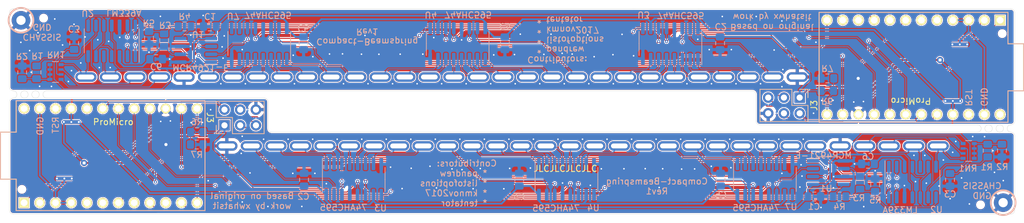
<source format=kicad_pcb>
(kicad_pcb (version 20171130) (host pcbnew 5.1.6+dfsg1-1~bpo10+1)
  (title_block (title "TH-XWhatsIt Controller pcb and optional plugboards") (date 2020-01-31) (rev 0.0.3) (company "Rainy Day Plans") (comment 1 "if plugboards are not needed, delete them ") (comment 4 "Licenced under CERN OHL Version 1.2"))
  (layers (0 F.Cu jumper) (31 B.Cu signal) (34 B.Paste user hide) (35 F.Paste user hide) (36 B.SilkS user hide) (37 F.SilkS user hide) (38 B.Mask user hide) (39 F.Mask user hide) (44 Edge.Cuts user))
  (net 0 "")
  (net 1 COL1)
  (net 2 COL2)
  (net 3 COL3)
  (net 4 COL4)
  (net 5 COL5)
  (net 6 COL6)
  (net 7 COL7)
  (net 8 COL8)
  (net 9 COL9)
  (net 10 COL10)
  (net 11 COL11)
  (net 12 COL12)
  (net 13 COL13)
  (net 14 COL14)
  (net 15 COL15)
  (net 16 COL16)
  (net 17 COL17)
  (net 18 COL18)
  (net 19 COL19)
  (net 20 COL20)
  (net 21 COL21)
  (net 22 COL22)
  (net 23 COL23)
  (net 24 SENSE1)
  (net 25 SENSE2)
  (net 26 SENSE3)
  (net 27 SENSE4)
  (net 28 SETPOINT)
  (net 29 "Net-(R4-Pad2)")
  (net 30 ROW4)
  (net 31 ROW3)
  (net 32 ROW2)
  (net 33 ROW1)
  (net 34 ROW5)
  (net 35 ROW6)
  (net 36 ROW7)
  (net 37 ROW8)
  (net 38 LOADCOL)
  (net 39 CLOCK)
  (net 40 SERIALOUT1)
  (net 41 SERIALOUT2)
  (net 42 MOSI)
  (net 43 ~SELECTDAC)
  (net 44 GNDA)
  (net 45 +5VA)
  (net 46 HEADER2)
  (net 47 HEADER3)
  (net 48 HEADER1)
  (net 49 HEADER4)
  (net 50 BIAS)
  (net 51 "Net-(U7-Pad9)")
  (net 52 RST)
  (net 53 "Net-(J1-Pad15)")
  (net 54 "Net-(U7-Pad7)")
  (net 55 +5VD)
  (net 56 GNDD)
  (net 57 "Net-(NT1-Pad2)")
  (net 58 "Net-(NT2-Pad2)")
  (net 59 "Net-(U5-Pad24)")
  (net 60 "Net-(R6-Pad2)")
  (module TH-XWhatsIt:tooling_hole (layer F.Cu) (at 271.75 112.55)
    (fp_text reference REF** hide)
    (fp_text value tooling_hole hide)
    (pad "" np_thru_hole circle (at 0 0) (size 1.152 1.152) (drill 1.152) (layers *.Cu *.Mask))
  )
  (module TH-XWhatsIt:tooling_hole (layer F.Cu) (at 113.5 137.75)
    (fp_text reference REF** hide)
    (fp_text value tooling_hole hide)
    (pad "" np_thru_hole circle (at 0 0) (size 1.152 1.152) (drill 1.152) (layers *.Cu *.Mask))
  )
  (module TH-XWhatsIt:tooling_hole (layer F.Cu) (at 268.25 140.25)
    (fp_text reference REF** hide)
    (fp_text value tooling_hole hide)
    (pad "" np_thru_hole circle (at 0 0) (size 1.152 1.152) (drill 1.152) (layers *.Cu *.Mask))
  )
  (module TH-XWhatsIt:tooling_hole (layer F.Cu) (at 117 110.05)
    (fp_text reference REF** hide)
    (fp_text value tooling_hole hide)
    (pad "" np_thru_hole circle (at 0 0) (size 1.152 1.152) (drill 1.152) (layers *.Cu *.Mask))
  )
  (module Connector_PinHeader_2.54mm:PinHeader_2x03_P2.54mm_Vertical (layer F.Cu) (at 146.19888 127.3929 90)
    (fp_text reference J3 (at 1.27 -2.33 270 unlocked) (layer F.SilkS))
    (fp_text value "EXPANSION HEADER")
    (pad 6 thru_hole oval (at 2.54 5.08 90) (size 1.7 1.7) (drill 1) (layers *.Cu *.Mask) (net 56 GNDD))
    (pad 5 thru_hole oval (at 0 5.08 90) (size 1.7 1.7) (drill 1) (layers *.Cu *.Mask) (net 46 HEADER2))
    (pad 4 thru_hole oval (at 2.54 2.54 90) (size 1.7 1.7) (drill 1) (layers *.Cu *.Mask) (net 49 HEADER4))
    (pad 3 thru_hole oval (at 0 2.54 90) (size 1.7 1.7) (drill 1) (layers *.Cu *.Mask) (net 48 HEADER1))
    (pad 2 thru_hole oval (at 2.54 0 90) (size 1.7 1.7) (drill 1) (layers *.Cu *.Mask) (net 47 HEADER3))
    (pad 1 thru_hole rect (at 0 0 90) (size 1.7 1.7) (drill 1) (layers *.Cu *.Mask) (net 55 +5VD))
  )
  (module TH-XWhatsIt:ChassisGnd (layer B.Cu) (at 271.9 139.9)
    (fp_text reference H1 hide)
    (fp_text value MountingHole_Pad)
    (pad 1 thru_hole circle (at 0 0) (size 3 3) (drill 1.5) (layers *.Cu *.Mask) (net 44 GNDA))
  )
  (module Resistor_SMD:R_0805_2012Metric_Pad1.15x1.40mm_HandSolder (layer B.Cu) (at 141.725 130.5)
    (fp_text reference R7 (at 0 1.65 unlocked) (layer B.SilkS) (effects (justify mirror)))
    (fp_text value "Not Mounted")
    (pad 2 smd roundrect (at 1.025 0) (size 1.15 1.4) (layers B.Cu B.Paste B.Mask) (roundrect_rratio 0.217391) (net 56 GNDD))
    (pad 1 smd roundrect (at -1.025 0) (size 1.15 1.4) (layers B.Cu B.Paste B.Mask) (roundrect_rratio 0.217391) (net 60 "Net-(R6-Pad2)"))
  )
  (module TH-XWhatsIt:SHORTEDR_0805_2012Metric_Pad1.15x1.40mm_HandSolder (layer B.Cu) (at 141.75 128.5 180)
    (fp_text reference R6 (at 0 1.65 unlocked) (layer B.SilkS) (effects (justify mirror)))
    (fp_text value "Not Mounted, Shorted")
    (fp_line (start -0.5 0.4) (end -0.2 0) (layer B.Cu) (width 0.15))
    (fp_line (start -0.2 0) (end 0.2 0) (layer B.Cu) (width 0.15))
    (fp_line (start 0.2 0) (end 0.5 0.4) (layer B.Cu) (width 0.15))
    (fp_line (start 0.5 -0.4) (end 0.2 0) (layer B.Cu) (width 0.15))
    (fp_line (start -0.2 0) (end -0.5 -0.4) (layer B.Cu) (width 0.15))
    (pad 2 smd roundrect (at 1.025 0 180) (size 1.15 1.4) (layers B.Cu B.Paste B.Mask) (roundrect_rratio 0.217391) (net 60 "Net-(R6-Pad2)"))
    (pad 1 smd roundrect (at -1.025 0 180) (size 1.15 1.4) (layers B.Cu B.Paste B.Mask) (roundrect_rratio 0.217391) (net 55 +5VD))
  )
  (module NetTie:NetTie-3_THT_Pad0.3mm (layer B.Cu) (at 120.27198 126.8534)
    (fp_text reference NT2 hide)
    (fp_text value Net-Tie_3)
    (fp_poly (pts (xy 0 0.3) (xy 2.4 0.3) (xy 2.4 -0.3) (xy 0 -0.3)) (layer F.Cu) (width 0))
    (fp_poly (pts (xy 0 0.3) (xy 2.4 0.3) (xy 2.4 -0.3) (xy 0 -0.3)) (layer B.Cu) (width 0))
    (pad 3 thru_hole circle (at 2.4 0) (size 0.6 0.6) (drill 0.3) (layers *.Cu) (net 45 +5VA))
    (pad 2 thru_hole circle (at 1.2 0) (size 0.6 0.6) (drill 0.3) (layers *.Cu) (net 58 "Net-(NT2-Pad2)"))
    (pad 1 thru_hole circle (at 0 0) (size 0.6 0.6) (drill 0.3) (layers *.Cu) (net 55 +5VD))
  )
  (module NetTie:NetTie-3_THT_Pad0.3mm (layer B.Cu) (at 119.15184 135.9974)
    (fp_text reference NT1 hide)
    (fp_text value Net-Tie_3)
    (fp_poly (pts (xy 0 0.3) (xy 2.4 0.3) (xy 2.4 -0.3) (xy 0 -0.3)) (layer B.Cu) (width 0))
    (fp_poly (pts (xy 0 0.3) (xy 2.4 0.3) (xy 2.4 -0.3) (xy 0 -0.3)) (layer F.Cu) (width 0))
    (pad 1 thru_hole circle (at 0 0) (size 0.6 0.6) (drill 0.3) (layers *.Cu) (net 56 GNDD))
    (pad 2 thru_hole circle (at 1.2 0) (size 0.6 0.6) (drill 0.3) (layers *.Cu) (net 57 "Net-(NT1-Pad2)"))
    (pad 3 thru_hole circle (at 2.4 0) (size 0.6 0.6) (drill 0.3) (layers *.Cu) (net 44 GNDA))
  )
  (module Resistor_SMD:R_0805_2012Metric_Pad1.15x1.40mm_HandSolder (layer B.Cu) (at 251.23296 137.05252 270)
    (fp_text reference R5 (at 2.45872 -0.03556 unlocked) (layer B.SilkS) (effects (justify mirror)))
    (fp_text value 4K7)
    (pad 2 smd roundrect (at 1.025 0 270) (size 1.15 1.4) (layers B.Cu B.Paste B.Mask) (roundrect_rratio 0.217391) (net 28 SETPOINT))
    (pad 1 smd roundrect (at -1.025 0 270) (size 1.15 1.4) (layers B.Cu B.Paste B.Mask) (roundrect_rratio 0.217391) (net 44 GNDA))
  )
  (module Resistor_SMD:R_0805_2012Metric_Pad1.15x1.40mm_HandSolder (layer B.Cu) (at 245.47732 138.90926 180)
    (fp_text reference R4 (at 0 -1.66116 unlocked) (layer B.SilkS) (effects (justify mirror)))
    (fp_text value 20K)
    (pad 2 smd roundrect (at 1.025 0 180) (size 1.15 1.4) (layers B.Cu B.Paste B.Mask) (roundrect_rratio 0.217391) (net 29 "Net-(R4-Pad2)"))
    (pad 1 smd roundrect (at -1.025 0 180) (size 1.15 1.4) (layers B.Cu B.Paste B.Mask) (roundrect_rratio 0.217391) (net 28 SETPOINT))
  )
  (module Resistor_SMD:R_0805_2012Metric_Pad1.15x1.40mm_HandSolder (layer B.Cu) (at 248.79202 136.68168 90)
    (fp_text reference R3 (at -2.46634 -0.16256 unlocked) (layer B.SilkS) (effects (justify mirror)))
    (fp_text value 20K)
    (pad 2 smd roundrect (at 1.025 0 90) (size 1.15 1.4) (layers B.Cu B.Paste B.Mask) (roundrect_rratio 0.217391) (net 45 +5VA))
    (pad 1 smd roundrect (at -1.025 0 90) (size 1.15 1.4) (layers B.Cu B.Paste B.Mask) (roundrect_rratio 0.217391) (net 28 SETPOINT))
  )
  (module Resistor_SMD:R_0805_2012Metric_Pad1.15x1.40mm_HandSolder (layer B.Cu) (at 271.70282 131.47722 90)
    (fp_text reference R2 (at -2.62382 0.04572 unlocked) (layer B.SilkS) (effects (justify mirror)))
    (fp_text value 1K)
    (pad 2 smd roundrect (at 1.025 0 90) (size 1.15 1.4) (layers B.Cu B.Paste B.Mask) (roundrect_rratio 0.217391) (net 50 BIAS))
    (pad 1 smd roundrect (at -1.025 0 90) (size 1.15 1.4) (layers B.Cu B.Paste B.Mask) (roundrect_rratio 0.217391) (net 44 GNDA))
  )
  (module Resistor_SMD:R_0805_2012Metric_Pad1.15x1.40mm_HandSolder (layer B.Cu) (at 269.3965 131.48346 90)
    (fp_text reference R1 (at -2.68108 -0.15494 unlocked) (layer B.SilkS) (effects (justify mirror)))
    (fp_text value 4K7)
    (pad 2 smd roundrect (at 1.025 0 90) (size 1.15 1.4) (layers B.Cu B.Paste B.Mask) (roundrect_rratio 0.217391) (net 50 BIAS))
    (pad 1 smd roundrect (at -1.025 0 90) (size 1.15 1.4) (layers B.Cu B.Paste B.Mask) (roundrect_rratio 0.217391) (net 45 +5VA))
  )
  (module Capacitor_SMD:C_0805_2012Metric_Pad1.15x1.40mm_HandSolder (layer B.Cu) (at 250.08234 133.61844)
    (fp_text reference C6 (at 0.00254 -1.17348 unlocked) (layer B.SilkS) (effects (justify mirror)))
    (fp_text value 0U1)
    (pad 2 smd roundrect (at 1.025 0) (size 1.15 1.4) (layers B.Cu B.Paste B.Mask) (roundrect_rratio 0.217391) (net 45 +5VA))
    (pad 1 smd roundrect (at -1.025 0) (size 1.15 1.4) (layers B.Cu B.Paste B.Mask) (roundrect_rratio 0.217391) (net 44 GNDA))
  )
  (module Capacitor_SMD:C_0805_2012Metric_Pad1.15x1.40mm_HandSolder (layer B.Cu) (at 226.28254 136.18384 270)
    (fp_text reference C5 (at 2.48158 -0.0254 unlocked) (layer B.SilkS) (effects (justify mirror)))
    (fp_text value 0U1)
    (pad 2 smd roundrect (at 1.025 0 270) (size 1.15 1.4) (layers B.Cu B.Paste B.Mask) (roundrect_rratio 0.217391) (net 55 +5VD))
    (pad 1 smd roundrect (at -1.025 0 270) (size 1.15 1.4) (layers B.Cu B.Paste B.Mask) (roundrect_rratio 0.217391) (net 56 GNDD))
  )
  (module Capacitor_SMD:C_0805_2012Metric_Pad1.15x1.40mm_HandSolder (layer B.Cu) (at 193.78172 136.18384 270)
    (fp_text reference C4 (at 2.73304 0.04928 unlocked) (layer B.SilkS) (effects (justify mirror)))
    (fp_text value 0U1)
    (pad 2 smd roundrect (at 1.025 0 270) (size 1.15 1.4) (layers B.Cu B.Paste B.Mask) (roundrect_rratio 0.217391) (net 55 +5VD))
    (pad 1 smd roundrect (at -1.025 0 270) (size 1.15 1.4) (layers B.Cu B.Paste B.Mask) (roundrect_rratio 0.217391) (net 56 GNDD))
  )
  (module Capacitor_SMD:C_0805_2012Metric_Pad1.15x1.40mm_HandSolder (layer B.Cu) (at 263.32336 136.21178 90)
    (fp_text reference C3 (at -2.32156 0.01524 unlocked) (layer B.SilkS) (effects (justify mirror)))
    (fp_text value 0U1)
    (pad 2 smd roundrect (at 1.025 0 90) (size 1.15 1.4) (layers B.Cu B.Paste B.Mask) (roundrect_rratio 0.217391) (net 45 +5VA))
    (pad 1 smd roundrect (at -1.025 0 90) (size 1.15 1.4) (layers B.Cu B.Paste B.Mask) (roundrect_rratio 0.217391) (net 44 GNDA))
  )
  (module Capacitor_SMD:C_0805_2012Metric_Pad1.15x1.40mm_HandSolder (layer B.Cu) (at 159.04214 136.18384 270)
    (fp_text reference C2 (at 2.72542 0.10516 unlocked) (layer B.SilkS) (effects (justify mirror)))
    (fp_text value 0U1)
    (pad 2 smd roundrect (at 1.025 0 270) (size 1.15 1.4) (layers B.Cu B.Paste B.Mask) (roundrect_rratio 0.217391) (net 55 +5VD))
    (pad 1 smd roundrect (at -1.025 0 270) (size 1.15 1.4) (layers B.Cu B.Paste B.Mask) (roundrect_rratio 0.217391) (net 56 GNDD))
  )
  (module Capacitor_SMD:C_0805_2012Metric_Pad1.15x1.40mm_HandSolder (layer B.Cu) (at 241.41078 138.90926 180)
    (fp_text reference C1 (at 0.04826 -1.63068 unlocked) (layer B.SilkS) (effects (justify mirror)))
    (fp_text value 0U1)
    (pad 2 smd roundrect (at 1.025 0 180) (size 1.15 1.4) (layers B.Cu B.Paste B.Mask) (roundrect_rratio 0.217391) (net 45 +5VA))
    (pad 1 smd roundrect (at -1.025 0 180) (size 1.15 1.4) (layers B.Cu B.Paste B.Mask) (roundrect_rratio 0.217391) (net 44 GNDA))
  )
  (module Package_SO:SOIC-16_3.9x9.9mm_P1.27mm (layer B.Cu) (at 201.40578 136.15336 270)
    (fp_text reference U4 (at 4.61264 -4.32816 unlocked) (layer B.SilkS) (effects (justify mirror)))
    (fp_text value 74AHC595 (at 4.66344 1.66116 unlocked) (layer B.SilkS) (effects (justify mirror)))
    (pad 1 smd roundrect (at -2.475 4.445 270) (size 1.95 0.6) (layers B.Cu B.Paste B.Mask) (net 10 COL10))
    (pad 2 smd roundrect (at -2.475 3.175 270) (size 1.95 0.6) (layers B.Cu B.Paste B.Mask) (net 11 COL11))
    (pad 3 smd roundrect (at -2.475 1.905 270) (size 1.95 0.6) (layers B.Cu B.Paste B.Mask) (net 12 COL12))
    (pad 4 smd roundrect (at -2.475 0.635 270) (size 1.95 0.6) (layers B.Cu B.Paste B.Mask) (net 13 COL13))
    (pad 5 smd roundrect (at -2.475 -0.635 270) (size 1.95 0.6) (layers B.Cu B.Paste B.Mask) (net 14 COL14))
    (pad 6 smd roundrect (at -2.475 -1.905 270) (size 1.95 0.6) (layers B.Cu B.Paste B.Mask) (net 15 COL15))
    (pad 7 smd roundrect (at -2.475 -3.175 270) (size 1.95 0.6) (layers B.Cu B.Paste B.Mask) (net 16 COL16))
    (pad 8 smd roundrect (at -2.475 -4.445 270) (size 1.95 0.6) (layers B.Cu B.Paste B.Mask) (net 56 GNDD))
    (pad 9 smd roundrect (at 2.475 -4.445 270) (size 1.95 0.6) (layers B.Cu B.Paste B.Mask) (net 41 SERIALOUT2))
    (pad 10 smd roundrect (at 2.475 -3.175 270) (size 1.95 0.6) (layers B.Cu B.Paste B.Mask) (net 55 +5VD))
    (pad 11 smd roundrect (at 2.475 -1.905 270) (size 1.95 0.6) (layers B.Cu B.Paste B.Mask) (net 39 CLOCK))
    (pad 12 smd roundrect (at 2.475 -0.635 270) (size 1.95 0.6) (layers B.Cu B.Paste B.Mask) (net 38 LOADCOL))
    (pad 13 smd roundrect (at 2.475 0.635 270) (size 1.95 0.6) (layers B.Cu B.Paste B.Mask) (net 56 GNDD))
    (pad 14 smd roundrect (at 2.475 1.905 270) (size 1.95 0.6) (layers B.Cu B.Paste B.Mask) (net 40 SERIALOUT1))
    (pad 15 smd roundrect (at 2.475 3.175 270) (size 1.95 0.6) (layers B.Cu B.Paste B.Mask) (net 9 COL9))
    (pad 16 smd roundrect (at 2.475 4.445 270) (size 1.95 0.6) (layers B.Cu B.Paste B.Mask) (net 55 +5VD))
  )
  (module TH-XWhatsIt:30-pin-universal-beamspring-connector_v2 (layer F.Cu) (at 204.00166 130.72538 180)
    (fp_text reference J1 hide)
    (fp_text value "BEAMSPRING CONNECTOR" hide)
    (pad 30 thru_hole oval (at 57.42 0 180) (size 3.42 1.55) (drill oval 2.7 0.8) (layers *.Cu *.Mask) (net 56 GNDD))
    (pad 29 thru_hole oval (at 53.46 0 180) (size 3.42 1.55) (drill oval 2.7 0.8) (layers *.Cu *.Mask) (net 1 COL1))
    (pad 28 thru_hole oval (at 49.5 0 180) (size 3.42 1.55) (drill oval 2.7 0.8) (layers *.Cu *.Mask) (net 2 COL2))
    (pad 27 thru_hole oval (at 45.54 0 180) (size 3.42 1.55) (drill oval 2.7 0.8) (layers *.Cu *.Mask) (net 3 COL3))
    (pad 26 thru_hole oval (at 41.58 0 180) (size 3.42 1.55) (drill oval 2.7 0.8) (layers *.Cu *.Mask) (net 4 COL4))
    (pad 25 thru_hole oval (at 37.62 0 180) (size 3.42 1.55) (drill oval 2.7 0.8) (layers *.Cu *.Mask) (net 5 COL5))
    (pad 24 thru_hole oval (at 33.66 0 180) (size 3.42 1.55) (drill oval 2.7 0.8) (layers *.Cu *.Mask) (net 6 COL6))
    (pad 23 thru_hole oval (at 29.7 0 180) (size 3.42 1.55) (drill oval 2.7 0.8) (layers *.Cu *.Mask) (net 7 COL7))
    (pad 22 thru_hole oval (at 25.74 0 180) (size 3.42 1.55) (drill oval 2.7 0.8) (layers *.Cu *.Mask) (net 8 COL8))
    (pad 21 thru_hole oval (at 21.78 0 180) (size 3.42 1.55) (drill oval 2.7 0.8) (layers *.Cu *.Mask) (net 9 COL9))
    (pad 20 thru_hole oval (at 17.82 0 180) (size 3.42 1.55) (drill oval 2.7 0.8) (layers *.Cu *.Mask) (net 10 COL10))
    (pad 19 thru_hole oval (at 13.86 0 180) (size 3.42 1.55) (drill oval 2.7 0.8) (layers *.Cu *.Mask) (net 11 COL11))
    (pad 18 thru_hole oval (at 9.9 0 180) (size 3.42 1.55) (drill oval 2.7 0.8) (layers *.Cu *.Mask) (net 12 COL12))
    (pad 17 thru_hole oval (at 5.94 0 180) (size 3.42 1.55) (drill oval 2.7 0.8) (layers *.Cu *.Mask) (net 13 COL13))
    (pad 16 thru_hole oval (at 1.98 0 180) (size 3.42 1.55) (drill oval 2.7 0.8) (layers *.Cu *.Mask) (net 14 COL14))
    (pad 15 thru_hole oval (at -1.98 0 180) (size 3.42 1.55) (drill oval 2.7 0.8) (layers *.Cu *.Mask) (net 53 "Net-(J1-Pad15)"))
    (pad 14 thru_hole oval (at -5.94 0 180) (size 3.42 1.55) (drill oval 2.7 0.8) (layers *.Cu *.Mask) (net 15 COL15))
    (pad 13 thru_hole oval (at -9.9 0 180) (size 3.42 1.55) (drill oval 2.7 0.8) (layers *.Cu *.Mask) (net 16 COL16))
    (pad 12 thru_hole oval (at -13.86 0 180) (size 3.42 1.55) (drill oval 2.7 0.8) (layers *.Cu *.Mask) (net 17 COL17))
    (pad 11 thru_hole oval (at -17.82 0 180) (size 3.42 1.55) (drill oval 2.7 0.8) (layers *.Cu *.Mask) (net 18 COL18))
    (pad 10 thru_hole oval (at -21.78 0 180) (size 3.42 1.55) (drill oval 2.7 0.8) (layers *.Cu *.Mask) (net 19 COL19))
    (pad 9 thru_hole oval (at -25.74 0 180) (size 3.42 1.55) (drill oval 2.7 0.8) (layers *.Cu *.Mask) (net 20 COL20))
    (pad 8 thru_hole oval (at -29.7 0 180) (size 3.42 1.55) (drill oval 2.7 0.8) (layers *.Cu *.Mask) (net 21 COL21))
    (pad 7 thru_hole oval (at -33.66 0 180) (size 3.42 1.55) (drill oval 2.7 0.8) (layers *.Cu *.Mask) (net 22 COL22))
    (pad 6 thru_hole oval (at -37.62 0 180) (size 3.42 1.55) (drill oval 2.7 0.8) (layers *.Cu *.Mask) (net 23 COL23))
    (pad 5 thru_hole oval (at -41.58 0 180) (size 3.42 1.55) (drill oval 2.7 0.8) (layers *.Cu *.Mask) (net 56 GNDD))
    (pad 4 thru_hole oval (at -45.54 0 180) (size 3.42 1.55) (drill oval 2.7 0.8) (layers *.Cu *.Mask) (net 27 SENSE4))
    (pad 3 thru_hole oval (at -49.5 0 180) (size 3.42 1.55) (drill oval 2.7 0.8) (layers *.Cu *.Mask) (net 26 SENSE3))
    (pad 2 thru_hole oval (at -53.46 0 180) (size 3.42 1.55) (drill oval 2.7 0.8) (layers *.Cu *.Mask) (net 25 SENSE2))
    (pad 1 thru_hole oval (at -57.42 0 180) (size 3.42 1.55) (drill oval 2.7 0.8) (layers *.Cu *.Mask) (net 24 SENSE1))
  )
  (module Resistor_SMD:R_Array_Convex_4x0603 (layer B.Cu) (at 266.33072 131.53818 180)
    (fp_text reference RN1 (at 0.12192 -2.82448 unlocked) (layer B.SilkS) (effects (justify mirror)))
    (fp_text value 100K hide)
    (pad 5 smd rect (at 0.9 -1.2 180) (size 0.8 0.5) (layers B.Cu B.Paste B.Mask) (net 24 SENSE1))
    (pad 6 smd rect (at 0.9 -0.4 180) (size 0.8 0.4) (layers B.Cu B.Paste B.Mask) (net 25 SENSE2))
    (pad 8 smd rect (at 0.9 1.2 180) (size 0.8 0.5) (layers B.Cu B.Paste B.Mask) (net 27 SENSE4))
    (pad 7 smd rect (at 0.9 0.4 180) (size 0.8 0.4) (layers B.Cu B.Paste B.Mask) (net 26 SENSE3))
    (pad 4 smd rect (at -0.9 -1.2 180) (size 0.8 0.5) (layers B.Cu B.Paste B.Mask) (net 50 BIAS))
    (pad 2 smd rect (at -0.9 0.4 180) (size 0.8 0.4) (layers B.Cu B.Paste B.Mask) (net 50 BIAS))
    (pad 3 smd rect (at -0.9 -0.4 180) (size 0.8 0.4) (layers B.Cu B.Paste B.Mask) (net 50 BIAS))
    (pad 1 smd rect (at -0.9 1.2 180) (size 0.8 0.5) (layers B.Cu B.Paste B.Mask) (net 50 BIAS))
  )
  (module promicro:ProMicro (layer F.Cu) (at 127.8169 132.29662)
    (fp_text reference U5 hide)
    (fp_text value ProMicro (at 0.43434 -5.4549 unlocked) (layer F.SilkS))
    (pad 1 thru_hole rect (at -13.97 7.62) (size 1.6 1.6) (drill 1.1) (layers *.Cu *.Mask F.SilkS) (net 48 HEADER1))
    (pad 2 thru_hole circle (at -11.43 7.62) (size 1.6 1.6) (drill 1.1) (layers *.Cu *.Mask F.SilkS) (net 46 HEADER2))
    (pad 3 thru_hole circle (at -8.89 7.62) (size 1.6 1.6) (drill 1.1) (layers *.Cu *.Mask F.SilkS) (net 57 "Net-(NT1-Pad2)"))
    (pad 4 thru_hole circle (at -6.35 7.62) (size 1.6 1.6) (drill 1.1) (layers *.Cu *.Mask F.SilkS) (net 57 "Net-(NT1-Pad2)"))
    (pad 5 thru_hole circle (at -3.81 7.62) (size 1.6 1.6) (drill 1.1) (layers *.Cu *.Mask F.SilkS) (net 37 ROW8))
    (pad 6 thru_hole circle (at -1.27 7.62) (size 1.6 1.6) (drill 1.1) (layers *.Cu *.Mask F.SilkS) (net 36 ROW7))
    (pad 7 thru_hole circle (at 1.27 7.62) (size 1.6 1.6) (drill 1.1) (layers *.Cu *.Mask F.SilkS) (net 32 ROW2))
    (pad 8 thru_hole circle (at 3.81 7.62) (size 1.6 1.6) (drill 1.1) (layers *.Cu *.Mask F.SilkS) (net 34 ROW5))
    (pad 9 thru_hole circle (at 6.35 7.62) (size 1.6 1.6) (drill 1.1) (layers *.Cu *.Mask F.SilkS) (net 30 ROW4))
    (pad 10 thru_hole circle (at 8.89 7.62) (size 1.6 1.6) (drill 1.1) (layers *.Cu *.Mask F.SilkS) (net 35 ROW6))
    (pad 11 thru_hole circle (at 11.43 7.62) (size 1.6 1.6) (drill 1.1) (layers *.Cu *.Mask F.SilkS) (net 31 ROW3))
    (pad 12 thru_hole circle (at 13.97 7.62) (size 1.6 1.6) (drill 1.1) (layers *.Cu *.Mask F.SilkS) (net 33 ROW1))
    (pad 13 thru_hole circle (at 13.97 -7.62) (size 1.6 1.6) (drill 1.1) (layers *.Cu *.Mask F.SilkS) (net 60 "Net-(R6-Pad2)"))
    (pad 14 thru_hole circle (at 11.43 -7.62) (size 1.6 1.6) (drill 1.1) (layers *.Cu *.Mask F.SilkS) (net 42 MOSI))
    (pad 15 thru_hole circle (at 8.89 -7.62) (size 1.6 1.6) (drill 1.1) (layers *.Cu *.Mask F.SilkS) (net 56 GNDD))
    (pad 16 thru_hole circle (at 6.35 -7.62) (size 1.6 1.6) (drill 1.1) (layers *.Cu *.Mask F.SilkS) (net 39 CLOCK))
    (pad 17 thru_hole circle (at 3.81 -7.62) (size 1.6 1.6) (drill 1.1) (layers *.Cu *.Mask F.SilkS) (net 38 LOADCOL))
    (pad 18 thru_hole circle (at 1.27 -7.62) (size 1.6 1.6) (drill 1.1) (layers *.Cu *.Mask F.SilkS) (net 43 ~SELECTDAC))
    (pad 19 thru_hole circle (at -1.27 -7.62) (size 1.6 1.6) (drill 1.1) (layers *.Cu *.Mask F.SilkS) (net 47 HEADER3))
    (pad 20 thru_hole circle (at -3.81 -7.62) (size 1.6 1.6) (drill 1.1) (layers *.Cu *.Mask F.SilkS) (net 49 HEADER4))
    (pad 21 thru_hole circle (at -6.35 -7.62) (size 1.6 1.6) (drill 1.1) (layers *.Cu *.Mask F.SilkS) (net 58 "Net-(NT2-Pad2)"))
    (pad 22 thru_hole circle (at -8.89 -7.62) (size 1.6 1.6) (drill 1.1) (layers *.Cu *.Mask F.SilkS) (net 52 RST))
    (pad 23 thru_hole circle (at -11.43 -7.62) (size 1.6 1.6) (drill 1.1) (layers *.Cu *.Mask F.SilkS) (net 57 "Net-(NT1-Pad2)"))
    (pad 24 thru_hole circle (at -13.97 -7.62) (size 1.6 1.6) (drill 1.1) (layers *.Cu *.Mask F.SilkS) (net 59 "Net-(U5-Pad24)"))
  )
  (module Package_SO:SOIC-8_3.9x4.9mm_P1.27mm (layer B.Cu) (at 243.67138 135.04338)
    (fp_text reference U1 (at -0.36068 2.5654 unlocked) (layer B.SilkS) (effects (justify mirror)))
    (fp_text value MCP4921-E (at -0.762 -2.77622 unlocked) (layer B.SilkS) (effects (justify mirror)))
    (pad 8 smd roundrect (at 2.475 1.905) (size 1.95 0.6) (layers B.Cu B.Paste B.Mask) (net 29 "Net-(R4-Pad2)"))
    (pad 7 smd roundrect (at 2.475 0.635) (size 1.95 0.6) (layers B.Cu B.Paste B.Mask) (net 44 GNDA))
    (pad 6 smd roundrect (at 2.475 -0.635) (size 1.95 0.6) (layers B.Cu B.Paste B.Mask) (net 45 +5VA))
    (pad 5 smd roundrect (at 2.475 -1.905) (size 1.95 0.6) (layers B.Cu B.Paste B.Mask) (net 44 GNDA))
    (pad 4 smd roundrect (at -2.475 -1.905) (size 1.95 0.6) (layers B.Cu B.Paste B.Mask) (net 42 MOSI))
    (pad 3 smd roundrect (at -2.475 -0.635) (size 1.95 0.6) (layers B.Cu B.Paste B.Mask) (net 39 CLOCK))
    (pad 2 smd roundrect (at -2.475 0.635) (size 1.95 0.6) (layers B.Cu B.Paste B.Mask) (net 43 ~SELECTDAC))
    (pad 1 smd roundrect (at -2.475 1.905) (size 1.95 0.6) (layers B.Cu B.Paste B.Mask) (net 45 +5VA))
  )
  (module Package_SO:SOIC-16_3.9x9.9mm_P1.27mm (layer B.Cu) (at 233.43772 136.15336 270)
    (fp_text reference U7 (at 4.45262 -4.21894 unlocked) (layer B.SilkS) (effects (justify mirror)))
    (fp_text value 74AHC595 (at 4.60248 1.37922 unlocked) (layer B.SilkS) (effects (justify mirror)))
    (pad 16 smd roundrect (at 2.475 4.445 270) (size 1.95 0.6) (layers B.Cu B.Paste B.Mask) (net 55 +5VD))
    (pad 15 smd roundrect (at 2.475 3.175 270) (size 1.95 0.6) (layers B.Cu B.Paste B.Mask) (net 17 COL17))
    (pad 14 smd roundrect (at 2.475 1.905 270) (size 1.95 0.6) (layers B.Cu B.Paste B.Mask) (net 41 SERIALOUT2))
    (pad 13 smd roundrect (at 2.475 0.635 270) (size 1.95 0.6) (layers B.Cu B.Paste B.Mask) (net 56 GNDD))
    (pad 12 smd roundrect (at 2.475 -0.635 270) (size 1.95 0.6) (layers B.Cu B.Paste B.Mask) (net 38 LOADCOL))
    (pad 11 smd roundrect (at 2.475 -1.905 270) (size 1.95 0.6) (layers B.Cu B.Paste B.Mask) (net 39 CLOCK))
    (pad 10 smd roundrect (at 2.475 -3.175 270) (size 1.95 0.6) (layers B.Cu B.Paste B.Mask) (net 55 +5VD))
    (pad 9 smd roundrect (at 2.475 -4.445 270) (size 1.95 0.6) (layers B.Cu B.Paste B.Mask) (net 51 "Net-(U7-Pad9)"))
    (pad 8 smd roundrect (at -2.475 -4.445 270) (size 1.95 0.6) (layers B.Cu B.Paste B.Mask) (net 56 GNDD))
    (pad 7 smd roundrect (at -2.475 -3.175 270) (size 1.95 0.6) (layers B.Cu B.Paste B.Mask) (net 54 "Net-(U7-Pad7)"))
    (pad 6 smd roundrect (at -2.475 -1.905 270) (size 1.95 0.6) (layers B.Cu B.Paste B.Mask) (net 23 COL23))
    (pad 5 smd roundrect (at -2.475 -0.635 270) (size 1.95 0.6) (layers B.Cu B.Paste B.Mask) (net 22 COL22))
    (pad 4 smd roundrect (at -2.475 0.635 270) (size 1.95 0.6) (layers B.Cu B.Paste B.Mask) (net 21 COL21))
    (pad 3 smd roundrect (at -2.475 1.905 270) (size 1.95 0.6) (layers B.Cu B.Paste B.Mask) (net 20 COL20))
    (pad 2 smd roundrect (at -2.475 3.175 270) (size 1.95 0.6) (layers B.Cu B.Paste B.Mask) (net 19 COL19))
    (pad 1 smd roundrect (at -2.475 4.445 270) (size 1.95 0.6) (layers B.Cu B.Paste B.Mask) (net 18 COL18))
  )
  (module Package_SO:SOIC-14_3.9x8.7mm_P1.27mm (layer B.Cu) (at 257.25276 136.56992 270)
    (fp_text reference U2 (at 4.47294 -3.87858 unlocked) (layer B.SilkS) (effects (justify mirror)))
    (fp_text value LM339A (at 4.5339 1.97104 unlocked) (layer B.SilkS) (effects (justify mirror)))
    (pad 1 smd roundrect (at -2.475 3.81 270) (size 1.95 0.6) (layers B.Cu B.Paste B.Mask) (net 33 ROW1))
    (pad 2 smd roundrect (at -2.475 2.54 270) (size 1.95 0.6) (layers B.Cu B.Paste B.Mask) (net 32 ROW2))
    (pad 3 smd roundrect (at -2.475 1.27 270) (size 1.95 0.6) (layers B.Cu B.Paste B.Mask) (net 45 +5VA))
    (pad 4 smd roundrect (at -2.475 0 270) (size 1.95 0.6) (layers B.Cu B.Paste B.Mask) (net 28 SETPOINT))
    (pad 5 smd roundrect (at -2.475 -1.27 270) (size 1.95 0.6) (layers B.Cu B.Paste B.Mask) (net 25 SENSE2))
    (pad 6 smd roundrect (at -2.475 -2.54 270) (size 1.95 0.6) (layers B.Cu B.Paste B.Mask) (net 28 SETPOINT))
    (pad 7 smd roundrect (at -2.475 -3.81 270) (size 1.95 0.6) (layers B.Cu B.Paste B.Mask) (net 24 SENSE1))
    (pad 8 smd roundrect (at 2.475 -3.81 270) (size 1.95 0.6) (layers B.Cu B.Paste B.Mask) (net 28 SETPOINT))
    (pad 9 smd roundrect (at 2.475 -2.54 270) (size 1.95 0.6) (layers B.Cu B.Paste B.Mask) (net 26 SENSE3))
    (pad 10 smd roundrect (at 2.475 -1.27 270) (size 1.95 0.6) (layers B.Cu B.Paste B.Mask) (net 28 SETPOINT))
    (pad 11 smd roundrect (at 2.475 0 270) (size 1.95 0.6) (layers B.Cu B.Paste B.Mask) (net 27 SENSE4))
    (pad 12 smd roundrect (at 2.475 1.27 270) (size 1.95 0.6) (layers B.Cu B.Paste B.Mask) (net 44 GNDA))
    (pad 13 smd roundrect (at 2.475 2.54 270) (size 1.95 0.6) (layers B.Cu B.Paste B.Mask) (net 30 ROW4))
    (pad 14 smd roundrect (at 2.475 3.81 270) (size 1.95 0.6) (layers B.Cu B.Paste B.Mask) (net 31 ROW3))
  )
  (module Package_SO:SOIC-16_3.9x9.9mm_P1.27mm (layer B.Cu) (at 167.0599 136.15336 270)
    (fp_text reference U3 (at 4.63804 -4.3307 unlocked) (layer B.SilkS) (effects (justify mirror)))
    (fp_text value 74AHC595 (at 4.54914 1.62814 unlocked) (layer B.SilkS) (effects (justify mirror)))
    (pad 16 smd roundrect (at 2.475 4.445 270) (size 1.95 0.6) (layers B.Cu B.Paste B.Mask) (net 55 +5VD))
    (pad 15 smd roundrect (at 2.475 3.175 270) (size 1.95 0.6) (layers B.Cu B.Paste B.Mask) (net 1 COL1))
    (pad 14 smd roundrect (at 2.475 1.905 270) (size 1.95 0.6) (layers B.Cu B.Paste B.Mask) (net 42 MOSI))
    (pad 13 smd roundrect (at 2.475 0.635 270) (size 1.95 0.6) (layers B.Cu B.Paste B.Mask) (net 56 GNDD))
    (pad 12 smd roundrect (at 2.475 -0.635 270) (size 1.95 0.6) (layers B.Cu B.Paste B.Mask) (net 38 LOADCOL))
    (pad 11 smd roundrect (at 2.475 -1.905 270) (size 1.95 0.6) (layers B.Cu B.Paste B.Mask) (net 39 CLOCK))
    (pad 10 smd roundrect (at 2.475 -3.175 270) (size 1.95 0.6) (layers B.Cu B.Paste B.Mask) (net 55 +5VD))
    (pad 9 smd roundrect (at 2.475 -4.445 270) (size 1.95 0.6) (layers B.Cu B.Paste B.Mask) (net 40 SERIALOUT1))
    (pad 8 smd roundrect (at -2.475 -4.445 270) (size 1.95 0.6) (layers B.Cu B.Paste B.Mask) (net 56 GNDD))
    (pad 7 smd roundrect (at -2.475 -3.175 270) (size 1.95 0.6) (layers B.Cu B.Paste B.Mask) (net 8 COL8))
    (pad 6 smd roundrect (at -2.475 -1.905 270) (size 1.95 0.6) (layers B.Cu B.Paste B.Mask) (net 7 COL7))
    (pad 5 smd roundrect (at -2.475 -0.635 270) (size 1.95 0.6) (layers B.Cu B.Paste B.Mask) (net 6 COL6))
    (pad 4 smd roundrect (at -2.475 0.635 270) (size 1.95 0.6) (layers B.Cu B.Paste B.Mask) (net 5 COL5))
    (pad 3 smd roundrect (at -2.475 1.905 270) (size 1.95 0.6) (layers B.Cu B.Paste B.Mask) (net 4 COL4))
    (pad 2 smd roundrect (at -2.475 3.175 270) (size 1.95 0.6) (layers B.Cu B.Paste B.Mask) (net 3 COL3))
    (pad 1 smd roundrect (at -2.475 4.445 270) (size 1.95 0.6) (layers B.Cu B.Paste B.Mask) (net 2 COL2))
  )
  (module Connector_PinHeader_2.54mm:PinHeader_2x03_P2.54mm_Vertical (layer F.Cu) (at 239.05112 122.9071 270)
    (fp_text reference J3 (at 1.27 -2.33 90 unlocked) (layer F.SilkS))
    (fp_text value "EXPANSION HEADER")
    (pad 6 thru_hole oval (at 2.54 5.08 270) (size 1.7 1.7) (drill 1) (layers *.Cu *.Mask) (net 56 GNDD))
    (pad 5 thru_hole oval (at 0 5.08 270) (size 1.7 1.7) (drill 1) (layers *.Cu *.Mask) (net 46 HEADER2))
    (pad 4 thru_hole oval (at 2.54 2.54 270) (size 1.7 1.7) (drill 1) (layers *.Cu *.Mask) (net 49 HEADER4))
    (pad 3 thru_hole oval (at 0 2.54 270) (size 1.7 1.7) (drill 1) (layers *.Cu *.Mask) (net 48 HEADER1))
    (pad 2 thru_hole oval (at 2.54 0 270) (size 1.7 1.7) (drill 1) (layers *.Cu *.Mask) (net 47 HEADER3))
    (pad 1 thru_hole rect (at 0 0 270) (size 1.7 1.7) (drill 1) (layers *.Cu *.Mask) (net 55 +5VD))
  )
  (module TH-XWhatsIt:ChassisGnd (layer B.Cu) (at 113.35 110.4 180)
    (fp_text reference H1 hide)
    (fp_text value MountingHole_Pad)
    (pad 1 thru_hole circle (at 0 0 180) (size 3 3) (drill 1.5) (layers *.Cu *.Mask) (net 44 GNDA))
  )
  (module Resistor_SMD:R_0805_2012Metric_Pad1.15x1.40mm_HandSolder (layer B.Cu) (at 243.525 119.8 180)
    (fp_text reference R7 (at 0 1.65 180 unlocked) (layer B.SilkS) (effects (justify mirror)))
    (fp_text value "Not Mounted")
    (pad 2 smd roundrect (at 1.025 0 180) (size 1.15 1.4) (layers B.Cu B.Paste B.Mask) (roundrect_rratio 0.217391) (net 56 GNDD))
    (pad 1 smd roundrect (at -1.025 0 180) (size 1.15 1.4) (layers B.Cu B.Paste B.Mask) (roundrect_rratio 0.217391) (net 60 "Net-(R6-Pad2)"))
  )
  (module TH-XWhatsIt:SHORTEDR_0805_2012Metric_Pad1.15x1.40mm_HandSolder (layer B.Cu) (at 243.5 121.8)
    (fp_text reference R6 (at 0 1.65 180 unlocked) (layer B.SilkS) (effects (justify mirror)))
    (fp_text value "Not Mounted, Shorted")
    (fp_line (start -0.5 0.4) (end -0.2 0) (layer B.Cu) (width 0.15))
    (fp_line (start -0.2 0) (end 0.2 0) (layer B.Cu) (width 0.15))
    (fp_line (start 0.2 0) (end 0.5 0.4) (layer B.Cu) (width 0.15))
    (fp_line (start 0.5 -0.4) (end 0.2 0) (layer B.Cu) (width 0.15))
    (fp_line (start -0.2 0) (end -0.5 -0.4) (layer B.Cu) (width 0.15))
    (pad 2 smd roundrect (at 1.025 0) (size 1.15 1.4) (layers B.Cu B.Paste B.Mask) (roundrect_rratio 0.217391) (net 60 "Net-(R6-Pad2)"))
    (pad 1 smd roundrect (at -1.025 0) (size 1.15 1.4) (layers B.Cu B.Paste B.Mask) (roundrect_rratio 0.217391) (net 55 +5VD))
  )
  (module NetTie:NetTie-3_THT_Pad0.3mm (layer B.Cu) (at 264.97802 123.4466 180)
    (fp_text reference NT2 hide)
    (fp_text value Net-Tie_3)
    (fp_poly (pts (xy 0 0.3) (xy 2.4 0.3) (xy 2.4 -0.3) (xy 0 -0.3)) (layer F.Cu) (width 0))
    (fp_poly (pts (xy 0 0.3) (xy 2.4 0.3) (xy 2.4 -0.3) (xy 0 -0.3)) (layer B.Cu) (width 0))
    (pad 3 thru_hole circle (at 2.4 0 180) (size 0.6 0.6) (drill 0.3) (layers *.Cu) (net 45 +5VA))
    (pad 2 thru_hole circle (at 1.2 0 180) (size 0.6 0.6) (drill 0.3) (layers *.Cu) (net 58 "Net-(NT2-Pad2)"))
    (pad 1 thru_hole circle (at 0 0 180) (size 0.6 0.6) (drill 0.3) (layers *.Cu) (net 55 +5VD))
  )
  (module NetTie:NetTie-3_THT_Pad0.3mm (layer B.Cu) (at 266.09816 114.3026 180)
    (fp_text reference NT1 hide)
    (fp_text value Net-Tie_3)
    (fp_poly (pts (xy 0 0.3) (xy 2.4 0.3) (xy 2.4 -0.3) (xy 0 -0.3)) (layer B.Cu) (width 0))
    (fp_poly (pts (xy 0 0.3) (xy 2.4 0.3) (xy 2.4 -0.3) (xy 0 -0.3)) (layer F.Cu) (width 0))
    (pad 1 thru_hole circle (at 0 0 180) (size 0.6 0.6) (drill 0.3) (layers *.Cu) (net 56 GNDD))
    (pad 2 thru_hole circle (at 1.2 0 180) (size 0.6 0.6) (drill 0.3) (layers *.Cu) (net 57 "Net-(NT1-Pad2)"))
    (pad 3 thru_hole circle (at 2.4 0 180) (size 0.6 0.6) (drill 0.3) (layers *.Cu) (net 44 GNDA))
  )
  (module Resistor_SMD:R_0805_2012Metric_Pad1.15x1.40mm_HandSolder (layer B.Cu) (at 134.01704 113.24748 90)
    (fp_text reference R5 (at 2.45872 -0.03556 180 unlocked) (layer B.SilkS) (effects (justify mirror)))
    (fp_text value 4K7)
    (pad 2 smd roundrect (at 1.025 0 90) (size 1.15 1.4) (layers B.Cu B.Paste B.Mask) (roundrect_rratio 0.217391) (net 28 SETPOINT))
    (pad 1 smd roundrect (at -1.025 0 90) (size 1.15 1.4) (layers B.Cu B.Paste B.Mask) (roundrect_rratio 0.217391) (net 44 GNDA))
  )
  (module Resistor_SMD:R_0805_2012Metric_Pad1.15x1.40mm_HandSolder (layer B.Cu) (at 139.77268 111.39074)
    (fp_text reference R4 (at 0 -1.66116 180 unlocked) (layer B.SilkS) (effects (justify mirror)))
    (fp_text value 20K)
    (pad 2 smd roundrect (at 1.025 0) (size 1.15 1.4) (layers B.Cu B.Paste B.Mask) (roundrect_rratio 0.217391) (net 29 "Net-(R4-Pad2)"))
    (pad 1 smd roundrect (at -1.025 0) (size 1.15 1.4) (layers B.Cu B.Paste B.Mask) (roundrect_rratio 0.217391) (net 28 SETPOINT))
  )
  (module Resistor_SMD:R_0805_2012Metric_Pad1.15x1.40mm_HandSolder (layer B.Cu) (at 136.45798 113.61832 270)
    (fp_text reference R3 (at -2.46634 -0.16256 180 unlocked) (layer B.SilkS) (effects (justify mirror)))
    (fp_text value 20K)
    (pad 2 smd roundrect (at 1.025 0 270) (size 1.15 1.4) (layers B.Cu B.Paste B.Mask) (roundrect_rratio 0.217391) (net 45 +5VA))
    (pad 1 smd roundrect (at -1.025 0 270) (size 1.15 1.4) (layers B.Cu B.Paste B.Mask) (roundrect_rratio 0.217391) (net 28 SETPOINT))
  )
  (module Resistor_SMD:R_0805_2012Metric_Pad1.15x1.40mm_HandSolder (layer B.Cu) (at 113.54718 118.82278 270)
    (fp_text reference R2 (at -2.62382 0.04572 180 unlocked) (layer B.SilkS) (effects (justify mirror)))
    (fp_text value 1K)
    (pad 2 smd roundrect (at 1.025 0 270) (size 1.15 1.4) (layers B.Cu B.Paste B.Mask) (roundrect_rratio 0.217391) (net 50 BIAS))
    (pad 1 smd roundrect (at -1.025 0 270) (size 1.15 1.4) (layers B.Cu B.Paste B.Mask) (roundrect_rratio 0.217391) (net 44 GNDA))
  )
  (module Resistor_SMD:R_0805_2012Metric_Pad1.15x1.40mm_HandSolder (layer B.Cu) (at 115.8535 118.81654 270)
    (fp_text reference R1 (at -2.68108 -0.15494 180 unlocked) (layer B.SilkS) (effects (justify mirror)))
    (fp_text value 4K7)
    (pad 2 smd roundrect (at 1.025 0 270) (size 1.15 1.4) (layers B.Cu B.Paste B.Mask) (roundrect_rratio 0.217391) (net 50 BIAS))
    (pad 1 smd roundrect (at -1.025 0 270) (size 1.15 1.4) (layers B.Cu B.Paste B.Mask) (roundrect_rratio 0.217391) (net 45 +5VA))
  )
  (module Capacitor_SMD:C_0805_2012Metric_Pad1.15x1.40mm_HandSolder (layer B.Cu) (at 135.16766 116.68156 180)
    (fp_text reference C6 (at 0.00254 -1.17348 180 unlocked) (layer B.SilkS) (effects (justify mirror)))
    (fp_text value 0U1)
    (pad 2 smd roundrect (at 1.025 0 180) (size 1.15 1.4) (layers B.Cu B.Paste B.Mask) (roundrect_rratio 0.217391) (net 45 +5VA))
    (pad 1 smd roundrect (at -1.025 0 180) (size 1.15 1.4) (layers B.Cu B.Paste B.Mask) (roundrect_rratio 0.217391) (net 44 GNDA))
  )
  (module Capacitor_SMD:C_0805_2012Metric_Pad1.15x1.40mm_HandSolder (layer B.Cu) (at 158.96746 114.11616 90)
    (fp_text reference C5 (at 2.48158 -0.0254 180 unlocked) (layer B.SilkS) (effects (justify mirror)))
    (fp_text value 0U1)
    (pad 2 smd roundrect (at 1.025 0 90) (size 1.15 1.4) (layers B.Cu B.Paste B.Mask) (roundrect_rratio 0.217391) (net 55 +5VD))
    (pad 1 smd roundrect (at -1.025 0 90) (size 1.15 1.4) (layers B.Cu B.Paste B.Mask) (roundrect_rratio 0.217391) (net 56 GNDD))
  )
  (module Capacitor_SMD:C_0805_2012Metric_Pad1.15x1.40mm_HandSolder (layer B.Cu) (at 191.46828 114.11616 90)
    (fp_text reference C4 (at 2.73304 0.04928 180 unlocked) (layer B.SilkS) (effects (justify mirror)))
    (fp_text value 0U1)
    (pad 2 smd roundrect (at 1.025 0 90) (size 1.15 1.4) (layers B.Cu B.Paste B.Mask) (roundrect_rratio 0.217391) (net 55 +5VD))
    (pad 1 smd roundrect (at -1.025 0 90) (size 1.15 1.4) (layers B.Cu B.Paste B.Mask) (roundrect_rratio 0.217391) (net 56 GNDD))
  )
  (module Capacitor_SMD:C_0805_2012Metric_Pad1.15x1.40mm_HandSolder (layer B.Cu) (at 121.92664 114.08822 270)
    (fp_text reference C3 (at -2.32156 0.01524 180 unlocked) (layer B.SilkS) (effects (justify mirror)))
    (fp_text value 0U1)
    (pad 2 smd roundrect (at 1.025 0 270) (size 1.15 1.4) (layers B.Cu B.Paste B.Mask) (roundrect_rratio 0.217391) (net 45 +5VA))
    (pad 1 smd roundrect (at -1.025 0 270) (size 1.15 1.4) (layers B.Cu B.Paste B.Mask) (roundrect_rratio 0.217391) (net 44 GNDA))
  )
  (module Capacitor_SMD:C_0805_2012Metric_Pad1.15x1.40mm_HandSolder (layer B.Cu) (at 226.20786 114.11616 90)
    (fp_text reference C2 (at 2.72542 0.10516 180 unlocked) (layer B.SilkS) (effects (justify mirror)))
    (fp_text value 0U1)
    (pad 2 smd roundrect (at 1.025 0 90) (size 1.15 1.4) (layers B.Cu B.Paste B.Mask) (roundrect_rratio 0.217391) (net 55 +5VD))
    (pad 1 smd roundrect (at -1.025 0 90) (size 1.15 1.4) (layers B.Cu B.Paste B.Mask) (roundrect_rratio 0.217391) (net 56 GNDD))
  )
  (module Capacitor_SMD:C_0805_2012Metric_Pad1.15x1.40mm_HandSolder (layer B.Cu) (at 143.83922 111.39074)
    (fp_text reference C1 (at 0.04826 -1.63068 180 unlocked) (layer B.SilkS) (effects (justify mirror)))
    (fp_text value 0U1)
    (pad 2 smd roundrect (at 1.025 0) (size 1.15 1.4) (layers B.Cu B.Paste B.Mask) (roundrect_rratio 0.217391) (net 45 +5VA))
    (pad 1 smd roundrect (at -1.025 0) (size 1.15 1.4) (layers B.Cu B.Paste B.Mask) (roundrect_rratio 0.217391) (net 44 GNDA))
  )
  (module Package_SO:SOIC-16_3.9x9.9mm_P1.27mm (layer B.Cu) (at 183.84422 114.14664 90)
    (fp_text reference U4 (at 4.61264 -4.32816 180 unlocked) (layer B.SilkS) (effects (justify mirror)))
    (fp_text value 74AHC595 (at 4.66344 1.66116 180 unlocked) (layer B.SilkS) (effects (justify mirror)))
    (pad 1 smd roundrect (at -2.475 4.445 90) (size 1.95 0.6) (layers B.Cu B.Paste B.Mask) (net 10 COL10))
    (pad 2 smd roundrect (at -2.475 3.175 90) (size 1.95 0.6) (layers B.Cu B.Paste B.Mask) (net 11 COL11))
    (pad 3 smd roundrect (at -2.475 1.905 90) (size 1.95 0.6) (layers B.Cu B.Paste B.Mask) (net 12 COL12))
    (pad 4 smd roundrect (at -2.475 0.635 90) (size 1.95 0.6) (layers B.Cu B.Paste B.Mask) (net 13 COL13))
    (pad 5 smd roundrect (at -2.475 -0.635 90) (size 1.95 0.6) (layers B.Cu B.Paste B.Mask) (net 14 COL14))
    (pad 6 smd roundrect (at -2.475 -1.905 90) (size 1.95 0.6) (layers B.Cu B.Paste B.Mask) (net 15 COL15))
    (pad 7 smd roundrect (at -2.475 -3.175 90) (size 1.95 0.6) (layers B.Cu B.Paste B.Mask) (net 16 COL16))
    (pad 8 smd roundrect (at -2.475 -4.445 90) (size 1.95 0.6) (layers B.Cu B.Paste B.Mask) (net 56 GNDD))
    (pad 9 smd roundrect (at 2.475 -4.445 90) (size 1.95 0.6) (layers B.Cu B.Paste B.Mask) (net 41 SERIALOUT2))
    (pad 10 smd roundrect (at 2.475 -3.175 90) (size 1.95 0.6) (layers B.Cu B.Paste B.Mask) (net 55 +5VD))
    (pad 11 smd roundrect (at 2.475 -1.905 90) (size 1.95 0.6) (layers B.Cu B.Paste B.Mask) (net 39 CLOCK))
    (pad 12 smd roundrect (at 2.475 -0.635 90) (size 1.95 0.6) (layers B.Cu B.Paste B.Mask) (net 38 LOADCOL))
    (pad 13 smd roundrect (at 2.475 0.635 90) (size 1.95 0.6) (layers B.Cu B.Paste B.Mask) (net 56 GNDD))
    (pad 14 smd roundrect (at 2.475 1.905 90) (size 1.95 0.6) (layers B.Cu B.Paste B.Mask) (net 40 SERIALOUT1))
    (pad 15 smd roundrect (at 2.475 3.175 90) (size 1.95 0.6) (layers B.Cu B.Paste B.Mask) (net 9 COL9))
    (pad 16 smd roundrect (at 2.475 4.445 90) (size 1.95 0.6) (layers B.Cu B.Paste B.Mask) (net 55 +5VD))
  )
  (module TH-XWhatsIt:30-pin-universal-beamspring-connector_v2 (layer F.Cu) (at 181.24834 119.57462)
    (fp_text reference J1 hide)
    (fp_text value "BEAMSPRING CONNECTOR" hide)
    (pad 30 thru_hole oval (at 57.42 0) (size 3.42 1.55) (drill oval 2.7 0.8) (layers *.Cu *.Mask) (net 56 GNDD))
    (pad 29 thru_hole oval (at 53.46 0) (size 3.42 1.55) (drill oval 2.7 0.8) (layers *.Cu *.Mask) (net 1 COL1))
    (pad 28 thru_hole oval (at 49.5 0) (size 3.42 1.55) (drill oval 2.7 0.8) (layers *.Cu *.Mask) (net 2 COL2))
    (pad 27 thru_hole oval (at 45.54 0) (size 3.42 1.55) (drill oval 2.7 0.8) (layers *.Cu *.Mask) (net 3 COL3))
    (pad 26 thru_hole oval (at 41.58 0) (size 3.42 1.55) (drill oval 2.7 0.8) (layers *.Cu *.Mask) (net 4 COL4))
    (pad 25 thru_hole oval (at 37.62 0) (size 3.42 1.55) (drill oval 2.7 0.8) (layers *.Cu *.Mask) (net 5 COL5))
    (pad 24 thru_hole oval (at 33.66 0) (size 3.42 1.55) (drill oval 2.7 0.8) (layers *.Cu *.Mask) (net 6 COL6))
    (pad 23 thru_hole oval (at 29.7 0) (size 3.42 1.55) (drill oval 2.7 0.8) (layers *.Cu *.Mask) (net 7 COL7))
    (pad 22 thru_hole oval (at 25.74 0) (size 3.42 1.55) (drill oval 2.7 0.8) (layers *.Cu *.Mask) (net 8 COL8))
    (pad 21 thru_hole oval (at 21.78 0) (size 3.42 1.55) (drill oval 2.7 0.8) (layers *.Cu *.Mask) (net 9 COL9))
    (pad 20 thru_hole oval (at 17.82 0) (size 3.42 1.55) (drill oval 2.7 0.8) (layers *.Cu *.Mask) (net 10 COL10))
    (pad 19 thru_hole oval (at 13.86 0) (size 3.42 1.55) (drill oval 2.7 0.8) (layers *.Cu *.Mask) (net 11 COL11))
    (pad 18 thru_hole oval (at 9.9 0) (size 3.42 1.55) (drill oval 2.7 0.8) (layers *.Cu *.Mask) (net 12 COL12))
    (pad 17 thru_hole oval (at 5.94 0) (size 3.42 1.55) (drill oval 2.7 0.8) (layers *.Cu *.Mask) (net 13 COL13))
    (pad 16 thru_hole oval (at 1.98 0) (size 3.42 1.55) (drill oval 2.7 0.8) (layers *.Cu *.Mask) (net 14 COL14))
    (pad 15 thru_hole oval (at -1.98 0) (size 3.42 1.55) (drill oval 2.7 0.8) (layers *.Cu *.Mask) (net 53 "Net-(J1-Pad15)"))
    (pad 14 thru_hole oval (at -5.94 0) (size 3.42 1.55) (drill oval 2.7 0.8) (layers *.Cu *.Mask) (net 15 COL15))
    (pad 13 thru_hole oval (at -9.9 0) (size 3.42 1.55) (drill oval 2.7 0.8) (layers *.Cu *.Mask) (net 16 COL16))
    (pad 12 thru_hole oval (at -13.86 0) (size 3.42 1.55) (drill oval 2.7 0.8) (layers *.Cu *.Mask) (net 17 COL17))
    (pad 11 thru_hole oval (at -17.82 0) (size 3.42 1.55) (drill oval 2.7 0.8) (layers *.Cu *.Mask) (net 18 COL18))
    (pad 10 thru_hole oval (at -21.78 0) (size 3.42 1.55) (drill oval 2.7 0.8) (layers *.Cu *.Mask) (net 19 COL19))
    (pad 9 thru_hole oval (at -25.74 0) (size 3.42 1.55) (drill oval 2.7 0.8) (layers *.Cu *.Mask) (net 20 COL20))
    (pad 8 thru_hole oval (at -29.7 0) (size 3.42 1.55) (drill oval 2.7 0.8) (layers *.Cu *.Mask) (net 21 COL21))
    (pad 7 thru_hole oval (at -33.66 0) (size 3.42 1.55) (drill oval 2.7 0.8) (layers *.Cu *.Mask) (net 22 COL22))
    (pad 6 thru_hole oval (at -37.62 0) (size 3.42 1.55) (drill oval 2.7 0.8) (layers *.Cu *.Mask) (net 23 COL23))
    (pad 5 thru_hole oval (at -41.58 0) (size 3.42 1.55) (drill oval 2.7 0.8) (layers *.Cu *.Mask) (net 56 GNDD))
    (pad 4 thru_hole oval (at -45.54 0) (size 3.42 1.55) (drill oval 2.7 0.8) (layers *.Cu *.Mask) (net 27 SENSE4))
    (pad 3 thru_hole oval (at -49.5 0) (size 3.42 1.55) (drill oval 2.7 0.8) (layers *.Cu *.Mask) (net 26 SENSE3))
    (pad 2 thru_hole oval (at -53.46 0) (size 3.42 1.55) (drill oval 2.7 0.8) (layers *.Cu *.Mask) (net 25 SENSE2))
    (pad 1 thru_hole oval (at -57.42 0) (size 3.42 1.55) (drill oval 2.7 0.8) (layers *.Cu *.Mask) (net 24 SENSE1))
  )
  (module Resistor_SMD:R_Array_Convex_4x0603 (layer B.Cu) (at 118.91928 118.76182)
    (fp_text reference RN1 (at 0.12192 -2.82448 180 unlocked) (layer B.SilkS) (effects (justify mirror)))
    (fp_text value 100K hide)
    (pad 5 smd rect (at 0.9 -1.2) (size 0.8 0.5) (layers B.Cu B.Paste B.Mask) (net 24 SENSE1))
    (pad 6 smd rect (at 0.9 -0.4) (size 0.8 0.4) (layers B.Cu B.Paste B.Mask) (net 25 SENSE2))
    (pad 8 smd rect (at 0.9 1.2) (size 0.8 0.5) (layers B.Cu B.Paste B.Mask) (net 27 SENSE4))
    (pad 7 smd rect (at 0.9 0.4) (size 0.8 0.4) (layers B.Cu B.Paste B.Mask) (net 26 SENSE3))
    (pad 4 smd rect (at -0.9 -1.2) (size 0.8 0.5) (layers B.Cu B.Paste B.Mask) (net 50 BIAS))
    (pad 2 smd rect (at -0.9 0.4) (size 0.8 0.4) (layers B.Cu B.Paste B.Mask) (net 50 BIAS))
    (pad 3 smd rect (at -0.9 -0.4) (size 0.8 0.4) (layers B.Cu B.Paste B.Mask) (net 50 BIAS))
    (pad 1 smd rect (at -0.9 1.2) (size 0.8 0.5) (layers B.Cu B.Paste B.Mask) (net 50 BIAS))
  )
  (module promicro:ProMicro (layer F.Cu) (at 257.4331 118.00338 180)
    (fp_text reference U5 hide)
    (fp_text value ProMicro (at 0.43434 -5.4549 180 unlocked) (layer F.SilkS))
    (pad 1 thru_hole rect (at -13.97 7.62 180) (size 1.6 1.6) (drill 1.1) (layers *.Cu *.Mask F.SilkS) (net 48 HEADER1))
    (pad 2 thru_hole circle (at -11.43 7.62 180) (size 1.6 1.6) (drill 1.1) (layers *.Cu *.Mask F.SilkS) (net 46 HEADER2))
    (pad 3 thru_hole circle (at -8.89 7.62 180) (size 1.6 1.6) (drill 1.1) (layers *.Cu *.Mask F.SilkS) (net 57 "Net-(NT1-Pad2)"))
    (pad 4 thru_hole circle (at -6.35 7.62 180) (size 1.6 1.6) (drill 1.1) (layers *.Cu *.Mask F.SilkS) (net 57 "Net-(NT1-Pad2)"))
    (pad 5 thru_hole circle (at -3.81 7.62 180) (size 1.6 1.6) (drill 1.1) (layers *.Cu *.Mask F.SilkS) (net 37 ROW8))
    (pad 6 thru_hole circle (at -1.27 7.62 180) (size 1.6 1.6) (drill 1.1) (layers *.Cu *.Mask F.SilkS) (net 36 ROW7))
    (pad 7 thru_hole circle (at 1.27 7.62 180) (size 1.6 1.6) (drill 1.1) (layers *.Cu *.Mask F.SilkS) (net 32 ROW2))
    (pad 8 thru_hole circle (at 3.81 7.62 180) (size 1.6 1.6) (drill 1.1) (layers *.Cu *.Mask F.SilkS) (net 34 ROW5))
    (pad 9 thru_hole circle (at 6.35 7.62 180) (size 1.6 1.6) (drill 1.1) (layers *.Cu *.Mask F.SilkS) (net 30 ROW4))
    (pad 10 thru_hole circle (at 8.89 7.62 180) (size 1.6 1.6) (drill 1.1) (layers *.Cu *.Mask F.SilkS) (net 35 ROW6))
    (pad 11 thru_hole circle (at 11.43 7.62 180) (size 1.6 1.6) (drill 1.1) (layers *.Cu *.Mask F.SilkS) (net 31 ROW3))
    (pad 12 thru_hole circle (at 13.97 7.62 180) (size 1.6 1.6) (drill 1.1) (layers *.Cu *.Mask F.SilkS) (net 33 ROW1))
    (pad 13 thru_hole circle (at 13.97 -7.62 180) (size 1.6 1.6) (drill 1.1) (layers *.Cu *.Mask F.SilkS) (net 60 "Net-(R6-Pad2)"))
    (pad 14 thru_hole circle (at 11.43 -7.62 180) (size 1.6 1.6) (drill 1.1) (layers *.Cu *.Mask F.SilkS) (net 42 MOSI))
    (pad 15 thru_hole circle (at 8.89 -7.62 180) (size 1.6 1.6) (drill 1.1) (layers *.Cu *.Mask F.SilkS) (net 56 GNDD))
    (pad 16 thru_hole circle (at 6.35 -7.62 180) (size 1.6 1.6) (drill 1.1) (layers *.Cu *.Mask F.SilkS) (net 39 CLOCK))
    (pad 17 thru_hole circle (at 3.81 -7.62 180) (size 1.6 1.6) (drill 1.1) (layers *.Cu *.Mask F.SilkS) (net 38 LOADCOL))
    (pad 18 thru_hole circle (at 1.27 -7.62 180) (size 1.6 1.6) (drill 1.1) (layers *.Cu *.Mask F.SilkS) (net 43 ~SELECTDAC))
    (pad 19 thru_hole circle (at -1.27 -7.62 180) (size 1.6 1.6) (drill 1.1) (layers *.Cu *.Mask F.SilkS) (net 47 HEADER3))
    (pad 20 thru_hole circle (at -3.81 -7.62 180) (size 1.6 1.6) (drill 1.1) (layers *.Cu *.Mask F.SilkS) (net 49 HEADER4))
    (pad 21 thru_hole circle (at -6.35 -7.62 180) (size 1.6 1.6) (drill 1.1) (layers *.Cu *.Mask F.SilkS) (net 58 "Net-(NT2-Pad2)"))
    (pad 22 thru_hole circle (at -8.89 -7.62 180) (size 1.6 1.6) (drill 1.1) (layers *.Cu *.Mask F.SilkS) (net 52 RST))
    (pad 23 thru_hole circle (at -11.43 -7.62 180) (size 1.6 1.6) (drill 1.1) (layers *.Cu *.Mask F.SilkS) (net 57 "Net-(NT1-Pad2)"))
    (pad 24 thru_hole circle (at -13.97 -7.62 180) (size 1.6 1.6) (drill 1.1) (layers *.Cu *.Mask F.SilkS) (net 59 "Net-(U5-Pad24)"))
  )
  (module Package_SO:SOIC-8_3.9x4.9mm_P1.27mm (layer B.Cu) (at 141.57862 115.25662 180)
    (fp_text reference U1 (at -0.36068 2.5654 180 unlocked) (layer B.SilkS) (effects (justify mirror)))
    (fp_text value MCP4921-E (at -0.762 -2.77622 180 unlocked) (layer B.SilkS) (effects (justify mirror)))
    (pad 8 smd roundrect (at 2.475 1.905 180) (size 1.95 0.6) (layers B.Cu B.Paste B.Mask) (net 29 "Net-(R4-Pad2)"))
    (pad 7 smd roundrect (at 2.475 0.635 180) (size 1.95 0.6) (layers B.Cu B.Paste B.Mask) (net 44 GNDA))
    (pad 6 smd roundrect (at 2.475 -0.635 180) (size 1.95 0.6) (layers B.Cu B.Paste B.Mask) (net 45 +5VA))
    (pad 5 smd roundrect (at 2.475 -1.905 180) (size 1.95 0.6) (layers B.Cu B.Paste B.Mask) (net 44 GNDA))
    (pad 4 smd roundrect (at -2.475 -1.905 180) (size 1.95 0.6) (layers B.Cu B.Paste B.Mask) (net 42 MOSI))
    (pad 3 smd roundrect (at -2.475 -0.635 180) (size 1.95 0.6) (layers B.Cu B.Paste B.Mask) (net 39 CLOCK))
    (pad 2 smd roundrect (at -2.475 0.635 180) (size 1.95 0.6) (layers B.Cu B.Paste B.Mask) (net 43 ~SELECTDAC))
    (pad 1 smd roundrect (at -2.475 1.905 180) (size 1.95 0.6) (layers B.Cu B.Paste B.Mask) (net 45 +5VA))
  )
  (module Package_SO:SOIC-16_3.9x9.9mm_P1.27mm (layer B.Cu) (at 151.81228 114.14664 90)
    (fp_text reference U7 (at 4.45262 -4.21894 180 unlocked) (layer B.SilkS) (effects (justify mirror)))
    (fp_text value 74AHC595 (at 4.60248 1.37922 180 unlocked) (layer B.SilkS) (effects (justify mirror)))
    (pad 16 smd roundrect (at 2.475 4.445 90) (size 1.95 0.6) (layers B.Cu B.Paste B.Mask) (net 55 +5VD))
    (pad 15 smd roundrect (at 2.475 3.175 90) (size 1.95 0.6) (layers B.Cu B.Paste B.Mask) (net 17 COL17))
    (pad 14 smd roundrect (at 2.475 1.905 90) (size 1.95 0.6) (layers B.Cu B.Paste B.Mask) (net 41 SERIALOUT2))
    (pad 13 smd roundrect (at 2.475 0.635 90) (size 1.95 0.6) (layers B.Cu B.Paste B.Mask) (net 56 GNDD))
    (pad 12 smd roundrect (at 2.475 -0.635 90) (size 1.95 0.6) (layers B.Cu B.Paste B.Mask) (net 38 LOADCOL))
    (pad 11 smd roundrect (at 2.475 -1.905 90) (size 1.95 0.6) (layers B.Cu B.Paste B.Mask) (net 39 CLOCK))
    (pad 10 smd roundrect (at 2.475 -3.175 90) (size 1.95 0.6) (layers B.Cu B.Paste B.Mask) (net 55 +5VD))
    (pad 9 smd roundrect (at 2.475 -4.445 90) (size 1.95 0.6) (layers B.Cu B.Paste B.Mask) (net 51 "Net-(U7-Pad9)"))
    (pad 8 smd roundrect (at -2.475 -4.445 90) (size 1.95 0.6) (layers B.Cu B.Paste B.Mask) (net 56 GNDD))
    (pad 7 smd roundrect (at -2.475 -3.175 90) (size 1.95 0.6) (layers B.Cu B.Paste B.Mask) (net 54 "Net-(U7-Pad7)"))
    (pad 6 smd roundrect (at -2.475 -1.905 90) (size 1.95 0.6) (layers B.Cu B.Paste B.Mask) (net 23 COL23))
    (pad 5 smd roundrect (at -2.475 -0.635 90) (size 1.95 0.6) (layers B.Cu B.Paste B.Mask) (net 22 COL22))
    (pad 4 smd roundrect (at -2.475 0.635 90) (size 1.95 0.6) (layers B.Cu B.Paste B.Mask) (net 21 COL21))
    (pad 3 smd roundrect (at -2.475 1.905 90) (size 1.95 0.6) (layers B.Cu B.Paste B.Mask) (net 20 COL20))
    (pad 2 smd roundrect (at -2.475 3.175 90) (size 1.95 0.6) (layers B.Cu B.Paste B.Mask) (net 19 COL19))
    (pad 1 smd roundrect (at -2.475 4.445 90) (size 1.95 0.6) (layers B.Cu B.Paste B.Mask) (net 18 COL18))
  )
  (module Package_SO:SOIC-14_3.9x8.7mm_P1.27mm (layer B.Cu) (at 127.99724 113.73008 90)
    (fp_text reference U2 (at 4.47294 -3.87858 180 unlocked) (layer B.SilkS) (effects (justify mirror)))
    (fp_text value LM339A (at 4.5339 1.97104 180 unlocked) (layer B.SilkS) (effects (justify mirror)))
    (pad 1 smd roundrect (at -2.475 3.81 90) (size 1.95 0.6) (layers B.Cu B.Paste B.Mask) (net 33 ROW1))
    (pad 2 smd roundrect (at -2.475 2.54 90) (size 1.95 0.6) (layers B.Cu B.Paste B.Mask) (net 32 ROW2))
    (pad 3 smd roundrect (at -2.475 1.27 90) (size 1.95 0.6) (layers B.Cu B.Paste B.Mask) (net 45 +5VA))
    (pad 4 smd roundrect (at -2.475 0 90) (size 1.95 0.6) (layers B.Cu B.Paste B.Mask) (net 28 SETPOINT))
    (pad 5 smd roundrect (at -2.475 -1.27 90) (size 1.95 0.6) (layers B.Cu B.Paste B.Mask) (net 25 SENSE2))
    (pad 6 smd roundrect (at -2.475 -2.54 90) (size 1.95 0.6) (layers B.Cu B.Paste B.Mask) (net 28 SETPOINT))
    (pad 7 smd roundrect (at -2.475 -3.81 90) (size 1.95 0.6) (layers B.Cu B.Paste B.Mask) (net 24 SENSE1))
    (pad 8 smd roundrect (at 2.475 -3.81 90) (size 1.95 0.6) (layers B.Cu B.Paste B.Mask) (net 28 SETPOINT))
    (pad 9 smd roundrect (at 2.475 -2.54 90) (size 1.95 0.6) (layers B.Cu B.Paste B.Mask) (net 26 SENSE3))
    (pad 10 smd roundrect (at 2.475 -1.27 90) (size 1.95 0.6) (layers B.Cu B.Paste B.Mask) (net 28 SETPOINT))
    (pad 11 smd roundrect (at 2.475 0 90) (size 1.95 0.6) (layers B.Cu B.Paste B.Mask) (net 27 SENSE4))
    (pad 12 smd roundrect (at 2.475 1.27 90) (size 1.95 0.6) (layers B.Cu B.Paste B.Mask) (net 44 GNDA))
    (pad 13 smd roundrect (at 2.475 2.54 90) (size 1.95 0.6) (layers B.Cu B.Paste B.Mask) (net 30 ROW4))
    (pad 14 smd roundrect (at 2.475 3.81 90) (size 1.95 0.6) (layers B.Cu B.Paste B.Mask) (net 31 ROW3))
  )
  (module Package_SO:SOIC-16_3.9x9.9mm_P1.27mm (layer B.Cu) (at 218.1901 114.14664 90)
    (fp_text reference U3 (at 4.63804 -4.3307 180 unlocked) (layer B.SilkS) (effects (justify mirror)))
    (fp_text value 74AHC595 (at 4.54914 1.62814 180 unlocked) (layer B.SilkS) (effects (justify mirror)))
    (pad 16 smd roundrect (at 2.475 4.445 90) (size 1.95 0.6) (layers B.Cu B.Paste B.Mask) (net 55 +5VD))
    (pad 15 smd roundrect (at 2.475 3.175 90) (size 1.95 0.6) (layers B.Cu B.Paste B.Mask) (net 1 COL1))
    (pad 14 smd roundrect (at 2.475 1.905 90) (size 1.95 0.6) (layers B.Cu B.Paste B.Mask) (net 42 MOSI))
    (pad 13 smd roundrect (at 2.475 0.635 90) (size 1.95 0.6) (layers B.Cu B.Paste B.Mask) (net 56 GNDD))
    (pad 12 smd roundrect (at 2.475 -0.635 90) (size 1.95 0.6) (layers B.Cu B.Paste B.Mask) (net 38 LOADCOL))
    (pad 11 smd roundrect (at 2.475 -1.905 90) (size 1.95 0.6) (layers B.Cu B.Paste B.Mask) (net 39 CLOCK))
    (pad 10 smd roundrect (at 2.475 -3.175 90) (size 1.95 0.6) (layers B.Cu B.Paste B.Mask) (net 55 +5VD))
    (pad 9 smd roundrect (at 2.475 -4.445 90) (size 1.95 0.6) (layers B.Cu B.Paste B.Mask) (net 40 SERIALOUT1))
    (pad 8 smd roundrect (at -2.475 -4.445 90) (size 1.95 0.6) (layers B.Cu B.Paste B.Mask) (net 56 GNDD))
    (pad 7 smd roundrect (at -2.475 -3.175 90) (size 1.95 0.6) (layers B.Cu B.Paste B.Mask) (net 8 COL8))
    (pad 6 smd roundrect (at -2.475 -1.905 90) (size 1.95 0.6) (layers B.Cu B.Paste B.Mask) (net 7 COL7))
    (pad 5 smd roundrect (at -2.475 -0.635 90) (size 1.95 0.6) (layers B.Cu B.Paste B.Mask) (net 6 COL6))
    (pad 4 smd roundrect (at -2.475 0.635 90) (size 1.95 0.6) (layers B.Cu B.Paste B.Mask) (net 5 COL5))
    (pad 3 smd roundrect (at -2.475 1.905 90) (size 1.95 0.6) (layers B.Cu B.Paste B.Mask) (net 4 COL4))
    (pad 2 smd roundrect (at -2.475 3.175 90) (size 1.95 0.6) (layers B.Cu B.Paste B.Mask) (net 3 COL3))
    (pad 1 smd roundrect (at -2.475 4.445 90) (size 1.95 0.6) (layers B.Cu B.Paste B.Mask) (net 2 COL2))
  )
  (gr_text JLCJLCJLCJLC (at 201.25 134.4) (layer F.SilkS) (effects (font (size 1 1))))
  (gr_arc (start 267.75 127.9) (end 267.75 128.5) (angle -180) (layer Edge.Cuts) (width 0.05))
  (gr_arc (start 269.55 127.9) (end 269.55 127.3) (angle -180) (layer Edge.Cuts) (width 0.05))
  (gr_arc (start 273.15 127.9) (end 273.15 127.3) (angle -180) (layer Edge.Cuts) (width 0.05))
  (gr_arc (start 269.55 127.9) (end 269.55 128.5) (angle -180) (layer Edge.Cuts) (width 0.05))
  (gr_arc (start 271.35 127.9) (end 271.35 128.5) (angle -180) (layer Edge.Cuts) (width 0.05))
  (gr_arc (start 271.35 127.9) (end 271.35 127.3) (angle -180) (layer Edge.Cuts) (width 0.05))
  (gr_arc (start 117.5 122.4) (end 117.5 121.8) (angle -180) (layer Edge.Cuts) (width 0.05))
  (gr_arc (start 115.7 122.4) (end 115.7 121.8) (angle -180) (layer Edge.Cuts) (width 0.05))
  (gr_arc (start 113.9 122.4) (end 113.9 121.8) (angle -180) (layer Edge.Cuts) (width 0.05))
  (gr_arc (start 115.7 122.4) (end 115.7 123) (angle -180) (layer Edge.Cuts) (width 0.05))
  (gr_arc (start 113.9 122.4) (end 113.9 123) (angle -180) (layer Edge.Cuts) (width 0.05))
  (gr_arc (start 112.1 122.4) (end 112.1 123) (angle -180) (layer Edge.Cuts) (width 0.05))
  (gr_text "Based on original\nwork by xwhatsit" (at 150.65 139.6) (layer B.SilkS) (effects (font (size 1 1)) (justify mirror)))
  (gr_text GND (at 116.45 127.5 90) (layer B.SilkS) (effects (font (size 1 1)) (justify mirror)))
  (gr_text RST (at 118.95 127.35 90) (layer B.SilkS) (effects (font (size 1 1)) (justify mirror)))
  (gr_text "Compact-Beamspring\nRev1" (at 216 137.25) (layer B.SilkS) (effects (font (size 1 1)) (justify mirror)))
  (gr_text "Contributors:\n  * pandrew\n  * listofoptions\n  * kmnov2017\n  * tentator" (at 190.25 136.75) (layer B.SilkS) (effects (font (size 1 1)) (justify left mirror)))
  (gr_text "CHASSIS\nGND" (at 268.5 138) (layer B.SilkS) (effects (font (size 1 1)) (justify mirror)))
  (gr_arc (start 153.85 127.9) (end 153.25 127.9) (angle -90) (layer Edge.Cuts) (width 0.05))
  (gr_arc (start 152.65 123.6) (end 153.25 123.6) (angle -90) (layer Edge.Cuts) (width 0.05))
  (gr_arc (start 112.1 123.6) (end 112.1 123) (angle -90) (layer Edge.Cuts) (width 0.05))
  (gr_arc (start 112.1 141.15) (end 111.5 141.15) (angle -90) (layer Edge.Cuts) (width 0.05))
  (gr_arc (start 273.15 141.15) (end 273.15 141.75) (angle -90) (layer Edge.Cuts) (width 0.05))
  (gr_arc (start 273.15 129.1) (end 273.75 129.1) (angle -90) (layer Edge.Cuts) (width 0.05))
  (gr_line (start 153.25 127.9) (end 153.25 123.6) (layer Edge.Cuts) (width 0.05))
  (gr_line (start 117.5 123) (end 152.65 123) (layer Edge.Cuts) (width 0.05))
  (gr_line (start 111.5 141.15) (end 111.5 123.6) (layer Edge.Cuts) (width 0.05))
  (gr_line (start 162.5 141.75) (end 112.1 141.75) (layer Edge.Cuts) (width 0.05))
  (gr_line (start 243.75 128.5) (end 153.85 128.5) (layer Edge.Cuts) (width 0.05))
  (gr_line (start 267.75 128.5) (end 243.75 128.5) (layer Edge.Cuts) (width 0.05))
  (gr_line (start 273.75 141.15) (end 273.75 129.1) (layer Edge.Cuts) (width 0.05))
  (gr_line (start 173 141.75) (end 273.15 141.75) (layer Edge.Cuts) (width 0.05))
  (gr_line (start 162.5 141.75) (end 173 141.75) (layer Edge.Cuts) (width 0.05))
  (gr_text "Based on original\nwork by xwhatsit" (at 234.6 110.7 180) (layer B.SilkS) (effects (font (size 1 1)) (justify mirror)))
  (gr_text GND (at 268.8 122.8 270) (layer B.SilkS) (effects (font (size 1 1)) (justify mirror)))
  (gr_text RST (at 266.3 122.95 270) (layer B.SilkS) (effects (font (size 1 1)) (justify mirror)))
  (gr_text "Compact-Beamspring\nRev1" (at 169.25 113.05 180) (layer B.SilkS) (effects (font (size 1 1)) (justify mirror)))
  (gr_text "Contributors:\n  * pandrew\n  * listofoptions\n  * kmnov2017\n  * tentator" (at 195 113.55 180) (layer B.SilkS) (effects (font (size 1 1)) (justify left mirror)))
  (gr_text "CHASSIS\nGND" (at 116.75 112.3 180) (layer B.SilkS) (effects (font (size 1 1)) (justify mirror)))
  (gr_arc (start 231.4 122.4) (end 232 122.4) (angle -90) (layer Edge.Cuts) (width 0.05))
  (gr_arc (start 232.6 126.7) (end 232 126.7) (angle -90) (layer Edge.Cuts) (width 0.05))
  (gr_arc (start 273.15 126.7) (end 273.15 127.3) (angle -90) (layer Edge.Cuts) (width 0.05))
  (gr_arc (start 273.15 109.15) (end 273.75 109.15) (angle -90) (layer Edge.Cuts) (width 0.05))
  (gr_arc (start 112.1 109.15) (end 112.1 108.55) (angle -90) (layer Edge.Cuts) (width 0.05))
  (gr_arc (start 112.1 121.2) (end 111.5 121.2) (angle -90) (layer Edge.Cuts) (width 0.05))
  (gr_line (start 232 122.4) (end 232 126.7) (layer Edge.Cuts) (width 0.05))
  (gr_line (start 267.75 127.3) (end 232.6 127.3) (layer Edge.Cuts) (width 0.05))
  (gr_line (start 273.75 109.15) (end 273.75 126.7) (layer Edge.Cuts) (width 0.05))
  (gr_line (start 222.75 108.55) (end 273.15 108.55) (layer Edge.Cuts) (width 0.05))
  (gr_line (start 141.5 121.8) (end 231.4 121.8) (layer Edge.Cuts) (width 0.05))
  (gr_line (start 117.5 121.8) (end 141.5 121.8) (layer Edge.Cuts) (width 0.05))
  (gr_line (start 111.5 109.15) (end 111.5 121.2) (layer Edge.Cuts) (width 0.05))
  (gr_line (start 212.25 108.55) (end 112.1 108.55) (layer Edge.Cuts) (width 0.05))
  (gr_line (start 222.75 108.55) (end 212.25 108.55) (layer Edge.Cuts) (width 0.05))
  (segment (start 150.54166 130.72538) (end 155.92646 136.11018) (width 0.1524) (layer B.Cu) (net 1))
  (segment (start 155.92646 136.11018) (end 163.03654 136.11018) (width 0.1524) (layer B.Cu) (net 1))
  (segment (start 163.8849 136.95854) (end 163.8849 138.62836) (width 0.1524) (layer B.Cu) (net 1))
  (segment (start 163.03654 136.11018) (end 163.8849 136.95854) (width 0.1524) (layer B.Cu) (net 1))
  (segment (start 234.70834 119.57462) (end 229.32354 114.18982) (width 0.1524) (layer B.Cu) (net 1))
  (segment (start 229.32354 114.18982) (end 222.21346 114.18982) (width 0.1524) (layer B.Cu) (net 1))
  (segment (start 221.3651 113.34146) (end 221.3651 111.67164) (width 0.1524) (layer B.Cu) (net 1))
  (segment (start 222.21346 114.18982) (end 221.3651 113.34146) (width 0.1524) (layer B.Cu) (net 1))
  (segment (start 154.50166 130.72538) (end 155.81008 132.0338) (width 0.1524) (layer B.Cu) (net 2))
  (segment (start 155.81008 132.0338) (end 162.0869 132.0338) (width 0.1524) (layer B.Cu) (net 2))
  (segment (start 162.6149 132.5618) (end 162.6149 133.67836) (width 0.1524) (layer B.Cu) (net 2))
  (segment (start 162.0869 132.0338) (end 162.6149 132.5618) (width 0.1524) (layer B.Cu) (net 2))
  (segment (start 230.74834 119.57462) (end 229.43992 118.2662) (width 0.1524) (layer B.Cu) (net 2))
  (segment (start 229.43992 118.2662) (end 223.1631 118.2662) (width 0.1524) (layer B.Cu) (net 2))
  (segment (start 222.6351 117.7382) (end 222.6351 116.62164) (width 0.1524) (layer B.Cu) (net 2))
  (segment (start 223.1631 118.2662) (end 222.6351 117.7382) (width 0.1524) (layer B.Cu) (net 2))
  (segment (start 163.8849 133.67836) (end 163.8849 132.07666) (width 0.1524) (layer B.Cu) (net 3))
  (segment (start 163.53723 131.72899) (end 159.46527 131.72899) (width 0.1524) (layer B.Cu) (net 3))
  (segment (start 159.46527 131.72899) (end 158.46166 130.72538) (width 0.1524) (layer B.Cu) (net 3))
  (segment (start 163.8849 132.07666) (end 163.53723 131.72899) (width 0.1524) (layer B.Cu) (net 3))
  (segment (start 221.3651 116.62164) (end 221.3651 118.22334) (width 0.1524) (layer B.Cu) (net 3))
  (segment (start 221.71277 118.57101) (end 225.78473 118.57101) (width 0.1524) (layer B.Cu) (net 3))
  (segment (start 225.78473 118.57101) (end 226.78834 119.57462) (width 0.1524) (layer B.Cu) (net 3))
  (segment (start 221.3651 118.22334) (end 221.71277 118.57101) (width 0.1524) (layer B.Cu) (net 3))
  (segment (start 165.1549 133.67836) (end 165.1549 131.852938) (width 0.1524) (layer B.Cu) (net 4))
  (segment (start 164.027342 130.72538) (end 162.42166 130.72538) (width 0.1524) (layer B.Cu) (net 4))
  (segment (start 165.1549 131.852938) (end 164.027342 130.72538) (width 0.1524) (layer B.Cu) (net 4))
  (segment (start 220.0951 116.62164) (end 220.0951 118.447062) (width 0.1524) (layer B.Cu) (net 4))
  (segment (start 221.222658 119.57462) (end 222.82834 119.57462) (width 0.1524) (layer B.Cu) (net 4))
  (segment (start 220.0951 118.447062) (end 221.222658 119.57462) (width 0.1524) (layer B.Cu) (net 4))
  (segment (start 166.38166 133.63512) (end 166.4249 133.67836) (width 0.1524) (layer B.Cu) (net 5))
  (segment (start 166.38166 130.72538) (end 166.38166 133.63512) (width 0.1524) (layer B.Cu) (net 5))
  (segment (start 218.86834 116.66488) (end 218.8251 116.62164) (width 0.1524) (layer B.Cu) (net 5))
  (segment (start 218.86834 119.57462) (end 218.86834 116.66488) (width 0.1524) (layer B.Cu) (net 5))
  (segment (start 167.6949 133.67836) (end 167.6949 132.02586) (width 0.1524) (layer B.Cu) (net 6))
  (segment (start 168.99538 130.72538) (end 170.34166 130.72538) (width 0.1524) (layer B.Cu) (net 6))
  (segment (start 167.6949 132.02586) (end 168.99538 130.72538) (width 0.1524) (layer B.Cu) (net 6))
  (segment (start 217.5551 116.62164) (end 217.5551 118.27414) (width 0.1524) (layer B.Cu) (net 6))
  (segment (start 216.25462 119.57462) (end 214.90834 119.57462) (width 0.1524) (layer B.Cu) (net 6))
  (segment (start 217.5551 118.27414) (end 216.25462 119.57462) (width 0.1524) (layer B.Cu) (net 6))
  (segment (start 168.9649 133.67836) (end 168.9649 132.20905) (width 0.1524) (layer B.Cu) (net 7))
  (segment (start 173.29805 131.72899) (end 174.30166 130.72538) (width 0.1524) (layer B.Cu) (net 7))
  (segment (start 169.44496 131.72899) (end 173.29805 131.72899) (width 0.1524) (layer B.Cu) (net 7))
  (segment (start 168.9649 132.20905) (end 169.44496 131.72899) (width 0.1524) (layer B.Cu) (net 7))
  (segment (start 216.2851 116.62164) (end 216.2851 118.09095) (width 0.1524) (layer B.Cu) (net 7))
  (segment (start 211.95195 118.57101) (end 210.94834 119.57462) (width 0.1524) (layer B.Cu) (net 7))
  (segment (start 215.80504 118.57101) (end 211.95195 118.57101) (width 0.1524) (layer B.Cu) (net 7))
  (segment (start 216.2851 118.09095) (end 215.80504 118.57101) (width 0.1524) (layer B.Cu) (net 7))
  (segment (start 176.95324 132.0338) (end 178.26166 130.72538) (width 0.1524) (layer B.Cu) (net 8))
  (segment (start 170.90446 132.0338) (end 176.95324 132.0338) (width 0.1524) (layer B.Cu) (net 8))
  (segment (start 170.2349 132.70336) (end 170.90446 132.0338) (width 0.1524) (layer B.Cu) (net 8))
  (segment (start 170.2349 133.67836) (end 170.2349 132.70336) (width 0.1524) (layer B.Cu) (net 8))
  (segment (start 208.29676 118.2662) (end 206.98834 119.57462) (width 0.1524) (layer B.Cu) (net 8))
  (segment (start 214.34554 118.2662) (end 208.29676 118.2662) (width 0.1524) (layer B.Cu) (net 8))
  (segment (start 215.0151 117.59664) (end 214.34554 118.2662) (width 0.1524) (layer B.Cu) (net 8))
  (segment (start 215.0151 116.62164) (end 215.0151 117.59664) (width 0.1524) (layer B.Cu) (net 8))
  (segment (start 182.22166 130.72538) (end 187.75886 136.26258) (width 0.1524) (layer B.Cu) (net 9))
  (segment (start 187.75886 136.26258) (end 197.58308 136.26258) (width 0.1524) (layer B.Cu) (net 9))
  (segment (start 198.23078 136.91028) (end 198.23078 138.62836) (width 0.1524) (layer B.Cu) (net 9))
  (segment (start 197.58308 136.26258) (end 198.23078 136.91028) (width 0.1524) (layer B.Cu) (net 9))
  (segment (start 203.02834 119.57462) (end 197.49114 114.03742) (width 0.1524) (layer B.Cu) (net 9))
  (segment (start 197.49114 114.03742) (end 187.66692 114.03742) (width 0.1524) (layer B.Cu) (net 9))
  (segment (start 187.01922 113.38972) (end 187.01922 111.67164) (width 0.1524) (layer B.Cu) (net 9))
  (segment (start 187.66692 114.03742) (end 187.01922 113.38972) (width 0.1524) (layer B.Cu) (net 9))
  (segment (start 186.18166 130.72538) (end 187.79489 132.33861) (width 0.1524) (layer B.Cu) (net 10))
  (segment (start 195.62103 132.33861) (end 196.96078 133.67836) (width 0.1524) (layer B.Cu) (net 10))
  (segment (start 187.79489 132.33861) (end 195.62103 132.33861) (width 0.1524) (layer B.Cu) (net 10))
  (segment (start 199.06834 119.57462) (end 197.45511 117.96139) (width 0.1524) (layer B.Cu) (net 10))
  (segment (start 189.62897 117.96139) (end 188.28922 116.62164) (width 0.1524) (layer B.Cu) (net 10))
  (segment (start 197.45511 117.96139) (end 189.62897 117.96139) (width 0.1524) (layer B.Cu) (net 10))
  (segment (start 191.45008 132.0338) (end 190.14166 130.72538) (width 0.1524) (layer B.Cu) (net 11))
  (segment (start 197.56122 132.0338) (end 191.45008 132.0338) (width 0.1524) (layer B.Cu) (net 11))
  (segment (start 198.23078 132.70336) (end 197.56122 132.0338) (width 0.1524) (layer B.Cu) (net 11))
  (segment (start 198.23078 133.67836) (end 198.23078 132.70336) (width 0.1524) (layer B.Cu) (net 11))
  (segment (start 193.79992 118.2662) (end 195.10834 119.57462) (width 0.1524) (layer B.Cu) (net 11))
  (segment (start 187.68878 118.2662) (end 193.79992 118.2662) (width 0.1524) (layer B.Cu) (net 11))
  (segment (start 187.01922 117.59664) (end 187.68878 118.2662) (width 0.1524) (layer B.Cu) (net 11))
  (segment (start 187.01922 116.62164) (end 187.01922 117.59664) (width 0.1524) (layer B.Cu) (net 11))
  (segment (start 195.10527 131.72899) (end 194.10166 130.72538) (width 0.1524) (layer B.Cu) (net 12))
  (segment (start 198.52641 131.72899) (end 195.10527 131.72899) (width 0.1524) (layer B.Cu) (net 12))
  (segment (start 199.50078 132.70336) (end 198.52641 131.72899) (width 0.1524) (layer B.Cu) (net 12))
  (segment (start 199.50078 133.67836) (end 199.50078 132.70336) (width 0.1524) (layer B.Cu) (net 12))
  (segment (start 190.14473 118.57101) (end 191.14834 119.57462) (width 0.1524) (layer B.Cu) (net 12))
  (segment (start 186.72359 118.57101) (end 190.14473 118.57101) (width 0.1524) (layer B.Cu) (net 12))
  (segment (start 185.74922 117.59664) (end 186.72359 118.57101) (width 0.1524) (layer B.Cu) (net 12))
  (segment (start 185.74922 116.62164) (end 185.74922 117.59664) (width 0.1524) (layer B.Cu) (net 12))
  (segment (start 200.77078 133.67836) (end 200.77078 131.93188) (width 0.1524) (layer B.Cu) (net 13))
  (segment (start 199.56428 130.72538) (end 198.06166 130.72538) (width 0.1524) (layer B.Cu) (net 13))
  (segment (start 200.77078 131.93188) (end 199.56428 130.72538) (width 0.1524) (layer B.Cu) (net 13))
  (segment (start 184.47922 116.62164) (end 184.47922 118.36812) (width 0.1524) (layer B.Cu) (net 13))
  (segment (start 185.68572 119.57462) (end 187.18834 119.57462) (width 0.1524) (layer B.Cu) (net 13))
  (segment (start 184.47922 118.36812) (end 185.68572 119.57462) (width 0.1524) (layer B.Cu) (net 13))
  (segment (start 202.04078 130.7445) (end 202.02166 130.72538) (width 0.1524) (layer B.Cu) (net 14))
  (segment (start 202.04078 133.67836) (end 202.04078 130.7445) (width 0.1524) (layer B.Cu) (net 14))
  (segment (start 183.20922 119.5555) (end 183.22834 119.57462) (width 0.1524) (layer B.Cu) (net 14))
  (segment (start 183.20922 116.62164) (end 183.20922 119.5555) (width 0.1524) (layer B.Cu) (net 14))
  (segment (start 208.93805 131.72899) (end 209.94166 130.72538) (width 0.1524) (layer B.Cu) (net 15))
  (segment (start 204.28515 131.72899) (end 208.93805 131.72899) (width 0.1524) (layer B.Cu) (net 15))
  (segment (start 203.31078 132.70336) (end 204.28515 131.72899) (width 0.1524) (layer B.Cu) (net 15))
  (segment (start 203.31078 133.67836) (end 203.31078 132.70336) (width 0.1524) (layer B.Cu) (net 15))
  (segment (start 176.31195 118.57101) (end 175.30834 119.57462) (width 0.1524) (layer B.Cu) (net 15))
  (segment (start 180.96485 118.57101) (end 176.31195 118.57101) (width 0.1524) (layer B.Cu) (net 15))
  (segment (start 181.93922 117.59664) (end 180.96485 118.57101) (width 0.1524) (layer B.Cu) (net 15))
  (segment (start 181.93922 116.62164) (end 181.93922 117.59664) (width 0.1524) (layer B.Cu) (net 15))
  (segment (start 205.25034 132.0338) (end 212.59324 132.0338) (width 0.1524) (layer B.Cu) (net 16))
  (segment (start 212.59324 132.0338) (end 213.90166 130.72538) (width 0.1524) (layer B.Cu) (net 16))
  (segment (start 204.58078 132.70336) (end 205.25034 132.0338) (width 0.1524) (layer B.Cu) (net 16))
  (segment (start 204.58078 133.67836) (end 204.58078 132.70336) (width 0.1524) (layer B.Cu) (net 16))
  (segment (start 179.99966 118.2662) (end 172.65676 118.2662) (width 0.1524) (layer B.Cu) (net 16))
  (segment (start 172.65676 118.2662) (end 171.34834 119.57462) (width 0.1524) (layer B.Cu) (net 16))
  (segment (start 180.66922 117.59664) (end 179.99966 118.2662) (width 0.1524) (layer B.Cu) (net 16))
  (segment (start 180.66922 116.62164) (end 180.66922 117.59664) (width 0.1524) (layer B.Cu) (net 16))
  (segment (start 217.86166 130.72538) (end 218.45172 130.72538) (width 0.1524) (layer B.Cu) (net 17))
  (segment (start 218.45172 130.72538) (end 220.27544 132.5491) (width 0.1524) (layer B.Cu) (net 17))
  (segment (start 220.27544 132.5491) (end 222.46492 132.5491) (width 0.1524) (layer B.Cu) (net 17))
  (segment (start 222.46492 132.5491) (end 224.3877 134.47188) (width 0.1524) (layer B.Cu) (net 17))
  (segment (start 224.3877 134.47188) (end 224.3877 135.13482) (width 0.1524) (layer B.Cu) (net 17))
  (segment (start 224.3877 135.13482) (end 225.4926 136.23972) (width 0.1524) (layer B.Cu) (net 17))
  (segment (start 225.4926 136.23972) (end 229.6455 136.23972) (width 0.1524) (layer B.Cu) (net 17))
  (segment (start 230.26272 136.85694) (end 230.26272 138.62836) (width 0.1524) (layer B.Cu) (net 17))
  (segment (start 229.6455 136.23972) (end 230.26272 136.85694) (width 0.1524) (layer B.Cu) (net 17))
  (segment (start 167.38834 119.57462) (end 166.79828 119.57462) (width 0.1524) (layer B.Cu) (net 17))
  (segment (start 166.79828 119.57462) (end 164.97456 117.7509) (width 0.1524) (layer B.Cu) (net 17))
  (segment (start 164.97456 117.7509) (end 162.78508 117.7509) (width 0.1524) (layer B.Cu) (net 17))
  (segment (start 162.78508 117.7509) (end 160.8623 115.82812) (width 0.1524) (layer B.Cu) (net 17))
  (segment (start 160.8623 115.82812) (end 160.8623 115.16518) (width 0.1524) (layer B.Cu) (net 17))
  (segment (start 160.8623 115.16518) (end 159.7574 114.06028) (width 0.1524) (layer B.Cu) (net 17))
  (segment (start 159.7574 114.06028) (end 155.6045 114.06028) (width 0.1524) (layer B.Cu) (net 17))
  (segment (start 154.98728 113.44306) (end 154.98728 111.67164) (width 0.1524) (layer B.Cu) (net 17))
  (segment (start 155.6045 114.06028) (end 154.98728 113.44306) (width 0.1524) (layer B.Cu) (net 17))
  (segment (start 221.82166 130.72538) (end 223.427342 130.72538) (width 0.1524) (layer B.Cu) (net 18))
  (segment (start 221.82166 130.72538) (end 223.83334 132.73706) (width 0.1524) (layer B.Cu) (net 18))
  (segment (start 228.05142 132.73706) (end 228.99272 133.67836) (width 0.1524) (layer B.Cu) (net 18))
  (segment (start 223.83334 132.73706) (end 228.05142 132.73706) (width 0.1524) (layer B.Cu) (net 18))
  (segment (start 163.42834 119.57462) (end 161.822658 119.57462) (width 0.1524) (layer B.Cu) (net 18))
  (segment (start 163.42834 119.57462) (end 161.41666 117.56294) (width 0.1524) (layer B.Cu) (net 18))
  (segment (start 157.19858 117.56294) (end 156.25728 116.62164) (width 0.1524) (layer B.Cu) (net 18))
  (segment (start 161.41666 117.56294) (end 157.19858 117.56294) (width 0.1524) (layer B.Cu) (net 18))
  (segment (start 225.78166 130.72538) (end 227.387342 130.72538) (width 0.1524) (layer B.Cu) (net 19))
  (segment (start 225.78166 130.72538) (end 227.08976 132.03348) (width 0.1524) (layer B.Cu) (net 19))
  (segment (start 227.08976 132.03348) (end 229.98078 132.03348) (width 0.1524) (layer B.Cu) (net 19))
  (segment (start 230.26272 132.31542) (end 230.26272 133.67836) (width 0.1524) (layer B.Cu) (net 19))
  (segment (start 229.98078 132.03348) (end 230.26272 132.31542) (width 0.1524) (layer B.Cu) (net 19))
  (segment (start 159.46834 119.57462) (end 157.862658 119.57462) (width 0.1524) (layer B.Cu) (net 19))
  (segment (start 159.46834 119.57462) (end 158.16024 118.26652) (width 0.1524) (layer B.Cu) (net 19))
  (segment (start 158.16024 118.26652) (end 155.26922 118.26652) (width 0.1524) (layer B.Cu) (net 19))
  (segment (start 154.98728 117.98458) (end 154.98728 116.62164) (width 0.1524) (layer B.Cu) (net 19))
  (segment (start 155.26922 118.26652) (end 154.98728 117.98458) (width 0.1524) (layer B.Cu) (net 19))
  (segment (start 229.74166 130.72538) (end 231.347342 130.72538) (width 0.1524) (layer B.Cu) (net 20))
  (segment (start 231.53272 132.51644) (end 231.53272 133.67836) (width 0.1524) (layer B.Cu) (net 20))
  (segment (start 229.74166 130.72538) (end 231.53272 132.51644) (width 0.1524) (layer B.Cu) (net 20))
  (segment (start 155.50834 119.57462) (end 153.902658 119.57462) (width 0.1524) (layer B.Cu) (net 20))
  (segment (start 153.71728 117.78356) (end 153.71728 116.62164) (width 0.1524) (layer B.Cu) (net 20))
  (segment (start 155.50834 119.57462) (end 153.71728 117.78356) (width 0.1524) (layer B.Cu) (net 20))
  (segment (start 232.80272 131.62432) (end 232.80272 133.67836) (width 0.1524) (layer B.Cu) (net 21))
  (segment (start 233.70166 130.72538) (end 232.80272 131.62432) (width 0.1524) (layer B.Cu) (net 21))
  (segment (start 152.44728 118.67568) (end 152.44728 116.62164) (width 0.1524) (layer B.Cu) (net 21))
  (segment (start 151.54834 119.57462) (end 152.44728 118.67568) (width 0.1524) (layer B.Cu) (net 21))
  (segment (start 237.66166 130.72538) (end 236.07678 130.72538) (width 0.1524) (layer B.Cu) (net 22))
  (segment (start 237.66166 130.72538) (end 236.25458 130.72538) (width 0.1524) (layer B.Cu) (net 22))
  (segment (start 234.07272 133.21204) (end 234.07272 133.67836) (width 0.1524) (layer B.Cu) (net 22))
  (segment (start 235.464464 132.04618) (end 235.23858 132.04618) (width 0.1524) (layer B.Cu) (net 22))
  (segment (start 236.785264 130.72538) (end 235.464464 132.04618) (width 0.1524) (layer B.Cu) (net 22))
  (segment (start 235.23858 132.04618) (end 234.07272 133.21204) (width 0.1524) (layer B.Cu) (net 22))
  (segment (start 237.66166 130.72538) (end 236.785264 130.72538) (width 0.1524) (layer B.Cu) (net 22))
  (segment (start 147.58834 119.57462) (end 149.17322 119.57462) (width 0.1524) (layer B.Cu) (net 22))
  (segment (start 147.58834 119.57462) (end 148.99542 119.57462) (width 0.1524) (layer B.Cu) (net 22))
  (segment (start 151.17728 117.08796) (end 151.17728 116.62164) (width 0.1524) (layer B.Cu) (net 22))
  (segment (start 149.785536 118.25382) (end 150.01142 118.25382) (width 0.1524) (layer B.Cu) (net 22))
  (segment (start 148.464736 119.57462) (end 149.785536 118.25382) (width 0.1524) (layer B.Cu) (net 22))
  (segment (start 150.01142 118.25382) (end 151.17728 117.08796) (width 0.1524) (layer B.Cu) (net 22))
  (segment (start 147.58834 119.57462) (end 148.464736 119.57462) (width 0.1524) (layer B.Cu) (net 22))
  (segment (start 241.205952 131.141088) (end 241.62166 130.72538) (width 0.1524) (layer B.Cu) (net 23))
  (segment (start 235.34272 132.70336) (end 235.34272 133.67836) (width 0.1524) (layer B.Cu) (net 23))
  (segment (start 236.31709 131.72899) (end 235.34272 132.70336) (width 0.1524) (layer B.Cu) (net 23))
  (segment (start 240.61805 131.72899) (end 236.31709 131.72899) (width 0.1524) (layer B.Cu) (net 23))
  (segment (start 241.62166 130.72538) (end 240.61805 131.72899) (width 0.1524) (layer B.Cu) (net 23))
  (segment (start 144.044048 119.158912) (end 143.62834 119.57462) (width 0.1524) (layer B.Cu) (net 23))
  (segment (start 149.90728 117.59664) (end 149.90728 116.62164) (width 0.1524) (layer B.Cu) (net 23))
  (segment (start 148.93291 118.57101) (end 149.90728 117.59664) (width 0.1524) (layer B.Cu) (net 23))
  (segment (start 144.63195 118.57101) (end 148.93291 118.57101) (width 0.1524) (layer B.Cu) (net 23))
  (segment (start 143.62834 119.57462) (end 144.63195 118.57101) (width 0.1524) (layer B.Cu) (net 23))
  (segment (start 261.42166 130.72538) (end 261.42166 131.55774) (width 0.1524) (layer B.Cu) (net 24))
  (segment (start 261.06276 131.91664) (end 261.06276 134.09492) (width 0.1524) (layer B.Cu) (net 24))
  (segment (start 261.42166 131.55774) (end 261.06276 131.91664) (width 0.1524) (layer B.Cu) (net 24))
  (segment (start 263.43446 132.73818) (end 261.42166 130.72538) (width 0.1524) (layer B.Cu) (net 24))
  (segment (start 265.43072 132.73818) (end 263.43446 132.73818) (width 0.1524) (layer B.Cu) (net 24))
  (segment (start 123.82834 119.57462) (end 123.82834 118.74226) (width 0.1524) (layer B.Cu) (net 24))
  (segment (start 124.18724 118.38336) (end 124.18724 116.20508) (width 0.1524) (layer B.Cu) (net 24))
  (segment (start 123.82834 118.74226) (end 124.18724 118.38336) (width 0.1524) (layer B.Cu) (net 24))
  (segment (start 121.81554 117.56182) (end 123.82834 119.57462) (width 0.1524) (layer B.Cu) (net 24))
  (segment (start 119.81928 117.56182) (end 121.81554 117.56182) (width 0.1524) (layer B.Cu) (net 24))
  (segment (start 258.52276 131.78648) (end 258.52276 134.09492) (width 0.1524) (layer B.Cu) (net 25))
  (segment (start 257.46166 130.72538) (end 258.52276 131.78648) (width 0.1524) (layer B.Cu) (net 25))
  (segment (start 265.17116 131.93818) (end 265.43072 131.93818) (width 0.1524) (layer B.Cu) (net 25))
  (segment (start 262.66549 129.43251) (end 265.17116 131.93818) (width 0.1524) (layer B.Cu) (net 25))
  (segment (start 262.66549 129.40711) (end 262.66549 129.43251) (width 0.1524) (layer B.Cu) (net 25))
  (segment (start 251.56305 130.309672) (end 252.465612 129.40711) (width 0.1524) (layer B.Cu) (net 25))
  (segment (start 252.465612 129.40711) (end 262.66549 129.40711) (width 0.1524) (layer B.Cu) (net 25))
  (segment (start 252.150952 131.72899) (end 251.56305 131.141088) (width 0.1524) (layer B.Cu) (net 25))
  (segment (start 251.56305 131.141088) (end 251.56305 130.309672) (width 0.1524) (layer B.Cu) (net 25))
  (segment (start 256.45805 131.72899) (end 252.150952 131.72899) (width 0.1524) (layer B.Cu) (net 25))
  (segment (start 257.46166 130.72538) (end 256.45805 131.72899) (width 0.1524) (layer B.Cu) (net 25))
  (segment (start 126.72724 118.51352) (end 126.72724 116.20508) (width 0.1524) (layer B.Cu) (net 25))
  (segment (start 127.78834 119.57462) (end 126.72724 118.51352) (width 0.1524) (layer B.Cu) (net 25))
  (segment (start 120.07884 118.36182) (end 119.81928 118.36182) (width 0.1524) (layer B.Cu) (net 25))
  (segment (start 122.58451 120.86749) (end 120.07884 118.36182) (width 0.1524) (layer B.Cu) (net 25))
  (segment (start 122.58451 120.89289) (end 122.58451 120.86749) (width 0.1524) (layer B.Cu) (net 25))
  (segment (start 133.68695 119.990328) (end 132.784388 120.89289) (width 0.1524) (layer B.Cu) (net 25))
  (segment (start 132.784388 120.89289) (end 122.58451 120.89289) (width 0.1524) (layer B.Cu) (net 25))
  (segment (start 133.099048 118.57101) (end 133.68695 119.158912) (width 0.1524) (layer B.Cu) (net 25))
  (segment (start 133.68695 119.158912) (end 133.68695 119.990328) (width 0.1524) (layer B.Cu) (net 25))
  (segment (start 128.79195 118.57101) (end 133.099048 118.57101) (width 0.1524) (layer B.Cu) (net 25))
  (segment (start 127.78834 119.57462) (end 128.79195 118.57101) (width 0.1524) (layer B.Cu) (net 25))
  (segment (start 265.98312 131.13818) (end 266.1453 131.30036) (width 0.1524) (layer B.Cu) (net 26))
  (segment (start 265.43072 131.13818) (end 265.98312 131.13818) (width 0.1524) (layer B.Cu) (net 26))
  (segment (start 266.1453 133.085082) (end 265.457002 133.77338) (width 0.1524) (layer B.Cu) (net 26))
  (segment (start 266.1453 131.30036) (end 266.1453 133.085082) (width 0.1524) (layer B.Cu) (net 26))
  (segment (start 265.457002 133.77338) (end 262.65788 133.77338) (width 0.1524) (layer B.Cu) (net 26))
  (segment (start 262.65788 133.77338) (end 261.9416 134.48966) (width 0.1524) (layer B.Cu) (net 26))
  (segment (start 261.9416 134.48966) (end 261.9416 135.38882) (width 0.1524) (layer B.Cu) (net 26))
  (segment (start 259.79276 137.53766) (end 259.79276 139.04492) (width 0.1524) (layer B.Cu) (net 26))
  (segment (start 260.53415 136.79627) (end 260.52809 136.80233) (width 0.1524) (layer B.Cu) (net 26))
  (segment (start 260.53415 132.58437) (end 260.53415 136.79627) (width 0.1524) (layer B.Cu) (net 26))
  (segment (start 259.48305 131.53327) (end 260.53415 132.58437) (width 0.1524) (layer B.Cu) (net 26))
  (segment (start 259.48305 130.392452) (end 259.48305 131.53327) (width 0.1524) (layer B.Cu) (net 26))
  (segment (start 258.802518 129.71192) (end 259.48305 130.392452) (width 0.1524) (layer B.Cu) (net 26))
  (segment (start 254.51512 129.71192) (end 258.802518 129.71192) (width 0.1524) (layer B.Cu) (net 26))
  (segment (start 253.50166 130.72538) (end 254.51512 129.71192) (width 0.1524) (layer B.Cu) (net 26))
  (segment (start 260.52809 136.80233) (end 259.79276 137.53766) (width 0.1524) (layer B.Cu) (net 26))
  (segment (start 261.9416 135.38882) (end 260.52809 136.80233) (width 0.1524) (layer B.Cu) (net 26))
  (segment (start 119.26688 119.16182) (end 119.1047 118.99964) (width 0.1524) (layer B.Cu) (net 26))
  (segment (start 119.81928 119.16182) (end 119.26688 119.16182) (width 0.1524) (layer B.Cu) (net 26))
  (segment (start 119.1047 117.214918) (end 119.792998 116.52662) (width 0.1524) (layer B.Cu) (net 26))
  (segment (start 119.1047 118.99964) (end 119.1047 117.214918) (width 0.1524) (layer B.Cu) (net 26))
  (segment (start 119.792998 116.52662) (end 122.59212 116.52662) (width 0.1524) (layer B.Cu) (net 26))
  (segment (start 122.59212 116.52662) (end 123.3084 115.81034) (width 0.1524) (layer B.Cu) (net 26))
  (segment (start 123.3084 115.81034) (end 123.3084 114.91118) (width 0.1524) (layer B.Cu) (net 26))
  (segment (start 125.45724 112.76234) (end 125.45724 111.25508) (width 0.1524) (layer B.Cu) (net 26))
  (segment (start 124.71585 113.50373) (end 124.72191 113.49767) (width 0.1524) (layer B.Cu) (net 26))
  (segment (start 124.71585 117.71563) (end 124.71585 113.50373) (width 0.1524) (layer B.Cu) (net 26))
  (segment (start 125.76695 118.76673) (end 124.71585 117.71563) (width 0.1524) (layer B.Cu) (net 26))
  (segment (start 125.76695 119.907548) (end 125.76695 118.76673) (width 0.1524) (layer B.Cu) (net 26))
  (segment (start 126.447482 120.58808) (end 125.76695 119.907548) (width 0.1524) (layer B.Cu) (net 26))
  (segment (start 130.73488 120.58808) (end 126.447482 120.58808) (width 0.1524) (layer B.Cu) (net 26))
  (segment (start 131.74834 119.57462) (end 130.73488 120.58808) (width 0.1524) (layer B.Cu) (net 26))
  (segment (start 124.72191 113.49767) (end 125.45724 112.76234) (width 0.1524) (layer B.Cu) (net 26))
  (segment (start 123.3084 114.91118) (end 124.72191 113.49767) (width 0.1524) (layer B.Cu) (net 26))
  (segment (start 256.72415 132.81551) (end 256.72415 136.26737) (width 0.1524) (layer B.Cu) (net 27))
  (segment (start 257.25276 136.79598) (end 257.25276 139.04492) (width 0.1524) (layer B.Cu) (net 27))
  (segment (start 256.72415 136.26737) (end 257.25276 136.79598) (width 0.1524) (layer B.Cu) (net 27))
  (segment (start 249.54166 130.72538) (end 250.85008 132.0338) (width 0.1524) (layer B.Cu) (net 27))
  (segment (start 255.94244 132.0338) (end 256.72415 132.81551) (width 0.1524) (layer B.Cu) (net 27))
  (segment (start 250.85008 132.0338) (end 255.94244 132.0338) (width 0.1524) (layer B.Cu) (net 27))
  (segment (start 249.54166 130.72538) (end 251.16474 129.1023) (width 0.1524) (layer B.Cu) (net 27))
  (segment (start 264.19484 129.1023) (end 265.43072 130.33818) (width 0.1524) (layer B.Cu) (net 27))
  (segment (start 251.16474 129.1023) (end 264.19484 129.1023) (width 0.1524) (layer B.Cu) (net 27))
  (segment (start 128.52585 117.48449) (end 128.52585 114.03263) (width 0.1524) (layer B.Cu) (net 27))
  (segment (start 127.99724 113.50402) (end 127.99724 111.25508) (width 0.1524) (layer B.Cu) (net 27))
  (segment (start 128.52585 114.03263) (end 127.99724 113.50402) (width 0.1524) (layer B.Cu) (net 27))
  (segment (start 135.70834 119.57462) (end 134.39992 118.2662) (width 0.1524) (layer B.Cu) (net 27))
  (segment (start 129.30756 118.2662) (end 128.52585 117.48449) (width 0.1524) (layer B.Cu) (net 27))
  (segment (start 134.39992 118.2662) (end 129.30756 118.2662) (width 0.1524) (layer B.Cu) (net 27))
  (segment (start 135.70834 119.57462) (end 134.08526 121.1977) (width 0.1524) (layer B.Cu) (net 27))
  (segment (start 121.05516 121.1977) (end 119.81928 119.96182) (width 0.1524) (layer B.Cu) (net 27))
  (segment (start 134.08526 121.1977) (end 121.05516 121.1977) (width 0.1524) (layer B.Cu) (net 27))
  (segment (start 259.79276 135.06992) (end 259.17414 135.68854) (width 0.1524) (layer B.Cu) (net 28))
  (segment (start 259.79276 134.09492) (end 259.79276 135.06992) (width 0.1524) (layer B.Cu) (net 28))
  (segment (start 257.25276 135.06992) (end 257.25276 134.09492) (width 0.1524) (layer B.Cu) (net 28))
  (segment (start 257.87138 135.68854) (end 257.25276 135.06992) (width 0.1524) (layer B.Cu) (net 28))
  (segment (start 259.17414 135.68854) (end 257.87138 135.68854) (width 0.1524) (layer B.Cu) (net 28))
  (segment (start 258.52276 136.33992) (end 259.17414 135.68854) (width 0.1524) (layer B.Cu) (net 28))
  (segment (start 258.52276 139.04492) (end 258.52276 136.33992) (width 0.1524) (layer B.Cu) (net 28))
  (segment (start 261.06276 140.01992) (end 260.5021 140.58058) (width 0.1524) (layer B.Cu) (net 28))
  (segment (start 261.06276 139.04492) (end 261.06276 140.01992) (width 0.1524) (layer B.Cu) (net 28))
  (segment (start 258.52276 140.01992) (end 258.52276 139.04492) (width 0.1524) (layer B.Cu) (net 28))
  (segment (start 259.08342 140.58058) (end 258.52276 140.01992) (width 0.1524) (layer B.Cu) (net 28))
  (segment (start 260.5021 140.58058) (end 259.08342 140.58058) (width 0.1524) (layer B.Cu) (net 28))
  (segment (start 247.58944 138.90926) (end 248.79202 137.70668) (width 0.1524) (layer B.Cu) (net 28))
  (segment (start 246.50232 138.90926) (end 247.58944 138.90926) (width 0.1524) (layer B.Cu) (net 28))
  (segment (start 249.16286 138.07752) (end 248.79202 137.70668) (width 0.1524) (layer B.Cu) (net 28))
  (segment (start 251.23296 138.07752) (end 249.16286 138.07752) (width 0.1524) (layer B.Cu) (net 28))
  (segment (start 259.08342 140.58058) (end 252.89666 140.58058) (width 0.1524) (layer B.Cu) (net 28))
  (segment (start 251.23296 138.91688) (end 251.23296 138.07752) (width 0.1524) (layer B.Cu) (net 28))
  (segment (start 252.89666 140.58058) (end 251.23296 138.91688) (width 0.1524) (layer B.Cu) (net 28))
  (segment (start 125.45724 115.23008) (end 126.07586 114.61146) (width 0.1524) (layer B.Cu) (net 28))
  (segment (start 125.45724 116.20508) (end 125.45724 115.23008) (width 0.1524) (layer B.Cu) (net 28))
  (segment (start 127.99724 115.23008) (end 127.99724 116.20508) (width 0.1524) (layer B.Cu) (net 28))
  (segment (start 127.37862 114.61146) (end 127.99724 115.23008) (width 0.1524) (layer B.Cu) (net 28))
  (segment (start 126.07586 114.61146) (end 127.37862 114.61146) (width 0.1524) (layer B.Cu) (net 28))
  (segment (start 126.72724 113.96008) (end 126.07586 114.61146) (width 0.1524) (layer B.Cu) (net 28))
  (segment (start 126.72724 111.25508) (end 126.72724 113.96008) (width 0.1524) (layer B.Cu) (net 28))
  (segment (start 124.18724 110.28008) (end 124.7479 109.71942) (width 0.1524) (layer B.Cu) (net 28))
  (segment (start 124.18724 111.25508) (end 124.18724 110.28008) (width 0.1524) (layer B.Cu) (net 28))
  (segment (start 126.72724 110.28008) (end 126.72724 111.25508) (width 0.1524) (layer B.Cu) (net 28))
  (segment (start 126.16658 109.71942) (end 126.72724 110.28008) (width 0.1524) (layer B.Cu) (net 28))
  (segment (start 124.7479 109.71942) (end 126.16658 109.71942) (width 0.1524) (layer B.Cu) (net 28))
  (segment (start 137.66056 111.39074) (end 136.45798 112.59332) (width 0.1524) (layer B.Cu) (net 28))
  (segment (start 138.74768 111.39074) (end 137.66056 111.39074) (width 0.1524) (layer B.Cu) (net 28))
  (segment (start 136.08714 112.22248) (end 136.45798 112.59332) (width 0.1524) (layer B.Cu) (net 28))
  (segment (start 134.01704 112.22248) (end 136.08714 112.22248) (width 0.1524) (layer B.Cu) (net 28))
  (segment (start 126.16658 109.71942) (end 132.35334 109.71942) (width 0.1524) (layer B.Cu) (net 28))
  (segment (start 134.01704 111.38312) (end 134.01704 112.22248) (width 0.1524) (layer B.Cu) (net 28))
  (segment (start 132.35334 109.71942) (end 134.01704 111.38312) (width 0.1524) (layer B.Cu) (net 28))
  (segment (start 244.45232 138.64244) (end 244.45232 138.90926) (width 0.1524) (layer B.Cu) (net 29))
  (segment (start 246.14638 136.94838) (end 244.45232 138.64244) (width 0.1524) (layer B.Cu) (net 29))
  (segment (start 140.79768 111.65756) (end 140.79768 111.39074) (width 0.1524) (layer B.Cu) (net 29))
  (segment (start 139.10362 113.35162) (end 140.79768 111.65756) (width 0.1524) (layer B.Cu) (net 29))
  (via (at 254.728 137.21508) (size 0.508) (drill 0.254) (layers F.Cu B.Cu) (net 30))
  (segment (start 254.71276 137.23032) (end 254.728 137.21508) (width 0.1524) (layer B.Cu) (net 30))
  (segment (start 254.71276 139.04492) (end 254.71276 137.23032) (width 0.1524) (layer B.Cu) (net 30))
  (segment (start 252.78235 139.16073) (end 254.728 137.21508) (width 0.1524) (layer F.Cu) (net 30))
  (segment (start 135.500311 141.250031) (end 142.931036 141.25003) (width 0.1524) (layer F.Cu) (net 30))
  (segment (start 145.020336 139.16073) (end 252.78235 139.16073) (width 0.1524) (layer F.Cu) (net 30))
  (segment (start 142.931036 141.25003) (end 145.020336 139.16073) (width 0.1524) (layer F.Cu) (net 30))
  (segment (start 134.1669 139.91662) (end 135.500311 141.250031) (width 0.1524) (layer F.Cu) (net 30))
  (via (at 130.522 113.08492) (size 0.508) (drill 0.254) (layers F.Cu B.Cu) (net 30))
  (segment (start 130.53724 113.06968) (end 130.522 113.08492) (width 0.1524) (layer B.Cu) (net 30))
  (segment (start 130.53724 111.25508) (end 130.53724 113.06968) (width 0.1524) (layer B.Cu) (net 30))
  (segment (start 132.46765 111.13927) (end 130.522 113.08492) (width 0.1524) (layer F.Cu) (net 30))
  (segment (start 249.749689 109.049969) (end 242.318964 109.04997) (width 0.1524) (layer F.Cu) (net 30))
  (segment (start 240.229664 111.13927) (end 132.46765 111.13927) (width 0.1524) (layer F.Cu) (net 30))
  (segment (start 242.318964 109.04997) (end 240.229664 111.13927) (width 0.1524) (layer F.Cu) (net 30))
  (segment (start 251.0831 110.38338) (end 249.749689 109.049969) (width 0.1524) (layer F.Cu) (net 30))
  (via (at 253.42244 137.16682) (size 0.508) (drill 0.254) (layers F.Cu B.Cu) (net 31))
  (segment (start 253.44276 137.18714) (end 253.42244 137.16682) (width 0.1524) (layer B.Cu) (net 31))
  (segment (start 253.44276 139.04492) (end 253.44276 137.18714) (width 0.1524) (layer B.Cu) (net 31))
  (segment (start 139.2469 139.91662) (end 140.275501 140.945221) (width 0.1524) (layer F.Cu) (net 31))
  (segment (start 142.804779 140.945221) (end 142.445221 140.945221) (width 0.1524) (layer F.Cu) (net 31))
  (segment (start 144.89408 138.85592) (end 142.804779 140.945221) (width 0.1524) (layer F.Cu) (net 31))
  (segment (start 251.73334 138.85592) (end 144.89408 138.85592) (width 0.1524) (layer F.Cu) (net 31))
  (segment (start 253.42244 137.16682) (end 251.73334 138.85592) (width 0.1524) (layer F.Cu) (net 31))
  (segment (start 142.445221 140.945221) (end 142.554079 140.945221) (width 0.1524) (layer F.Cu) (net 31))
  (segment (start 140.275501 140.945221) (end 142.445221 140.945221) (width 0.1524) (layer F.Cu) (net 31))
  (via (at 131.82756 113.13318) (size 0.508) (drill 0.254) (layers F.Cu B.Cu) (net 31))
  (segment (start 131.80724 113.11286) (end 131.82756 113.13318) (width 0.1524) (layer B.Cu) (net 31))
  (segment (start 131.80724 111.25508) (end 131.80724 113.11286) (width 0.1524) (layer B.Cu) (net 31))
  (segment (start 246.0031 110.38338) (end 244.974499 109.354779) (width 0.1524) (layer F.Cu) (net 31))
  (segment (start 242.445221 109.354779) (end 242.804779 109.354779) (width 0.1524) (layer F.Cu) (net 31))
  (segment (start 240.35592 111.44408) (end 242.445221 109.354779) (width 0.1524) (layer F.Cu) (net 31))
  (segment (start 133.51666 111.44408) (end 240.35592 111.44408) (width 0.1524) (layer F.Cu) (net 31))
  (segment (start 131.82756 113.13318) (end 133.51666 111.44408) (width 0.1524) (layer F.Cu) (net 31))
  (segment (start 242.804779 109.354779) (end 242.695921 109.354779) (width 0.1524) (layer F.Cu) (net 31))
  (segment (start 244.974499 109.354779) (end 242.804779 109.354779) (width 0.1524) (layer F.Cu) (net 31))
  (via (at 254.74324 135.8638) (size 0.508) (drill 0.254) (layers F.Cu B.Cu) (net 32))
  (segment (start 254.71276 135.83332) (end 254.74324 135.8638) (width 0.1524) (layer B.Cu) (net 32))
  (segment (start 254.71276 134.09492) (end 254.71276 135.83332) (width 0.1524) (layer B.Cu) (net 32))
  (segment (start 136.362981 132.640539) (end 129.0869 139.91662) (width 0.1524) (layer F.Cu) (net 32))
  (segment (start 243.372169 132.640539) (end 136.362981 132.640539) (width 0.1524) (layer F.Cu) (net 32))
  (segment (start 245.968049 135.236419) (end 243.372169 132.640539) (width 0.1524) (layer F.Cu) (net 32))
  (segment (start 254.115859 135.236419) (end 245.968049 135.236419) (width 0.1524) (layer F.Cu) (net 32))
  (segment (start 254.74324 135.8638) (end 254.115859 135.236419) (width 0.1524) (layer F.Cu) (net 32))
  (via (at 130.50676 114.4362) (size 0.508) (drill 0.254) (layers F.Cu B.Cu) (net 32))
  (segment (start 130.53724 114.46668) (end 130.50676 114.4362) (width 0.1524) (layer B.Cu) (net 32))
  (segment (start 130.53724 116.20508) (end 130.53724 114.46668) (width 0.1524) (layer B.Cu) (net 32))
  (segment (start 248.887019 117.659461) (end 256.1631 110.38338) (width 0.1524) (layer F.Cu) (net 32))
  (segment (start 141.877831 117.659461) (end 248.887019 117.659461) (width 0.1524) (layer F.Cu) (net 32))
  (segment (start 139.281951 115.063581) (end 141.877831 117.659461) (width 0.1524) (layer F.Cu) (net 32))
  (segment (start 131.134141 115.063581) (end 139.281951 115.063581) (width 0.1524) (layer F.Cu) (net 32))
  (segment (start 130.50676 114.4362) (end 131.134141 115.063581) (width 0.1524) (layer F.Cu) (net 32))
  (via (at 253.43768 135.94) (size 0.508) (drill 0.254) (layers F.Cu B.Cu) (net 33))
  (segment (start 253.44276 135.93492) (end 253.43768 135.94) (width 0.1524) (layer B.Cu) (net 33))
  (segment (start 253.44276 134.09492) (end 253.44276 135.93492) (width 0.1524) (layer B.Cu) (net 33))
  (segment (start 166.648941 135.625029) (end 164.68805 137.58592) (width 0.1524) (layer F.Cu) (net 33))
  (segment (start 234.812359 135.625029) (end 166.648941 135.625029) (width 0.1524) (layer F.Cu) (net 33))
  (segment (start 235.625171 136.437841) (end 234.812359 135.625029) (width 0.1524) (layer F.Cu) (net 33))
  (segment (start 252.939839 136.437841) (end 235.625171 136.437841) (width 0.1524) (layer F.Cu) (net 33))
  (segment (start 253.43768 135.94) (end 252.939839 136.437841) (width 0.1524) (layer F.Cu) (net 33))
  (segment (start 164.68805 137.58592) (end 150.91312 137.58592) (width 0.1524) (layer F.Cu) (net 33))
  (segment (start 150.91312 137.58592) (end 148.79222 135.46502) (width 0.1524) (layer F.Cu) (net 33))
  (segment (start 141.7869 136.42768) (end 142.74956 135.46502) (width 0.1524) (layer F.Cu) (net 33))
  (segment (start 141.7869 139.91662) (end 141.7869 136.42768) (width 0.1524) (layer F.Cu) (net 33))
  (segment (start 142.74956 135.46502) (end 142.7267 135.46502) (width 0.1524) (layer F.Cu) (net 33))
  (segment (start 148.79222 135.46502) (end 142.74956 135.46502) (width 0.1524) (layer F.Cu) (net 33))
  (via (at 131.81232 114.36) (size 0.508) (drill 0.254) (layers F.Cu B.Cu) (net 33))
  (segment (start 131.80724 114.36508) (end 131.81232 114.36) (width 0.1524) (layer B.Cu) (net 33))
  (segment (start 131.80724 116.20508) (end 131.80724 114.36508) (width 0.1524) (layer B.Cu) (net 33))
  (segment (start 218.601059 114.674971) (end 220.56195 112.71408) (width 0.1524) (layer F.Cu) (net 33))
  (segment (start 150.437641 114.674971) (end 218.601059 114.674971) (width 0.1524) (layer F.Cu) (net 33))
  (segment (start 149.624829 113.862159) (end 150.437641 114.674971) (width 0.1524) (layer F.Cu) (net 33))
  (segment (start 132.310161 113.862159) (end 149.624829 113.862159) (width 0.1524) (layer F.Cu) (net 33))
  (segment (start 131.81232 114.36) (end 132.310161 113.862159) (width 0.1524) (layer F.Cu) (net 33))
  (segment (start 220.56195 112.71408) (end 234.33688 112.71408) (width 0.1524) (layer F.Cu) (net 33))
  (segment (start 234.33688 112.71408) (end 236.45778 114.83498) (width 0.1524) (layer F.Cu) (net 33))
  (segment (start 243.4631 113.87232) (end 242.50044 114.83498) (width 0.1524) (layer F.Cu) (net 33))
  (segment (start 243.4631 110.38338) (end 243.4631 113.87232) (width 0.1524) (layer F.Cu) (net 33))
  (segment (start 242.50044 114.83498) (end 242.5233 114.83498) (width 0.1524) (layer F.Cu) (net 33))
  (segment (start 236.45778 114.83498) (end 242.50044 114.83498) (width 0.1524) (layer F.Cu) (net 33))
  (via (at 234.06002 136.92806) (size 0.508) (drill 0.254) (layers F.Cu B.Cu) (net 38))
  (segment (start 234.07272 136.94076) (end 234.06002 136.92806) (width 0.1524) (layer B.Cu) (net 38))
  (segment (start 234.07272 138.62836) (end 234.07272 136.94076) (width 0.1524) (layer B.Cu) (net 38))
  (via (at 202.04586 136.8036) (size 0.508) (drill 0.254) (layers F.Cu B.Cu) (net 38))
  (segment (start 202.04078 136.80868) (end 202.04586 136.8036) (width 0.1524) (layer B.Cu) (net 38))
  (segment (start 202.04078 138.62836) (end 202.04078 136.80868) (width 0.1524) (layer B.Cu) (net 38))
  (via (at 167.69236 136.46578) (size 0.508) (drill 0.254) (layers F.Cu B.Cu) (net 38))
  (segment (start 167.6949 136.46832) (end 167.69236 136.46578) (width 0.1524) (layer B.Cu) (net 38))
  (segment (start 167.6949 138.62836) (end 167.6949 136.46832) (width 0.1524) (layer B.Cu) (net 38))
  (segment (start 203.188861 137.946601) (end 202.04586 136.8036) (width 0.1524) (layer F.Cu) (net 38))
  (segment (start 233.041479 137.946601) (end 203.188861 137.946601) (width 0.1524) (layer F.Cu) (net 38))
  (segment (start 234.06002 136.92806) (end 233.041479 137.946601) (width 0.1524) (layer F.Cu) (net 38))
  (segment (start 169.762461 138.535881) (end 167.69236 136.46578) (width 0.1524) (layer F.Cu) (net 38))
  (segment (start 200.313579 138.535881) (end 169.762461 138.535881) (width 0.1524) (layer F.Cu) (net 38))
  (segment (start 202.04586 136.8036) (end 200.313579 138.535881) (width 0.1524) (layer F.Cu) (net 38))
  (segment (start 165.9626 138.19554) (end 145.68582 138.19554) (width 0.1524) (layer F.Cu) (net 38))
  (segment (start 167.69236 136.46578) (end 165.9626 138.19554) (width 0.1524) (layer F.Cu) (net 38))
  (via (at 144.71044 137.11348) (size 0.508) (drill 0.254) (layers F.Cu B.Cu) (net 38))
  (segment (start 144.71044 137.22016) (end 144.71044 137.11348) (width 0.1524) (layer F.Cu) (net 38))
  (segment (start 145.68582 138.19554) (end 144.71044 137.22016) (width 0.1524) (layer F.Cu) (net 38))
  (segment (start 131.6269 131.80386) (end 136.93652 137.11348) (width 0.1524) (layer B.Cu) (net 38))
  (segment (start 136.93652 137.11348) (end 138.28932 137.11348) (width 0.1524) (layer B.Cu) (net 38))
  (segment (start 131.6269 124.67662) (end 131.6269 131.80386) (width 0.1524) (layer B.Cu) (net 38))
  (segment (start 144.71044 137.11348) (end 138.28932 137.11348) (width 0.1524) (layer B.Cu) (net 38))
  (via (at 151.18998 113.37194) (size 0.508) (drill 0.254) (layers F.Cu B.Cu) (net 38))
  (segment (start 151.17728 113.35924) (end 151.18998 113.37194) (width 0.1524) (layer B.Cu) (net 38))
  (segment (start 151.17728 111.67164) (end 151.17728 113.35924) (width 0.1524) (layer B.Cu) (net 38))
  (via (at 183.20414 113.4964) (size 0.508) (drill 0.254) (layers F.Cu B.Cu) (net 38))
  (segment (start 183.20922 113.49132) (end 183.20414 113.4964) (width 0.1524) (layer B.Cu) (net 38))
  (segment (start 183.20922 111.67164) (end 183.20922 113.49132) (width 0.1524) (layer B.Cu) (net 38))
  (via (at 217.55764 113.83422) (size 0.508) (drill 0.254) (layers F.Cu B.Cu) (net 38))
  (segment (start 217.5551 113.83168) (end 217.55764 113.83422) (width 0.1524) (layer B.Cu) (net 38))
  (segment (start 217.5551 111.67164) (end 217.5551 113.83168) (width 0.1524) (layer B.Cu) (net 38))
  (segment (start 182.061139 112.353399) (end 183.20414 113.4964) (width 0.1524) (layer F.Cu) (net 38))
  (segment (start 152.208521 112.353399) (end 182.061139 112.353399) (width 0.1524) (layer F.Cu) (net 38))
  (segment (start 151.18998 113.37194) (end 152.208521 112.353399) (width 0.1524) (layer F.Cu) (net 38))
  (segment (start 215.487539 111.764119) (end 217.55764 113.83422) (width 0.1524) (layer F.Cu) (net 38))
  (segment (start 184.936421 111.764119) (end 215.487539 111.764119) (width 0.1524) (layer F.Cu) (net 38))
  (segment (start 183.20414 113.4964) (end 184.936421 111.764119) (width 0.1524) (layer F.Cu) (net 38))
  (segment (start 219.2874 112.10446) (end 239.56418 112.10446) (width 0.1524) (layer F.Cu) (net 38))
  (segment (start 217.55764 113.83422) (end 219.2874 112.10446) (width 0.1524) (layer F.Cu) (net 38))
  (via (at 240.53956 113.18652) (size 0.508) (drill 0.254) (layers F.Cu B.Cu) (net 38))
  (segment (start 240.53956 113.07984) (end 240.53956 113.18652) (width 0.1524) (layer F.Cu) (net 38))
  (segment (start 239.56418 112.10446) (end 240.53956 113.07984) (width 0.1524) (layer F.Cu) (net 38))
  (segment (start 253.6231 118.49614) (end 248.31348 113.18652) (width 0.1524) (layer B.Cu) (net 38))
  (segment (start 248.31348 113.18652) (end 246.96068 113.18652) (width 0.1524) (layer B.Cu) (net 38))
  (segment (start 253.6231 125.62338) (end 253.6231 118.49614) (width 0.1524) (layer B.Cu) (net 38))
  (segment (start 240.53956 113.18652) (end 246.96068 113.18652) (width 0.1524) (layer B.Cu) (net 38))
  (via (at 235.33002 136.85694) (size 0.508) (drill 0.254) (layers F.Cu B.Cu) (net 39))
  (segment (start 235.34272 136.86964) (end 235.33002 136.85694) (width 0.1524) (layer B.Cu) (net 39))
  (segment (start 235.34272 138.62836) (end 235.34272 136.86964) (width 0.1524) (layer B.Cu) (net 39))
  (segment (start 241.19638 134.40838) (end 239.30766 134.40838) (width 0.1524) (layer B.Cu) (net 39))
  (segment (start 239.30766 134.40838) (end 237.67952 136.03652) (width 0.1524) (layer B.Cu) (net 39))
  (segment (start 236.15044 136.03652) (end 235.33002 136.85694) (width 0.1524) (layer B.Cu) (net 39))
  (segment (start 237.67952 136.03652) (end 236.15044 136.03652) (width 0.1524) (layer B.Cu) (net 39))
  (via (at 203.3184 136.83408) (size 0.508) (drill 0.254) (layers F.Cu B.Cu) (net 39))
  (segment (start 203.31078 136.8417) (end 203.3184 136.83408) (width 0.1524) (layer B.Cu) (net 39))
  (segment (start 203.31078 138.62836) (end 203.31078 136.8417) (width 0.1524) (layer B.Cu) (net 39))
  (via (at 168.96998 136.48864) (size 0.508) (drill 0.254) (layers F.Cu B.Cu) (net 39))
  (segment (start 168.9649 136.49372) (end 168.96998 136.48864) (width 0.1524) (layer B.Cu) (net 39))
  (segment (start 168.9649 138.62836) (end 168.9649 136.49372) (width 0.1524) (layer B.Cu) (net 39))
  (segment (start 203.707021 136.445459) (end 203.3184 136.83408) (width 0.1524) (layer F.Cu) (net 39))
  (segment (start 234.918539 136.445459) (end 203.707021 136.445459) (width 0.1524) (layer F.Cu) (net 39))
  (segment (start 235.33002 136.85694) (end 234.918539 136.445459) (width 0.1524) (layer F.Cu) (net 39))
  (segment (start 169.528781 135.929839) (end 168.96998 136.48864) (width 0.1524) (layer F.Cu) (net 39))
  (segment (start 202.414159 135.929839) (end 169.528781 135.929839) (width 0.1524) (layer F.Cu) (net 39))
  (segment (start 203.3184 136.83408) (end 202.414159 135.929839) (width 0.1524) (layer F.Cu) (net 39))
  (segment (start 164.814306 137.89073) (end 148.40107 137.89073) (width 0.1524) (layer F.Cu) (net 39))
  (segment (start 166.721857 135.983179) (end 164.814306 137.89073) (width 0.1524) (layer F.Cu) (net 39))
  (segment (start 168.464519 135.983179) (end 166.721857 135.983179) (width 0.1524) (layer F.Cu) (net 39))
  (segment (start 168.96998 136.48864) (end 168.464519 135.983179) (width 0.1524) (layer F.Cu) (net 39))
  (via (at 146.94056 136.74264) (size 0.508) (drill 0.254) (layers F.Cu B.Cu) (net 39))
  (segment (start 148.08865 137.89073) (end 146.94056 136.74264) (width 0.1524) (layer F.Cu) (net 39))
  (segment (start 148.40107 137.89073) (end 148.08865 137.89073) (width 0.1524) (layer F.Cu) (net 39))
  (segment (start 146.94056 136.74264) (end 145.82804 135.63012) (width 0.1524) (layer B.Cu) (net 39))
  (segment (start 134.1669 131.40254) (end 134.1669 124.67662) (width 0.1524) (layer B.Cu) (net 39))
  (segment (start 138.39448 135.63012) (end 136.33657 133.57221) (width 0.1524) (layer B.Cu) (net 39))
  (segment (start 139.03354 135.63012) (end 138.39448 135.63012) (width 0.1524) (layer B.Cu) (net 39))
  (segment (start 136.33657 133.57221) (end 134.1669 131.40254) (width 0.1524) (layer B.Cu) (net 39))
  (segment (start 136.39448 133.63012) (end 136.33657 133.57221) (width 0.1524) (layer B.Cu) (net 39))
  (segment (start 145.82804 135.63012) (end 139.03354 135.63012) (width 0.1524) (layer B.Cu) (net 39))
  (via (at 149.91998 113.44306) (size 0.508) (drill 0.254) (layers F.Cu B.Cu) (net 39))
  (segment (start 149.90728 113.43036) (end 149.91998 113.44306) (width 0.1524) (layer B.Cu) (net 39))
  (segment (start 149.90728 111.67164) (end 149.90728 113.43036) (width 0.1524) (layer B.Cu) (net 39))
  (segment (start 144.05362 115.89162) (end 145.94234 115.89162) (width 0.1524) (layer B.Cu) (net 39))
  (segment (start 145.94234 115.89162) (end 147.57048 114.26348) (width 0.1524) (layer B.Cu) (net 39))
  (segment (start 149.09956 114.26348) (end 149.91998 113.44306) (width 0.1524) (layer B.Cu) (net 39))
  (segment (start 147.57048 114.26348) (end 149.09956 114.26348) (width 0.1524) (layer B.Cu) (net 39))
  (via (at 181.9316 113.46592) (size 0.508) (drill 0.254) (layers F.Cu B.Cu) (net 39))
  (segment (start 181.93922 113.4583) (end 181.9316 113.46592) (width 0.1524) (layer B.Cu) (net 39))
  (segment (start 181.93922 111.67164) (end 181.93922 113.4583) (width 0.1524) (layer B.Cu) (net 39))
  (via (at 216.28002 113.81136) (size 0.508) (drill 0.254) (layers F.Cu B.Cu) (net 39))
  (segment (start 216.2851 113.80628) (end 216.28002 113.81136) (width 0.1524) (layer B.Cu) (net 39))
  (segment (start 216.2851 111.67164) (end 216.2851 113.80628) (width 0.1524) (layer B.Cu) (net 39))
  (segment (start 181.542979 113.854541) (end 181.9316 113.46592) (width 0.1524) (layer F.Cu) (net 39))
  (segment (start 150.331461 113.854541) (end 181.542979 113.854541) (width 0.1524) (layer F.Cu) (net 39))
  (segment (start 149.91998 113.44306) (end 150.331461 113.854541) (width 0.1524) (layer F.Cu) (net 39))
  (segment (start 215.721219 114.370161) (end 216.28002 113.81136) (width 0.1524) (layer F.Cu) (net 39))
  (segment (start 182.835841 114.370161) (end 215.721219 114.370161) (width 0.1524) (layer F.Cu) (net 39))
  (segment (start 181.9316 113.46592) (end 182.835841 114.370161) (width 0.1524) (layer F.Cu) (net 39))
  (segment (start 220.435694 112.40927) (end 236.84893 112.40927) (width 0.1524) (layer F.Cu) (net 39))
  (segment (start 218.528143 114.316821) (end 220.435694 112.40927) (width 0.1524) (layer F.Cu) (net 39))
  (segment (start 216.785481 114.316821) (end 218.528143 114.316821) (width 0.1524) (layer F.Cu) (net 39))
  (segment (start 216.28002 113.81136) (end 216.785481 114.316821) (width 0.1524) (layer F.Cu) (net 39))
  (via (at 238.30944 113.55736) (size 0.508) (drill 0.254) (layers F.Cu B.Cu) (net 39))
  (segment (start 237.16135 112.40927) (end 238.30944 113.55736) (width 0.1524) (layer F.Cu) (net 39))
  (segment (start 236.84893 112.40927) (end 237.16135 112.40927) (width 0.1524) (layer F.Cu) (net 39))
  (segment (start 238.30944 113.55736) (end 239.42196 114.66988) (width 0.1524) (layer B.Cu) (net 39))
  (segment (start 251.0831 118.89746) (end 251.0831 125.62338) (width 0.1524) (layer B.Cu) (net 39))
  (segment (start 246.85552 114.66988) (end 248.91343 116.72779) (width 0.1524) (layer B.Cu) (net 39))
  (segment (start 246.21646 114.66988) (end 246.85552 114.66988) (width 0.1524) (layer B.Cu) (net 39))
  (segment (start 248.91343 116.72779) (end 251.0831 118.89746) (width 0.1524) (layer B.Cu) (net 39))
  (segment (start 248.85552 116.66988) (end 248.91343 116.72779) (width 0.1524) (layer B.Cu) (net 39))
  (segment (start 239.42196 114.66988) (end 246.21646 114.66988) (width 0.1524) (layer B.Cu) (net 39))
  (via (at 199.50078 136.81884) (size 0.508) (drill 0.254) (layers F.Cu B.Cu) (net 40))
  (segment (start 199.50078 138.62836) (end 199.50078 136.81884) (width 0.1524) (layer B.Cu) (net 40))
  (via (at 173.0416 138.05328) (size 0.508) (drill 0.254) (layers F.Cu B.Cu) (net 40))
  (segment (start 174.27604 136.81884) (end 173.0416 138.05328) (width 0.1524) (layer F.Cu) (net 40))
  (segment (start 199.50078 136.81884) (end 174.27604 136.81884) (width 0.1524) (layer F.Cu) (net 40))
  (segment (start 172.46652 138.62836) (end 171.5049 138.62836) (width 0.1524) (layer B.Cu) (net 40))
  (segment (start 173.0416 138.05328) (end 172.46652 138.62836) (width 0.1524) (layer B.Cu) (net 40))
  (via (at 185.74922 113.48116) (size 0.508) (drill 0.254) (layers F.Cu B.Cu) (net 40))
  (segment (start 185.74922 111.67164) (end 185.74922 113.48116) (width 0.1524) (layer B.Cu) (net 40))
  (via (at 212.2084 112.24672) (size 0.508) (drill 0.254) (layers F.Cu B.Cu) (net 40))
  (segment (start 210.97396 113.48116) (end 212.2084 112.24672) (width 0.1524) (layer F.Cu) (net 40))
  (segment (start 185.74922 113.48116) (end 210.97396 113.48116) (width 0.1524) (layer F.Cu) (net 40))
  (segment (start 212.78348 111.67164) (end 213.7451 111.67164) (width 0.1524) (layer B.Cu) (net 40))
  (segment (start 212.2084 112.24672) (end 212.78348 111.67164) (width 0.1524) (layer B.Cu) (net 40))
  (via (at 231.53018 136.96362) (size 0.508) (drill 0.254) (layers F.Cu B.Cu) (net 41))
  (segment (start 231.53272 136.96616) (end 231.53018 136.96362) (width 0.1524) (layer B.Cu) (net 41))
  (segment (start 231.53272 138.62836) (end 231.53272 136.96616) (width 0.1524) (layer B.Cu) (net 41))
  (via (at 207.57798 137.464) (size 0.508) (drill 0.254) (layers F.Cu B.Cu) (net 41))
  (segment (start 208.07836 136.96362) (end 207.57798 137.464) (width 0.1524) (layer F.Cu) (net 41))
  (segment (start 231.53018 136.96362) (end 208.07836 136.96362) (width 0.1524) (layer F.Cu) (net 41))
  (segment (start 206.41362 138.62836) (end 205.85078 138.62836) (width 0.1524) (layer B.Cu) (net 41))
  (segment (start 207.57798 137.464) (end 206.41362 138.62836) (width 0.1524) (layer B.Cu) (net 41))
  (via (at 153.71982 113.33638) (size 0.508) (drill 0.254) (layers F.Cu B.Cu) (net 41))
  (segment (start 153.71728 113.33384) (end 153.71982 113.33638) (width 0.1524) (layer B.Cu) (net 41))
  (segment (start 153.71728 111.67164) (end 153.71728 113.33384) (width 0.1524) (layer B.Cu) (net 41))
  (via (at 177.67202 112.836) (size 0.508) (drill 0.254) (layers F.Cu B.Cu) (net 41))
  (segment (start 177.17164 113.33638) (end 177.67202 112.836) (width 0.1524) (layer F.Cu) (net 41))
  (segment (start 153.71982 113.33638) (end 177.17164 113.33638) (width 0.1524) (layer F.Cu) (net 41))
  (segment (start 178.83638 111.67164) (end 179.39922 111.67164) (width 0.1524) (layer B.Cu) (net 41))
  (segment (start 177.67202 112.836) (end 178.83638 111.67164) (width 0.1524) (layer B.Cu) (net 41))
  (via (at 165.14728 136.41244) (size 0.508) (drill 0.254) (layers F.Cu B.Cu) (net 42))
  (segment (start 165.1549 136.42006) (end 165.14728 136.41244) (width 0.1524) (layer B.Cu) (net 42))
  (segment (start 165.1549 138.62836) (end 165.1549 136.42006) (width 0.1524) (layer B.Cu) (net 42))
  (via (at 243.24466 134.21534) (size 0.508) (drill 0.254) (layers F.Cu B.Cu) (net 42))
  (segment (start 242.1677 133.13838) (end 243.24466 134.21534) (width 0.1524) (layer B.Cu) (net 42))
  (segment (start 241.19638 133.13838) (end 242.1677 133.13838) (width 0.1524) (layer B.Cu) (net 42))
  (segment (start 165.14728 134.12644) (end 165.14728 136.41244) (width 0.1524) (layer F.Cu) (net 42))
  (segment (start 166.023561 133.250159) (end 165.14728 134.12644) (width 0.1524) (layer F.Cu) (net 42))
  (segment (start 242.279479 133.250159) (end 166.023561 133.250159) (width 0.1524) (layer F.Cu) (net 42))
  (segment (start 243.24466 134.21534) (end 242.279479 133.250159) (width 0.1524) (layer F.Cu) (net 42))
  (segment (start 165.14728 134.12644) (end 139.79808 134.12644) (width 0.1524) (layer F.Cu) (net 42))
  (segment (start 139.26468 124.6944) (end 139.2469 124.67662) (width 0.1524) (layer B.Cu) (net 42))
  (segment (start 139.26468 131.59304) (end 139.26468 124.6944) (width 0.1524) (layer B.Cu) (net 42))
  (via (at 139.26976 134.13152) (size 0.508) (drill 0.254) (layers F.Cu B.Cu) (net 42))
  (segment (start 139.26468 134.12644) (end 139.26976 134.13152) (width 0.1524) (layer B.Cu) (net 42))
  (segment (start 139.26468 131.59304) (end 139.26468 134.12644) (width 0.1524) (layer B.Cu) (net 42))
  (segment (start 139.793 134.13152) (end 139.79808 134.12644) (width 0.1524) (layer F.Cu) (net 42))
  (segment (start 139.26976 134.13152) (end 139.793 134.13152) (width 0.1524) (layer F.Cu) (net 42))
  (via (at 220.10272 113.88756) (size 0.508) (drill 0.254) (layers F.Cu B.Cu) (net 42))
  (segment (start 220.0951 113.87994) (end 220.10272 113.88756) (width 0.1524) (layer B.Cu) (net 42))
  (segment (start 220.0951 111.67164) (end 220.0951 113.87994) (width 0.1524) (layer B.Cu) (net 42))
  (via (at 142.00534 116.08466) (size 0.508) (drill 0.254) (layers F.Cu B.Cu) (net 42))
  (segment (start 143.0823 117.16162) (end 142.00534 116.08466) (width 0.1524) (layer B.Cu) (net 42))
  (segment (start 144.05362 117.16162) (end 143.0823 117.16162) (width 0.1524) (layer B.Cu) (net 42))
  (segment (start 220.10272 116.17356) (end 220.10272 113.88756) (width 0.1524) (layer F.Cu) (net 42))
  (segment (start 219.226439 117.049841) (end 220.10272 116.17356) (width 0.1524) (layer F.Cu) (net 42))
  (segment (start 142.970521 117.049841) (end 219.226439 117.049841) (width 0.1524) (layer F.Cu) (net 42))
  (segment (start 142.00534 116.08466) (end 142.970521 117.049841) (width 0.1524) (layer F.Cu) (net 42))
  (segment (start 220.10272 116.17356) (end 245.45192 116.17356) (width 0.1524) (layer F.Cu) (net 42))
  (segment (start 245.98532 125.6056) (end 246.0031 125.62338) (width 0.1524) (layer B.Cu) (net 42))
  (segment (start 245.98532 118.70696) (end 245.98532 125.6056) (width 0.1524) (layer B.Cu) (net 42))
  (via (at 245.98024 116.16848) (size 0.508) (drill 0.254) (layers F.Cu B.Cu) (net 42))
  (segment (start 245.98532 116.17356) (end 245.98024 116.16848) (width 0.1524) (layer B.Cu) (net 42))
  (segment (start 245.98532 118.70696) (end 245.98532 116.17356) (width 0.1524) (layer B.Cu) (net 42))
  (segment (start 245.457 116.16848) (end 245.45192 116.17356) (width 0.1524) (layer F.Cu) (net 42))
  (segment (start 245.98024 116.16848) (end 245.457 116.16848) (width 0.1524) (layer F.Cu) (net 42))
  (via (at 243.17608 135.71902) (size 0.508) (drill 0.254) (layers F.Cu B.Cu) (net 43))
  (segment (start 243.13544 135.67838) (end 243.17608 135.71902) (width 0.1524) (layer B.Cu) (net 43))
  (segment (start 241.19638 135.67838) (end 243.13544 135.67838) (width 0.1524) (layer B.Cu) (net 43))
  (via (at 135.06352 136.5689) (size 0.508) (drill 0.254) (layers F.Cu B.Cu) (net 43))
  (segment (start 129.0869 130.59228) (end 135.06352 136.5689) (width 0.1524) (layer B.Cu) (net 43))
  (segment (start 129.0869 124.67662) (end 129.0869 130.59228) (width 0.1524) (layer B.Cu) (net 43))
  (segment (start 135.06352 134.371066) (end 135.06352 136.5689) (width 0.1524) (layer F.Cu) (net 43))
  (segment (start 136.489237 132.945349) (end 135.06352 134.371066) (width 0.1524) (layer F.Cu) (net 43))
  (segment (start 243.183709 132.945349) (end 136.489237 132.945349) (width 0.1524) (layer F.Cu) (net 43))
  (segment (start 244.06254 133.82418) (end 243.183709 132.945349) (width 0.1524) (layer F.Cu) (net 43))
  (segment (start 244.06254 134.83256) (end 244.06254 133.82418) (width 0.1524) (layer F.Cu) (net 43))
  (segment (start 243.17608 135.71902) (end 244.06254 134.83256) (width 0.1524) (layer F.Cu) (net 43))
  (via (at 142.07392 114.58098) (size 0.508) (drill 0.254) (layers F.Cu B.Cu) (net 43))
  (segment (start 142.11456 114.62162) (end 142.07392 114.58098) (width 0.1524) (layer B.Cu) (net 43))
  (segment (start 144.05362 114.62162) (end 142.11456 114.62162) (width 0.1524) (layer B.Cu) (net 43))
  (via (at 250.18648 113.7311) (size 0.508) (drill 0.254) (layers F.Cu B.Cu) (net 43))
  (segment (start 256.1631 119.70772) (end 250.18648 113.7311) (width 0.1524) (layer B.Cu) (net 43))
  (segment (start 256.1631 125.62338) (end 256.1631 119.70772) (width 0.1524) (layer B.Cu) (net 43))
  (segment (start 250.18648 115.928934) (end 250.18648 113.7311) (width 0.1524) (layer F.Cu) (net 43))
  (segment (start 248.760763 117.354651) (end 250.18648 115.928934) (width 0.1524) (layer F.Cu) (net 43))
  (segment (start 142.066291 117.354651) (end 248.760763 117.354651) (width 0.1524) (layer F.Cu) (net 43))
  (segment (start 141.18746 116.47582) (end 142.066291 117.354651) (width 0.1524) (layer F.Cu) (net 43))
  (segment (start 141.18746 115.46744) (end 141.18746 116.47582) (width 0.1524) (layer F.Cu) (net 43))
  (segment (start 142.07392 114.58098) (end 141.18746 115.46744) (width 0.1524) (layer F.Cu) (net 43))
  (segment (start 250.98266 135.67838) (end 251.07294 135.76866) (width 0.1524) (layer B.Cu) (net 44))
  (segment (start 255.45415 133.17619) (end 255.10392 132.82596) (width 0.1524) (layer B.Cu) (net 44))
  (segment (start 251.23296 136.02752) (end 250.80019 136.46029) (width 0.1524) (layer B.Cu) (net 44))
  (segment (start 252.15128 136.02752) (end 252.75188 135.42692) (width 0.1524) (layer B.Cu) (net 44))
  (segment (start 252.75188 133.13076) (end 253.05668 132.82596) (width 0.1524) (layer B.Cu) (net 44))
  (segment (start 252.75188 135.42692) (end 252.75188 133.13076) (width 0.1524) (layer B.Cu) (net 44))
  (segment (start 255.10392 132.82596) (end 253.05668 132.82596) (width 0.1524) (layer B.Cu) (net 44))
  (segment (start 242.43578 138.41398) (end 242.43578 138.90926) (width 0.1524) (layer B.Cu) (net 44))
  (segment (start 248.57728 133.13838) (end 249.05734 133.61844) (width 0.1524) (layer B.Cu) (net 44))
  (segment (start 246.14638 135.67838) (end 245.66666 135.67838) (width 0.1524) (layer B.Cu) (net 44))
  (segment (start 270.0913 134.11374) (end 266.4464 134.11374) (width 0.1524) (layer B.Cu) (net 44))
  (segment (start 263.32336 137.23678) (end 263.32336 138.70352) (width 0.1524) (layer B.Cu) (net 44))
  (segment (start 261.141491 140.885389) (end 244.411909 140.885389) (width 0.1524) (layer B.Cu) (net 44))
  (segment (start 263.32336 138.70352) (end 261.141491 140.885389) (width 0.1524) (layer B.Cu) (net 44))
  (segment (start 162.824735 141.106379) (end 162.717268 140.998912) (width 0.3048) (layer B.Cu) (net 44))
  (segment (start 240.238661 141.106379) (end 162.824735 141.106379) (width 0.3048) (layer B.Cu) (net 44))
  (segment (start 162.717268 140.998912) (end 162.824736 141.10638) (width 0.3048) (layer B.Cu) (net 44))
  (segment (start 161.303267 139.584911) (end 162.717268 140.998912) (width 0.3048) (layer B.Cu) (net 44))
  (segment (start 160.530175 138.811819) (end 161.303267 139.584911) (width 0.3048) (layer B.Cu) (net 44))
  (segment (start 124.867603 138.811819) (end 160.530175 138.811819) (width 0.3048) (layer B.Cu) (net 44))
  (segment (start 121.55184 135.9974) (end 122.053184 135.9974) (width 0.3048) (layer B.Cu) (net 44))
  (via (at 270.5 135) (size 0.508) (drill 0.254) (layers F.Cu B.Cu) (net 44))
  (via (at 259.5 136.75) (size 0.508) (drill 0.254) (layers F.Cu B.Cu) (net 44))
  (via (at 257.75 136.5) (size 0.508) (drill 0.254) (layers F.Cu B.Cu) (net 44))
  (via (at 262.25 133) (size 0.508) (drill 0.254) (layers F.Cu B.Cu) (net 44))
  (via (at 263.75 131.75) (size 0.508) (drill 0.254) (layers F.Cu B.Cu) (net 44))
  (via (at 264.25 130) (size 0.508) (drill 0.254) (layers F.Cu B.Cu) (net 44))
  (via (at 257.5 132.25) (size 0.508) (drill 0.254) (layers F.Cu B.Cu) (net 44))
  (via (at 259.25 132.25) (size 0.508) (drill 0.254) (layers F.Cu B.Cu) (net 44))
  (via (at 270.25 131.5) (size 0.508) (drill 0.254) (layers F.Cu B.Cu) (net 44))
  (via (at 244.5 137.5) (size 0.508) (drill 0.254) (layers F.Cu B.Cu) (net 44))
  (via (at 244.53244 135.68854) (size 0.508) (drill 0.254) (layers F.Cu B.Cu) (net 44))
  (via (at 266.97842 129.20392) (size 0.508) (drill 0.254) (layers F.Cu B.Cu) (net 44))
  (via (at 268.89612 129.2217) (size 0.508) (drill 0.254) (layers F.Cu B.Cu) (net 44))
  (via (at 263.3386 139.25724) (size 0.508) (drill 0.254) (layers F.Cu B.Cu) (net 44))
  (via (at 261.55044 137.20746) (size 0.508) (drill 0.254) (layers F.Cu B.Cu) (net 44))
  (via (at 265.18772 135.90698) (size 0.508) (drill 0.254) (layers F.Cu B.Cu) (net 44))
  (via (at 255.9599 137.14396) (size 0.508) (drill 0.254) (layers F.Cu B.Cu) (net 44))
  (via (at 251.23804 134.73858) (size 0.508) (drill 0.254) (layers F.Cu B.Cu) (net 44))
  (via (at 242.49282 140.68218) (size 0.508) (drill 0.254) (layers F.Cu B.Cu) (net 44))
  (segment (start 246.14638 133.13838) (end 244.739612 133.13838) (width 0.3048) (layer B.Cu) (net 44))
  (segment (start 244.739612 133.13838) (end 244.42831 133.449682) (width 0.3048) (layer B.Cu) (net 44))
  (via (at 247.91 133.63) (size 0.508) (drill 0.254) (layers F.Cu B.Cu) (net 44))
  (segment (start 122.053184 135.9974) (end 124.867603 138.811819) (width 0.3048) (layer B.Cu) (net 44))
  (via (at 153.21182 140.52216) (size 0.508) (drill 0.254) (layers F.Cu B.Cu) (net 44))
  (via (at 158.68806 140.51708) (size 0.508) (drill 0.254) (layers F.Cu B.Cu) (net 44))
  (via (at 149.07162 139.79318) (size 0.508) (drill 0.254) (layers F.Cu B.Cu) (net 44))
  (via (at 249.394 140.53994) (size 0.508) (drill 0.254) (layers F.Cu B.Cu) (net 44))
  (via (at 266.44908 140.11576) (size 0.508) (drill 0.254) (layers F.Cu B.Cu) (net 44))
  (via (at 269.15012 137.89072) (size 0.508) (drill 0.254) (layers F.Cu B.Cu) (net 44))
  (via (at 271.9238 136.33624) (size 0.508) (drill 0.254) (layers F.Cu B.Cu) (net 44))
  (segment (start 134.26734 114.62162) (end 134.17706 114.53134) (width 0.1524) (layer B.Cu) (net 44))
  (segment (start 129.79585 117.12381) (end 130.14608 117.47404) (width 0.1524) (layer B.Cu) (net 44))
  (segment (start 134.01704 114.27248) (end 134.44981 113.83971) (width 0.1524) (layer B.Cu) (net 44))
  (segment (start 133.09872 114.27248) (end 132.49812 114.87308) (width 0.1524) (layer B.Cu) (net 44))
  (segment (start 132.49812 117.16924) (end 132.19332 117.47404) (width 0.1524) (layer B.Cu) (net 44))
  (segment (start 132.49812 114.87308) (end 132.49812 117.16924) (width 0.1524) (layer B.Cu) (net 44))
  (segment (start 130.14608 117.47404) (end 132.19332 117.47404) (width 0.1524) (layer B.Cu) (net 44))
  (segment (start 142.81422 111.88602) (end 142.81422 111.39074) (width 0.1524) (layer B.Cu) (net 44))
  (segment (start 136.67272 117.16162) (end 136.19266 116.68156) (width 0.1524) (layer B.Cu) (net 44))
  (segment (start 139.10362 114.62162) (end 139.58334 114.62162) (width 0.1524) (layer B.Cu) (net 44))
  (segment (start 115.1587 116.18626) (end 118.8036 116.18626) (width 0.1524) (layer B.Cu) (net 44))
  (segment (start 121.92664 113.06322) (end 121.92664 111.59648) (width 0.1524) (layer B.Cu) (net 44))
  (segment (start 124.108509 109.414611) (end 140.838091 109.414611) (width 0.1524) (layer B.Cu) (net 44))
  (segment (start 121.92664 111.59648) (end 124.108509 109.414611) (width 0.1524) (layer B.Cu) (net 44))
  (segment (start 222.425265 109.193621) (end 222.532732 109.301088) (width 0.3048) (layer B.Cu) (net 44))
  (segment (start 145.011339 109.193621) (end 222.425265 109.193621) (width 0.3048) (layer B.Cu) (net 44))
  (segment (start 222.532732 109.301088) (end 222.425264 109.19362) (width 0.3048) (layer B.Cu) (net 44))
  (segment (start 223.946733 110.715089) (end 222.532732 109.301088) (width 0.3048) (layer B.Cu) (net 44))
  (segment (start 224.719825 111.488181) (end 223.946733 110.715089) (width 0.3048) (layer B.Cu) (net 44))
  (segment (start 260.382397 111.488181) (end 224.719825 111.488181) (width 0.3048) (layer B.Cu) (net 44))
  (segment (start 263.69816 114.3026) (end 263.196816 114.3026) (width 0.3048) (layer B.Cu) (net 44))
  (via (at 114.75 115.3) (size 0.508) (drill 0.254) (layers F.Cu B.Cu) (net 44))
  (via (at 125.75 113.55) (size 0.508) (drill 0.254) (layers F.Cu B.Cu) (net 44))
  (via (at 127.5 113.8) (size 0.508) (drill 0.254) (layers F.Cu B.Cu) (net 44))
  (via (at 123 117.3) (size 0.508) (drill 0.254) (layers F.Cu B.Cu) (net 44))
  (via (at 121.5 118.55) (size 0.508) (drill 0.254) (layers F.Cu B.Cu) (net 44))
  (via (at 121 120.3) (size 0.508) (drill 0.254) (layers F.Cu B.Cu) (net 44))
  (via (at 127.75 118.05) (size 0.508) (drill 0.254) (layers F.Cu B.Cu) (net 44))
  (via (at 126 118.05) (size 0.508) (drill 0.254) (layers F.Cu B.Cu) (net 44))
  (via (at 115 118.8) (size 0.508) (drill 0.254) (layers F.Cu B.Cu) (net 44))
  (via (at 140.75 112.8) (size 0.508) (drill 0.254) (layers F.Cu B.Cu) (net 44))
  (via (at 140.71756 114.61146) (size 0.508) (drill 0.254) (layers F.Cu B.Cu) (net 44))
  (via (at 118.27158 121.09608) (size 0.508) (drill 0.254) (layers F.Cu B.Cu) (net 44))
  (via (at 116.35388 121.0783) (size 0.508) (drill 0.254) (layers F.Cu B.Cu) (net 44))
  (via (at 121.9114 111.04276) (size 0.508) (drill 0.254) (layers F.Cu B.Cu) (net 44))
  (via (at 123.69956 113.09254) (size 0.508) (drill 0.254) (layers F.Cu B.Cu) (net 44))
  (via (at 120.06228 114.39302) (size 0.508) (drill 0.254) (layers F.Cu B.Cu) (net 44))
  (via (at 129.2901 113.15604) (size 0.508) (drill 0.254) (layers F.Cu B.Cu) (net 44))
  (via (at 134.01196 115.56142) (size 0.508) (drill 0.254) (layers F.Cu B.Cu) (net 44))
  (via (at 142.75718 109.61782) (size 0.508) (drill 0.254) (layers F.Cu B.Cu) (net 44))
  (segment (start 139.10362 117.16162) (end 140.510388 117.16162) (width 0.3048) (layer B.Cu) (net 44))
  (segment (start 140.510388 117.16162) (end 140.82169 116.850318) (width 0.3048) (layer B.Cu) (net 44))
  (via (at 137.34 116.67) (size 0.508) (drill 0.254) (layers F.Cu B.Cu) (net 44))
  (segment (start 263.196816 114.3026) (end 260.382397 111.488181) (width 0.3048) (layer B.Cu) (net 44))
  (via (at 232.03818 109.77784) (size 0.508) (drill 0.254) (layers F.Cu B.Cu) (net 44))
  (via (at 226.56194 109.78292) (size 0.508) (drill 0.254) (layers F.Cu B.Cu) (net 44))
  (via (at 236.17838 110.50682) (size 0.508) (drill 0.254) (layers F.Cu B.Cu) (net 44))
  (via (at 135.856 109.76006) (size 0.508) (drill 0.254) (layers F.Cu B.Cu) (net 44))
  (via (at 118.80092 110.18424) (size 0.508) (drill 0.254) (layers F.Cu B.Cu) (net 44))
  (via (at 116.09988 112.40928) (size 0.508) (drill 0.254) (layers F.Cu B.Cu) (net 44))
  (via (at 113.3262 113.96376) (size 0.508) (drill 0.254) (layers F.Cu B.Cu) (net 44))
  (segment (start 269.71262 132.85528) (end 269.71146 132.85644) (width 0.1524) (layer B.Cu) (net 45))
  (segment (start 269.5932 132.73818) (end 269.71146 132.85644) (width 0.1524) (layer B.Cu) (net 45))
  (segment (start 247.54372 134.40838) (end 246.14638 134.40838) (width 0.1524) (layer B.Cu) (net 45))
  (segment (start 248.79202 135.65668) (end 247.54372 134.40838) (width 0.1524) (layer B.Cu) (net 45))
  (segment (start 251.10734 133.61844) (end 251.10734 134.02854) (width 0.1524) (layer B.Cu) (net 45))
  (segment (start 240.2754 138.79888) (end 240.38578 138.90926) (width 0.1524) (layer B.Cu) (net 45))
  (segment (start 264.951512 128.79749) (end 266.54408 130.390058) (width 0.1524) (layer B.Cu) (net 45))
  (segment (start 247.60305 130.309672) (end 249.115232 128.79749) (width 0.1524) (layer B.Cu) (net 45))
  (segment (start 249.115232 128.79749) (end 264.951512 128.79749) (width 0.1524) (layer B.Cu) (net 45))
  (segment (start 247.60305 131.141088) (end 247.60305 130.309672) (width 0.1524) (layer B.Cu) (net 45))
  (segment (start 264.474668 135.18678) (end 263.32336 135.18678) (width 0.1524) (layer B.Cu) (net 45))
  (segment (start 266.54408 130.390058) (end 266.54408 133.117368) (width 0.1524) (layer B.Cu) (net 45))
  (segment (start 268.229716 133.675244) (end 265.986204 133.675244) (width 0.1524) (layer B.Cu) (net 45))
  (segment (start 269.3965 132.50846) (end 268.229716 133.675244) (width 0.1524) (layer B.Cu) (net 45))
  (segment (start 265.986204 133.675244) (end 264.474668 135.18678) (width 0.1524) (layer B.Cu) (net 45))
  (segment (start 266.54408 133.117368) (end 265.986204 133.675244) (width 0.1524) (layer B.Cu) (net 45))
  (segment (start 240.38578 137.75898) (end 241.19638 136.94838) (width 0.3048) (layer B.Cu) (net 45))
  (segment (start 240.38578 138.90926) (end 240.38578 137.75898) (width 0.3048) (layer B.Cu) (net 45))
  (segment (start 241.19638 136.94838) (end 243.22688 136.94838) (width 0.3048) (layer B.Cu) (net 45))
  (segment (start 243.22688 136.94838) (end 243.9711 136.20416) (width 0.3048) (layer B.Cu) (net 45))
  (segment (start 243.9711 136.20416) (end 243.9711 133.2603) (width 0.3048) (layer B.Cu) (net 45))
  (segment (start 245.122021 132.109379) (end 248.571341 132.109379) (width 0.3048) (layer B.Cu) (net 45))
  (segment (start 243.9711 133.2603) (end 245.122021 132.109379) (width 0.3048) (layer B.Cu) (net 45))
  (segment (start 248.571341 132.109379) (end 247.60305 131.141088) (width 0.1524) (layer B.Cu) (net 45))
  (segment (start 249.598279 132.109379) (end 251.10734 133.61844) (width 0.3048) (layer B.Cu) (net 45))
  (segment (start 248.571341 132.109379) (end 249.598279 132.109379) (width 0.3048) (layer B.Cu) (net 45))
  (segment (start 249.0691 135.65668) (end 251.10734 133.61844) (width 0.3048) (layer B.Cu) (net 45))
  (segment (start 248.79202 135.65668) (end 249.0691 135.65668) (width 0.3048) (layer B.Cu) (net 45))
  (segment (start 255.98276 133.11992) (end 255.98276 134.09492) (width 0.3048) (layer B.Cu) (net 45))
  (segment (start 255.30779 132.44495) (end 255.98276 133.11992) (width 0.3048) (layer B.Cu) (net 45))
  (segment (start 252.28083 132.44495) (end 255.30779 132.44495) (width 0.3048) (layer B.Cu) (net 45))
  (segment (start 251.10734 133.61844) (end 252.28083 132.44495) (width 0.3048) (layer B.Cu) (net 45))
  (segment (start 134.173189 138.354609) (end 132.946281 137.127701) (width 0.3048) (layer B.Cu) (net 45))
  (segment (start 160.719557 138.354609) (end 134.173189 138.354609) (width 0.3048) (layer B.Cu) (net 45))
  (segment (start 132.946281 137.127701) (end 122.67198 126.8534) (width 0.3048) (layer B.Cu) (net 45))
  (segment (start 163.014118 140.64917) (end 160.719557 138.354609) (width 0.3048) (layer B.Cu) (net 45))
  (segment (start 238.645871 140.649169) (end 163.014118 140.64917) (width 0.3048) (layer B.Cu) (net 45))
  (segment (start 240.38578 138.90926) (end 238.645871 140.649169) (width 0.3048) (layer B.Cu) (net 45))
  (segment (start 115.53738 117.44472) (end 115.53854 117.44356) (width 0.1524) (layer B.Cu) (net 45))
  (segment (start 115.6568 117.56182) (end 115.53854 117.44356) (width 0.1524) (layer B.Cu) (net 45))
  (segment (start 137.70628 115.89162) (end 139.10362 115.89162) (width 0.1524) (layer B.Cu) (net 45))
  (segment (start 136.45798 114.64332) (end 137.70628 115.89162) (width 0.1524) (layer B.Cu) (net 45))
  (segment (start 134.14266 116.68156) (end 134.14266 116.27146) (width 0.1524) (layer B.Cu) (net 45))
  (segment (start 144.9746 111.50112) (end 144.86422 111.39074) (width 0.1524) (layer B.Cu) (net 45))
  (segment (start 120.298488 121.50251) (end 118.70592 119.909942) (width 0.1524) (layer B.Cu) (net 45))
  (segment (start 137.64695 119.990328) (end 136.134768 121.50251) (width 0.1524) (layer B.Cu) (net 45))
  (segment (start 136.134768 121.50251) (end 120.298488 121.50251) (width 0.1524) (layer B.Cu) (net 45))
  (segment (start 137.64695 119.158912) (end 137.64695 119.990328) (width 0.1524) (layer B.Cu) (net 45))
  (segment (start 120.775332 115.11322) (end 121.92664 115.11322) (width 0.1524) (layer B.Cu) (net 45))
  (segment (start 118.70592 119.909942) (end 118.70592 117.182632) (width 0.1524) (layer B.Cu) (net 45))
  (segment (start 117.020284 116.624756) (end 119.263796 116.624756) (width 0.1524) (layer B.Cu) (net 45))
  (segment (start 115.8535 117.79154) (end 117.020284 116.624756) (width 0.1524) (layer B.Cu) (net 45))
  (segment (start 119.263796 116.624756) (end 120.775332 115.11322) (width 0.1524) (layer B.Cu) (net 45))
  (segment (start 118.70592 117.182632) (end 119.263796 116.624756) (width 0.1524) (layer B.Cu) (net 45))
  (segment (start 144.86422 112.54102) (end 144.05362 113.35162) (width 0.3048) (layer B.Cu) (net 45))
  (segment (start 144.86422 111.39074) (end 144.86422 112.54102) (width 0.3048) (layer B.Cu) (net 45))
  (segment (start 144.05362 113.35162) (end 142.02312 113.35162) (width 0.3048) (layer B.Cu) (net 45))
  (segment (start 142.02312 113.35162) (end 141.2789 114.09584) (width 0.3048) (layer B.Cu) (net 45))
  (segment (start 141.2789 114.09584) (end 141.2789 117.0397) (width 0.3048) (layer B.Cu) (net 45))
  (segment (start 140.127979 118.190621) (end 136.678659 118.190621) (width 0.3048) (layer B.Cu) (net 45))
  (segment (start 141.2789 117.0397) (end 140.127979 118.190621) (width 0.3048) (layer B.Cu) (net 45))
  (segment (start 136.678659 118.190621) (end 137.64695 119.158912) (width 0.1524) (layer B.Cu) (net 45))
  (segment (start 135.651721 118.190621) (end 134.14266 116.68156) (width 0.3048) (layer B.Cu) (net 45))
  (segment (start 136.678659 118.190621) (end 135.651721 118.190621) (width 0.3048) (layer B.Cu) (net 45))
  (segment (start 136.1809 114.64332) (end 134.14266 116.68156) (width 0.3048) (layer B.Cu) (net 45))
  (segment (start 136.45798 114.64332) (end 136.1809 114.64332) (width 0.3048) (layer B.Cu) (net 45))
  (segment (start 129.26724 117.18008) (end 129.26724 116.20508) (width 0.3048) (layer B.Cu) (net 45))
  (segment (start 129.94221 117.85505) (end 129.26724 117.18008) (width 0.3048) (layer B.Cu) (net 45))
  (segment (start 132.96917 117.85505) (end 129.94221 117.85505) (width 0.3048) (layer B.Cu) (net 45))
  (segment (start 134.14266 116.68156) (end 132.96917 117.85505) (width 0.3048) (layer B.Cu) (net 45))
  (segment (start 251.076811 111.945391) (end 252.303719 113.172299) (width 0.3048) (layer B.Cu) (net 45))
  (segment (start 224.530443 111.945391) (end 251.076811 111.945391) (width 0.3048) (layer B.Cu) (net 45))
  (segment (start 252.303719 113.172299) (end 262.57802 123.4466) (width 0.3048) (layer B.Cu) (net 45))
  (segment (start 222.235882 109.65083) (end 224.530443 111.945391) (width 0.3048) (layer B.Cu) (net 45))
  (segment (start 146.604129 109.650831) (end 222.235882 109.65083) (width 0.3048) (layer B.Cu) (net 45))
  (segment (start 144.86422 111.39074) (end 146.604129 109.650831) (width 0.3048) (layer B.Cu) (net 45))
  (segment (start 150.200279 126.314299) (end 151.27888 127.3929) (width 0.1524) (layer F.Cu) (net 46))
  (segment (start 139.408716 127.54785) (end 140.642267 126.314299) (width 0.1524) (layer F.Cu) (net 46))
  (segment (start 123.11028 135.03068) (end 121.57612 133.49652) (width 0.1524) (layer F.Cu) (net 46))
  (segment (start 134.805563 127.547851) (end 139.408716 127.54785) (width 0.1524) (layer F.Cu) (net 46))
  (segment (start 130.397136 131.956279) (end 134.805563 127.547851) (width 0.1524) (layer F.Cu) (net 46))
  (segment (start 123.11028 136.22956) (end 123.11028 135.03068) (width 0.1524) (layer F.Cu) (net 46))
  (segment (start 122.02062 137.31922) (end 123.11028 136.22956) (width 0.1524) (layer F.Cu) (net 46))
  (segment (start 140.642267 126.314299) (end 150.200279 126.314299) (width 0.1524) (layer F.Cu) (net 46))
  (segment (start 122.37976 131.95628) (end 130.397136 131.956279) (width 0.1524) (layer F.Cu) (net 46))
  (segment (start 121.57612 132.75992) (end 122.37976 131.95628) (width 0.1524) (layer F.Cu) (net 46))
  (segment (start 118.9843 137.31922) (end 122.02062 137.31922) (width 0.1524) (layer F.Cu) (net 46))
  (segment (start 121.57612 133.49652) (end 121.57612 132.75992) (width 0.1524) (layer F.Cu) (net 46))
  (segment (start 116.3869 139.91662) (end 118.9843 137.31922) (width 0.1524) (layer F.Cu) (net 46))
  (segment (start 235.049721 123.985701) (end 233.97112 122.9071) (width 0.1524) (layer F.Cu) (net 46))
  (segment (start 245.841284 122.75215) (end 244.607733 123.985701) (width 0.1524) (layer F.Cu) (net 46))
  (segment (start 262.13972 115.26932) (end 263.67388 116.80348) (width 0.1524) (layer F.Cu) (net 46))
  (segment (start 250.444437 122.752149) (end 245.841284 122.75215) (width 0.1524) (layer F.Cu) (net 46))
  (segment (start 254.852864 118.343721) (end 250.444437 122.752149) (width 0.1524) (layer F.Cu) (net 46))
  (segment (start 262.13972 114.07044) (end 262.13972 115.26932) (width 0.1524) (layer F.Cu) (net 46))
  (segment (start 263.22938 112.98078) (end 262.13972 114.07044) (width 0.1524) (layer F.Cu) (net 46))
  (segment (start 244.607733 123.985701) (end 235.049721 123.985701) (width 0.1524) (layer F.Cu) (net 46))
  (segment (start 262.87024 118.34372) (end 254.852864 118.343721) (width 0.1524) (layer F.Cu) (net 46))
  (segment (start 263.67388 117.54008) (end 262.87024 118.34372) (width 0.1524) (layer F.Cu) (net 46))
  (segment (start 266.2657 112.98078) (end 263.22938 112.98078) (width 0.1524) (layer F.Cu) (net 46))
  (segment (start 263.67388 116.80348) (end 263.67388 117.54008) (width 0.1524) (layer F.Cu) (net 46))
  (segment (start 268.8631 110.38338) (end 266.2657 112.98078) (width 0.1524) (layer F.Cu) (net 46))
  (segment (start 126.5469 124.67662) (end 127.575501 123.648019) (width 0.1524) (layer B.Cu) (net 47))
  (segment (start 144.993999 123.648019) (end 144.450439 123.648019) (width 0.1524) (layer B.Cu) (net 47))
  (segment (start 146.19888 124.8529) (end 144.993999 123.648019) (width 0.1524) (layer B.Cu) (net 47))
  (segment (start 127.575501 123.648019) (end 144.450439 123.648019) (width 0.1524) (layer B.Cu) (net 47))
  (segment (start 258.7031 125.62338) (end 257.674499 126.651981) (width 0.1524) (layer B.Cu) (net 47))
  (segment (start 240.256001 126.651981) (end 240.799561 126.651981) (width 0.1524) (layer B.Cu) (net 47))
  (segment (start 239.05112 125.4471) (end 240.256001 126.651981) (width 0.1524) (layer B.Cu) (net 47))
  (segment (start 257.674499 126.651981) (end 240.799561 126.651981) (width 0.1524) (layer B.Cu) (net 47))
  (segment (start 149.24485 127.3929) (end 148.73888 127.3929) (width 0.1524) (layer F.Cu) (net 48))
  (segment (start 150.323451 128.471501) (end 149.24485 127.3929) (width 0.1524) (layer F.Cu) (net 48))
  (segment (start 151.796609 128.471501) (end 150.323451 128.471501) (width 0.1524) (layer F.Cu) (net 48))
  (segment (start 152.357481 126.875171) (end 152.357481 127.910629) (width 0.1524) (layer F.Cu) (net 48))
  (segment (start 151.4918 126.00949) (end 152.357481 126.875171) (width 0.1524) (layer F.Cu) (net 48))
  (segment (start 113.8469 139.91662) (end 116.74911 137.01441) (width 0.1524) (layer F.Cu) (net 48))
  (segment (start 121.27131 133.622776) (end 121.27131 132.57705) (width 0.1524) (layer F.Cu) (net 48))
  (segment (start 130.270879 131.65147) (end 131.06048 130.861868) (width 0.1524) (layer F.Cu) (net 48))
  (segment (start 116.74911 137.01441) (end 121.89363 137.01441) (width 0.1524) (layer F.Cu) (net 48))
  (segment (start 121.89363 137.01441) (end 122.80547 136.10257) (width 0.1524) (layer F.Cu) (net 48))
  (segment (start 131.06048 130.861868) (end 134.679307 127.243041) (width 0.1524) (layer F.Cu) (net 48))
  (segment (start 122.80547 136.10257) (end 122.80547 135.156936) (width 0.1524) (layer F.Cu) (net 48))
  (segment (start 122.19689 131.65147) (end 130.270879 131.65147) (width 0.1524) (layer F.Cu) (net 48))
  (segment (start 122.80547 135.156936) (end 121.27131 133.622776) (width 0.1524) (layer F.Cu) (net 48))
  (segment (start 121.27131 132.57705) (end 122.19689 131.65147) (width 0.1524) (layer F.Cu) (net 48))
  (segment (start 134.679307 127.243041) (end 139.282459 127.243041) (width 0.1524) (layer F.Cu) (net 48))
  (segment (start 152.357481 127.910629) (end 151.796609 128.471501) (width 0.1524) (layer F.Cu) (net 48))
  (segment (start 139.282459 127.243041) (end 140.51601 126.00949) (width 0.1524) (layer F.Cu) (net 48))
  (segment (start 140.51601 126.00949) (end 151.4918 126.00949) (width 0.1524) (layer F.Cu) (net 48))
  (segment (start 236.00515 122.9071) (end 236.51112 122.9071) (width 0.1524) (layer F.Cu) (net 48))
  (segment (start 234.926549 121.828499) (end 236.00515 122.9071) (width 0.1524) (layer F.Cu) (net 48))
  (segment (start 233.453391 121.828499) (end 234.926549 121.828499) (width 0.1524) (layer F.Cu) (net 48))
  (segment (start 232.892519 123.424829) (end 232.892519 122.389371) (width 0.1524) (layer F.Cu) (net 48))
  (segment (start 233.7582 124.29051) (end 232.892519 123.424829) (width 0.1524) (layer F.Cu) (net 48))
  (segment (start 271.4031 110.38338) (end 268.50089 113.28559) (width 0.1524) (layer F.Cu) (net 48))
  (segment (start 263.97869 116.677224) (end 263.97869 117.72295) (width 0.1524) (layer F.Cu) (net 48))
  (segment (start 254.979121 118.64853) (end 254.18952 119.438132) (width 0.1524) (layer F.Cu) (net 48))
  (segment (start 268.50089 113.28559) (end 263.35637 113.28559) (width 0.1524) (layer F.Cu) (net 48))
  (segment (start 263.35637 113.28559) (end 262.44453 114.19743) (width 0.1524) (layer F.Cu) (net 48))
  (segment (start 254.18952 119.438132) (end 250.570693 123.056959) (width 0.1524) (layer F.Cu) (net 48))
  (segment (start 262.44453 114.19743) (end 262.44453 115.143064) (width 0.1524) (layer F.Cu) (net 48))
  (segment (start 263.05311 118.64853) (end 254.979121 118.64853) (width 0.1524) (layer F.Cu) (net 48))
  (segment (start 262.44453 115.143064) (end 263.97869 116.677224) (width 0.1524) (layer F.Cu) (net 48))
  (segment (start 263.97869 117.72295) (end 263.05311 118.64853) (width 0.1524) (layer F.Cu) (net 48))
  (segment (start 250.570693 123.056959) (end 245.967541 123.056959) (width 0.1524) (layer F.Cu) (net 48))
  (segment (start 232.892519 122.389371) (end 233.453391 121.828499) (width 0.1524) (layer F.Cu) (net 48))
  (segment (start 245.967541 123.056959) (end 244.73399 124.29051) (width 0.1524) (layer F.Cu) (net 48))
  (segment (start 244.73399 124.29051) (end 233.7582 124.29051) (width 0.1524) (layer F.Cu) (net 48))
  (segment (start 139.181781 123.648019) (end 139.20626 123.62354) (width 0.1524) (layer F.Cu) (net 49))
  (segment (start 125.035501 123.648019) (end 139.181781 123.648019) (width 0.1524) (layer F.Cu) (net 49))
  (segment (start 124.0069 124.67662) (end 125.035501 123.648019) (width 0.1524) (layer F.Cu) (net 49))
  (segment (start 147.50952 123.62354) (end 146.69418 123.62354) (width 0.1524) (layer F.Cu) (net 49))
  (segment (start 148.73888 124.8529) (end 147.50952 123.62354) (width 0.1524) (layer F.Cu) (net 49))
  (segment (start 139.20626 123.62354) (end 146.69418 123.62354) (width 0.1524) (layer F.Cu) (net 49))
  (segment (start 246.068219 126.651981) (end 246.04374 126.67646) (width 0.1524) (layer F.Cu) (net 49))
  (segment (start 260.214499 126.651981) (end 246.068219 126.651981) (width 0.1524) (layer F.Cu) (net 49))
  (segment (start 261.2431 125.62338) (end 260.214499 126.651981) (width 0.1524) (layer F.Cu) (net 49))
  (segment (start 237.74048 126.67646) (end 238.55582 126.67646) (width 0.1524) (layer F.Cu) (net 49))
  (segment (start 236.51112 125.4471) (end 237.74048 126.67646) (width 0.1524) (layer F.Cu) (net 49))
  (segment (start 246.04374 126.67646) (end 238.55582 126.67646) (width 0.1524) (layer F.Cu) (net 49))
  (segment (start 267.23072 132.73818) (end 267.23072 130.33818) (width 0.1524) (layer B.Cu) (net 50))
  (segment (start 269.27622 130.33818) (end 269.3965 130.45846) (width 0.1524) (layer B.Cu) (net 50))
  (segment (start 267.23072 130.33818) (end 269.27622 130.33818) (width 0.1524) (layer B.Cu) (net 50))
  (segment (start 271.69658 130.45846) (end 271.70282 130.45222) (width 0.1524) (layer B.Cu) (net 50))
  (segment (start 269.3965 130.45846) (end 271.69658 130.45846) (width 0.1524) (layer B.Cu) (net 50))
  (segment (start 118.01928 117.56182) (end 118.01928 119.96182) (width 0.1524) (layer B.Cu) (net 50))
  (segment (start 115.97378 119.96182) (end 115.8535 119.84154) (width 0.1524) (layer B.Cu) (net 50))
  (segment (start 118.01928 119.96182) (end 115.97378 119.96182) (width 0.1524) (layer B.Cu) (net 50))
  (segment (start 113.55342 119.84154) (end 113.54718 119.84778) (width 0.1524) (layer B.Cu) (net 50))
  (segment (start 115.8535 119.84154) (end 113.55342 119.84154) (width 0.1524) (layer B.Cu) (net 50))
  (segment (start 228.99272 138.62836) (end 228.99272 139.60336) (width 0.1524) (layer B.Cu) (net 55))
  (segment (start 204.58078 138.62836) (end 204.58078 139.60336) (width 0.1524) (layer B.Cu) (net 55))
  (segment (start 162.6149 139.60336) (end 163.2035 140.19196) (width 0.3048) (layer B.Cu) (net 55))
  (segment (start 162.6149 138.62836) (end 162.6149 139.60336) (width 0.3048) (layer B.Cu) (net 55))
  (segment (start 170.2349 139.60336) (end 170.2349 138.62836) (width 0.3048) (layer B.Cu) (net 55))
  (segment (start 169.6463 140.19196) (end 170.2349 139.60336) (width 0.3048) (layer B.Cu) (net 55))
  (segment (start 163.2035 140.19196) (end 169.6463 140.19196) (width 0.3048) (layer B.Cu) (net 55))
  (segment (start 161.19538 137.20884) (end 162.6149 138.62836) (width 0.3048) (layer B.Cu) (net 55))
  (segment (start 159.04214 137.20884) (end 161.19538 137.20884) (width 0.3048) (layer B.Cu) (net 55))
  (segment (start 190.92814 140.06242) (end 193.78172 137.20884) (width 0.3048) (layer B.Cu) (net 55))
  (segment (start 170.69396 140.06242) (end 190.92814 140.06242) (width 0.3048) (layer B.Cu) (net 55))
  (segment (start 170.2349 139.60336) (end 170.69396 140.06242) (width 0.3048) (layer B.Cu) (net 55))
  (segment (start 195.54126 137.20884) (end 196.96078 138.62836) (width 0.3048) (layer B.Cu) (net 55))
  (segment (start 193.78172 137.20884) (end 195.54126 137.20884) (width 0.3048) (layer B.Cu) (net 55))
  (segment (start 204.58078 139.60336) (end 204.10902 140.07512) (width 0.3048) (layer B.Cu) (net 55))
  (segment (start 196.96078 139.60336) (end 196.96078 138.62836) (width 0.3048) (layer B.Cu) (net 55))
  (segment (start 197.43254 140.07512) (end 196.96078 139.60336) (width 0.3048) (layer B.Cu) (net 55))
  (segment (start 204.10902 140.07512) (end 197.43254 140.07512) (width 0.3048) (layer B.Cu) (net 55))
  (segment (start 223.41626 140.07512) (end 226.28254 137.20884) (width 0.3048) (layer B.Cu) (net 55))
  (segment (start 220.93584 140.07512) (end 223.41626 140.07512) (width 0.3048) (layer B.Cu) (net 55))
  (segment (start 204.10902 140.07512) (end 220.93584 140.07512) (width 0.3048) (layer B.Cu) (net 55))
  (segment (start 227.5732 137.20884) (end 228.99272 138.62836) (width 0.3048) (layer B.Cu) (net 55))
  (segment (start 226.28254 137.20884) (end 227.5732 137.20884) (width 0.3048) (layer B.Cu) (net 55))
  (segment (start 228.99272 139.60336) (end 229.57878 140.18942) (width 0.3048) (layer B.Cu) (net 55))
  (segment (start 236.61272 139.60336) (end 236.61272 138.62836) (width 0.3048) (layer B.Cu) (net 55))
  (segment (start 236.02666 140.18942) (end 236.61272 139.60336) (width 0.3048) (layer B.Cu) (net 55))
  (segment (start 229.57878 140.18942) (end 236.02666 140.18942) (width 0.3048) (layer B.Cu) (net 55))
  (via (at 123.54208 133.48128) (size 1.016) (drill 0.508) (layers F.Cu B.Cu) (net 55))
  (segment (start 150.603039 137.20884) (end 159.04214 137.20884) (width 0.3048) (layer B.Cu) (net 55))
  (segment (start 144.56685 131.172651) (end 150.603039 137.20884) (width 0.3048) (layer B.Cu) (net 55))
  (segment (start 144.56685 130.278109) (end 144.56685 131.172651) (width 0.3048) (layer B.Cu) (net 55))
  (segment (start 146.19888 128.646079) (end 144.56685 130.278109) (width 0.3048) (layer B.Cu) (net 55))
  (segment (start 146.19888 127.3929) (end 146.19888 128.646079) (width 0.3048) (layer B.Cu) (net 55))
  (segment (start 145.09178 128.5) (end 146.19888 127.3929) (width 0.1524) (layer B.Cu) (net 55))
  (segment (start 142.775 128.5) (end 145.09178 128.5) (width 0.1524) (layer B.Cu) (net 55))
  (segment (start 144.451154 129.140626) (end 146.19888 127.3929) (width 0.3048) (layer F.Cu) (net 55))
  (segment (start 134.609374 129.140626) (end 144.451154 129.140626) (width 0.3048) (layer F.Cu) (net 55))
  (segment (start 130.26872 133.48128) (end 134.609374 129.140626) (width 0.3048) (layer F.Cu) (net 55))
  (segment (start 123.54208 133.48128) (end 130.26872 133.48128) (width 0.3048) (layer F.Cu) (net 55))
  (segment (start 120.27198 130.21118) (end 123.54208 133.48128) (width 0.3048) (layer B.Cu) (net 55))
  (segment (start 120.27198 126.8534) (end 120.27198 130.21118) (width 0.3048) (layer B.Cu) (net 55))
  (segment (start 156.25728 111.67164) (end 156.25728 110.69664) (width 0.1524) (layer B.Cu) (net 55))
  (segment (start 180.66922 111.67164) (end 180.66922 110.69664) (width 0.1524) (layer B.Cu) (net 55))
  (segment (start 222.6351 110.69664) (end 222.0465 110.10804) (width 0.3048) (layer B.Cu) (net 55))
  (segment (start 222.6351 111.67164) (end 222.6351 110.69664) (width 0.3048) (layer B.Cu) (net 55))
  (segment (start 215.0151 110.69664) (end 215.0151 111.67164) (width 0.3048) (layer B.Cu) (net 55))
  (segment (start 215.6037 110.10804) (end 215.0151 110.69664) (width 0.3048) (layer B.Cu) (net 55))
  (segment (start 222.0465 110.10804) (end 215.6037 110.10804) (width 0.3048) (layer B.Cu) (net 55))
  (segment (start 224.05462 113.09116) (end 222.6351 111.67164) (width 0.3048) (layer B.Cu) (net 55))
  (segment (start 226.20786 113.09116) (end 224.05462 113.09116) (width 0.3048) (layer B.Cu) (net 55))
  (segment (start 194.32186 110.23758) (end 191.46828 113.09116) (width 0.3048) (layer B.Cu) (net 55))
  (segment (start 214.55604 110.23758) (end 194.32186 110.23758) (width 0.3048) (layer B.Cu) (net 55))
  (segment (start 215.0151 110.69664) (end 214.55604 110.23758) (width 0.3048) (layer B.Cu) (net 55))
  (segment (start 189.70874 113.09116) (end 188.28922 111.67164) (width 0.3048) (layer B.Cu) (net 55))
  (segment (start 191.46828 113.09116) (end 189.70874 113.09116) (width 0.3048) (layer B.Cu) (net 55))
  (segment (start 180.66922 110.69664) (end 181.14098 110.22488) (width 0.3048) (layer B.Cu) (net 55))
  (segment (start 188.28922 110.69664) (end 188.28922 111.67164) (width 0.3048) (layer B.Cu) (net 55))
  (segment (start 187.81746 110.22488) (end 188.28922 110.69664) (width 0.3048) (layer B.Cu) (net 55))
  (segment (start 181.14098 110.22488) (end 187.81746 110.22488) (width 0.3048) (layer B.Cu) (net 55))
  (segment (start 161.83374 110.22488) (end 158.96746 113.09116) (width 0.3048) (layer B.Cu) (net 55))
  (segment (start 164.31416 110.22488) (end 161.83374 110.22488) (width 0.3048) (layer B.Cu) (net 55))
  (segment (start 181.14098 110.22488) (end 164.31416 110.22488) (width 0.3048) (layer B.Cu) (net 55))
  (segment (start 157.6768 113.09116) (end 156.25728 111.67164) (width 0.3048) (layer B.Cu) (net 55))
  (segment (start 158.96746 113.09116) (end 157.6768 113.09116) (width 0.3048) (layer B.Cu) (net 55))
  (segment (start 156.25728 110.69664) (end 155.67122 110.11058) (width 0.3048) (layer B.Cu) (net 55))
  (segment (start 148.63728 110.69664) (end 148.63728 111.67164) (width 0.3048) (layer B.Cu) (net 55))
  (segment (start 149.22334 110.11058) (end 148.63728 110.69664) (width 0.3048) (layer B.Cu) (net 55))
  (segment (start 155.67122 110.11058) (end 149.22334 110.11058) (width 0.3048) (layer B.Cu) (net 55))
  (via (at 261.70792 116.81872) (size 1.016) (drill 0.508) (layers F.Cu B.Cu) (net 55))
  (segment (start 234.646961 113.09116) (end 226.20786 113.09116) (width 0.3048) (layer B.Cu) (net 55))
  (segment (start 240.68315 119.127349) (end 234.646961 113.09116) (width 0.3048) (layer B.Cu) (net 55))
  (segment (start 240.68315 120.021891) (end 240.68315 119.127349) (width 0.3048) (layer B.Cu) (net 55))
  (segment (start 239.05112 121.653921) (end 240.68315 120.021891) (width 0.3048) (layer B.Cu) (net 55))
  (segment (start 239.05112 122.9071) (end 239.05112 121.653921) (width 0.3048) (layer B.Cu) (net 55))
  (segment (start 240.15822 121.8) (end 239.05112 122.9071) (width 0.1524) (layer B.Cu) (net 55))
  (segment (start 242.475 121.8) (end 240.15822 121.8) (width 0.1524) (layer B.Cu) (net 55))
  (segment (start 240.798846 121.159374) (end 239.05112 122.9071) (width 0.3048) (layer F.Cu) (net 55))
  (segment (start 250.640626 121.159374) (end 240.798846 121.159374) (width 0.3048) (layer F.Cu) (net 55))
  (segment (start 254.98128 116.81872) (end 250.640626 121.159374) (width 0.3048) (layer F.Cu) (net 55))
  (segment (start 261.70792 116.81872) (end 254.98128 116.81872) (width 0.3048) (layer F.Cu) (net 55))
  (segment (start 264.97802 120.08882) (end 261.70792 116.81872) (width 0.3048) (layer B.Cu) (net 55))
  (segment (start 264.97802 123.4466) (end 264.97802 120.08882) (width 0.3048) (layer B.Cu) (net 55))
  (segment (start 246.14638 131.2901) (end 245.58166 130.72538) (width 0.1524) (layer B.Cu) (net 56))
  (segment (start 237.88272 134.65336) (end 237.88272 133.67836) (width 0.1524) (layer B.Cu) (net 56))
  (segment (start 232.80272 136.63342) (end 231.32814 135.15884) (width 0.1524) (layer B.Cu) (net 56))
  (segment (start 232.80272 138.62836) (end 232.80272 136.63342) (width 0.1524) (layer B.Cu) (net 56))
  (segment (start 231.32814 135.15884) (end 236.18484 135.15884) (width 0.1524) (layer B.Cu) (net 56))
  (segment (start 226.28254 135.15884) (end 231.32814 135.15884) (width 0.1524) (layer B.Cu) (net 56))
  (segment (start 244.27324 132.0338) (end 239.52728 132.0338) (width 0.1524) (layer B.Cu) (net 56))
  (segment (start 215.84027 130.309672) (end 215.84027 131.60709) (width 0.1524) (layer B.Cu) (net 56))
  (segment (start 216.671702 129.47824) (end 215.84027 130.309672) (width 0.1524) (layer B.Cu) (net 56))
  (segment (start 215.84027 131.60709) (end 214.9516 132.49576) (width 0.1524) (layer B.Cu) (net 56))
  (segment (start 214.9516 132.49576) (end 207.03338 132.49576) (width 0.1524) (layer B.Cu) (net 56))
  (segment (start 205.85078 133.67836) (end 205.85078 134.65336) (width 0.1524) (layer B.Cu) (net 56))
  (segment (start 200.77078 138.62836) (end 200.77078 136.7274) (width 0.1524) (layer B.Cu) (net 56))
  (segment (start 200.77078 136.12796) (end 199.80166 135.15884) (width 0.1524) (layer B.Cu) (net 56))
  (segment (start 199.80166 135.15884) (end 193.78172 135.15884) (width 0.1524) (layer B.Cu) (net 56))
  (segment (start 184.16027 131.058308) (end 184.16027 130.17275) (width 0.1524) (layer B.Cu) (net 56))
  (segment (start 188.260802 135.15884) (end 187.489571 134.387609) (width 0.1524) (layer B.Cu) (net 56))
  (segment (start 193.78172 135.15884) (end 188.260802 135.15884) (width 0.1524) (layer B.Cu) (net 56))
  (segment (start 180.870952 129.72177) (end 180.25774 130.334982) (width 0.1524) (layer B.Cu) (net 56))
  (segment (start 183.70929 129.72177) (end 180.870952 129.72177) (width 0.1524) (layer B.Cu) (net 56))
  (segment (start 184.16027 130.17275) (end 183.70929 129.72177) (width 0.1524) (layer B.Cu) (net 56))
  (segment (start 177.662998 133.67836) (end 171.5049 133.67836) (width 0.1524) (layer B.Cu) (net 56))
  (segment (start 180.25774 131.083618) (end 177.662998 133.67836) (width 0.1524) (layer B.Cu) (net 56))
  (segment (start 180.25774 130.334982) (end 180.25774 131.083618) (width 0.1524) (layer B.Cu) (net 56))
  (segment (start 146.58166 130.72538) (end 143.3617 130.72538) (width 0.3048) (layer F.Cu) (net 56))
  (segment (start 156.580802 135.15884) (end 152.48027 131.058308) (width 0.1524) (layer B.Cu) (net 56))
  (segment (start 159.04214 135.15884) (end 157.2264 135.15884) (width 0.1524) (layer B.Cu) (net 56))
  (segment (start 166.4249 138.62836) (end 166.4249 136.41752) (width 0.3048) (layer B.Cu) (net 56))
  (segment (start 165.16622 135.15884) (end 160.79256 135.15884) (width 0.3048) (layer B.Cu) (net 56))
  (segment (start 166.4249 136.41752) (end 165.16622 135.15884) (width 0.3048) (layer B.Cu) (net 56))
  (segment (start 166.4249 136.41752) (end 167.28088 135.56154) (width 0.3048) (layer B.Cu) (net 56))
  (segment (start 171.5049 134.65336) (end 171.5049 133.67836) (width 0.3048) (layer B.Cu) (net 56))
  (segment (start 167.28088 135.56154) (end 170.59672 135.56154) (width 0.3048) (layer B.Cu) (net 56))
  (segment (start 143.3617 130.72538) (end 143.12548 130.72538) (width 0.3048) (layer F.Cu) (net 56))
  (segment (start 152.48027 130.309672) (end 151.892368 129.72177) (width 0.1524) (layer B.Cu) (net 56))
  (segment (start 152.48027 131.058308) (end 152.48027 130.309672) (width 0.1524) (layer B.Cu) (net 56))
  (segment (start 141.78944 130.72538) (end 141.78436 130.73046) (width 0.3048) (layer F.Cu) (net 56))
  (via (at 136.75 130.5) (size 1.016) (drill 0.508) (layers F.Cu B.Cu) (net 56))
  (segment (start 143.12548 130.72538) (end 141.78944 130.72538) (width 0.3048) (layer F.Cu) (net 56))
  (segment (start 151.99801 129.64557) (end 152.7597 128.88388) (width 0.3048) (layer B.Cu) (net 56))
  (segment (start 152.7597 128.88388) (end 152.7597 126.33372) (width 0.3048) (layer B.Cu) (net 56))
  (via (at 179.37636 134.01214) (size 0.508) (drill 0.254) (layers F.Cu B.Cu) (net 56))
  (via (at 180.4203 137.51988) (size 0.508) (drill 0.254) (layers F.Cu B.Cu) (net 56))
  (via (at 219.99604 134.46934) (size 0.508) (drill 0.254) (layers F.Cu B.Cu) (net 56))
  (via (at 214.12102 134.4033) (size 0.508) (drill 0.254) (layers F.Cu B.Cu) (net 56))
  (via (at 207.03442 134.42616) (size 0.508) (drill 0.254) (layers F.Cu B.Cu) (net 56))
  (via (at 205.26404 137.10332) (size 0.508) (drill 0.254) (layers F.Cu B.Cu) (net 56))
  (via (at 239.42958 135.60472) (size 0.508) (drill 0.254) (layers F.Cu B.Cu) (net 56))
  (via (at 239.27972 133.77846) (size 0.508) (drill 0.254) (layers F.Cu B.Cu) (net 56))
  (via (at 236.18484 135.15884) (size 0.508) (drill 0.254) (layers F.Cu B.Cu) (net 56))
  (via (at 227.95132 134.24836) (size 0.508) (drill 0.254) (layers F.Cu B.Cu) (net 56))
  (via (at 224.78394 134.01468) (size 0.508) (drill 0.254) (layers F.Cu B.Cu) (net 56))
  (via (at 192.23638 134.35758) (size 0.508) (drill 0.254) (layers F.Cu B.Cu) (net 56))
  (via (at 195.5841 134.3017) (size 0.508) (drill 0.254) (layers F.Cu B.Cu) (net 56))
  (via (at 173.00858 134.15946) (size 0.508) (drill 0.254) (layers F.Cu B.Cu) (net 56))
  (segment (start 160.79256 135.15884) (end 159.04214 135.15884) (width 0.3048) (layer B.Cu) (net 56))
  (via (at 160.79256 135.15884) (size 0.508) (drill 0.254) (layers F.Cu B.Cu) (net 56))
  (segment (start 157.2264 135.15884) (end 156.580802 135.15884) (width 0.1524) (layer B.Cu) (net 56))
  (via (at 157.2264 135.15884) (size 0.508) (drill 0.254) (layers F.Cu B.Cu) (net 56))
  (via (at 216.93534 134.41854) (size 0.508) (drill 0.254) (layers F.Cu B.Cu) (net 56))
  (via (at 210.68694 134.41854) (size 0.508) (drill 0.254) (layers F.Cu B.Cu) (net 56))
  (via (at 222.09408 134.44394) (size 0.508) (drill 0.254) (layers F.Cu B.Cu) (net 56))
  (via (at 176.34106 134.33726) (size 0.508) (drill 0.254) (layers F.Cu B.Cu) (net 56))
  (via (at 182.92728 134.4414) (size 0.508) (drill 0.254) (layers F.Cu B.Cu) (net 56))
  (segment (start 200.77078 136.7274) (end 200.77078 136.12796) (width 0.1524) (layer B.Cu) (net 56))
  (via (at 200.77078 136.7274) (size 0.508) (drill 0.254) (layers F.Cu B.Cu) (net 56))
  (via (at 174.8704 137.62656) (size 0.508) (drill 0.254) (layers F.Cu B.Cu) (net 56))
  (via (at 191.29658 137.65704) (size 0.508) (drill 0.254) (layers F.Cu B.Cu) (net 56))
  (via (at 186.33596 137.64942) (size 0.508) (drill 0.254) (layers F.Cu B.Cu) (net 56))
  (segment (start 187.489571 134.387609) (end 184.16027 131.058308) (width 0.1524) (layer B.Cu) (net 56))
  (via (at 187.489571 134.387609) (size 0.508) (drill 0.254) (layers F.Cu B.Cu) (net 56))
  (via (at 184.54272 134.55824) (size 0.508) (drill 0.254) (layers F.Cu B.Cu) (net 56))
  (via (at 150.31876 135.09418) (size 0.508) (drill 0.254) (layers F.Cu B.Cu) (net 56))
  (via (at 162.64538 136.82392) (size 0.508) (drill 0.254) (layers F.Cu B.Cu) (net 56))
  (via (at 148.90906 131.92934) (size 0.508) (drill 0.254) (layers F.Cu B.Cu) (net 56))
  (via (at 149.06146 129.16328) (size 0.508) (drill 0.254) (layers F.Cu B.Cu) (net 56))
  (via (at 137.4689 126.68424) (size 0.508) (drill 0.254) (layers F.Cu B.Cu) (net 56))
  (via (at 135.90172 126.76044) (size 0.508) (drill 0.254) (layers F.Cu B.Cu) (net 56))
  (via (at 142.64288 126.92808) (size 0.508) (drill 0.254) (layers F.Cu B.Cu) (net 56))
  (via (at 140.809 126.95602) (size 0.508) (drill 0.254) (layers F.Cu B.Cu) (net 56))
  (segment (start 136.97538 130.72538) (end 136.75 130.5) (width 0.3048) (layer F.Cu) (net 56))
  (segment (start 141.78944 130.72538) (end 136.97538 130.72538) (width 0.3048) (layer F.Cu) (net 56))
  (segment (start 136.7069 130.4569) (end 136.75 130.5) (width 0.3048) (layer B.Cu) (net 56))
  (segment (start 130.11306 131.27046) (end 136.7069 124.67662) (width 0.3048) (layer F.Cu) (net 56))
  (segment (start 121.25354 131.27046) (end 130.11306 131.27046) (width 0.3048) (layer F.Cu) (net 56))
  (segment (start 118 134.524) (end 121.25354 131.27046) (width 0.3048) (layer F.Cu) (net 56))
  (segment (start 118 134.84556) (end 118 134.524) (width 0.3048) (layer F.Cu) (net 56))
  (segment (start 119.15184 135.9974) (end 118 134.84556) (width 0.3048) (layer F.Cu) (net 56))
  (via (at 239.09 137.38) (size 0.508) (drill 0.254) (layers F.Cu B.Cu) (net 56))
  (via (at 143.57 136.35) (size 0.508) (drill 0.254) (layers F.Cu B.Cu) (net 56))
  (via (at 216.37 137.45) (size 0.508) (drill 0.254) (layers F.Cu B.Cu) (net 56))
  (via (at 143.9586 124.86306) (size 0.508) (drill 0.254) (layers F.Cu B.Cu) (net 56))
  (via (at 152.51586 129.63826) (size 0.508) (drill 0.254) (layers F.Cu B.Cu) (net 56))
  (via (at 156.47586 129.63826) (size 0.508) (drill 0.254) (layers F.Cu B.Cu) (net 56))
  (via (at 160.43586 129.63826) (size 0.508) (drill 0.254) (layers F.Cu B.Cu) (net 56))
  (via (at 164.39586 129.63826) (size 0.508) (drill 0.254) (layers F.Cu B.Cu) (net 56))
  (via (at 168.35586 129.63826) (size 0.508) (drill 0.254) (layers F.Cu B.Cu) (net 56))
  (via (at 172.31586 129.63826) (size 0.508) (drill 0.254) (layers F.Cu B.Cu) (net 56))
  (via (at 176.27586 129.63826) (size 0.508) (drill 0.254) (layers F.Cu B.Cu) (net 56))
  (via (at 180.23586 129.63826) (size 0.508) (drill 0.254) (layers F.Cu B.Cu) (net 56))
  (via (at 184.19586 129.63826) (size 0.508) (drill 0.254) (layers F.Cu B.Cu) (net 56))
  (via (at 188.15586 129.63826) (size 0.508) (drill 0.254) (layers F.Cu B.Cu) (net 56))
  (via (at 192.11586 129.63826) (size 0.508) (drill 0.254) (layers F.Cu B.Cu) (net 56))
  (via (at 196.07586 129.63826) (size 0.508) (drill 0.254) (layers F.Cu B.Cu) (net 56))
  (via (at 200.03586 129.63826) (size 0.508) (drill 0.254) (layers F.Cu B.Cu) (net 56))
  (via (at 203.99586 129.63826) (size 0.508) (drill 0.254) (layers F.Cu B.Cu) (net 56))
  (via (at 207.95586 129.63826) (size 0.508) (drill 0.254) (layers F.Cu B.Cu) (net 56))
  (via (at 211.91586 129.63826) (size 0.508) (drill 0.254) (layers F.Cu B.Cu) (net 56))
  (via (at 215.87586 129.63826) (size 0.508) (drill 0.254) (layers F.Cu B.Cu) (net 56))
  (via (at 219.83586 129.63826) (size 0.508) (drill 0.254) (layers F.Cu B.Cu) (net 56))
  (via (at 223.79586 129.63826) (size 0.508) (drill 0.254) (layers F.Cu B.Cu) (net 56))
  (via (at 227.75586 129.63826) (size 0.508) (drill 0.254) (layers F.Cu B.Cu) (net 56))
  (via (at 231.71586 129.63826) (size 0.508) (drill 0.254) (layers F.Cu B.Cu) (net 56))
  (via (at 235.67586 129.63826) (size 0.508) (drill 0.254) (layers F.Cu B.Cu) (net 56))
  (via (at 239.63586 129.63826) (size 0.508) (drill 0.254) (layers F.Cu B.Cu) (net 56))
  (segment (start 139.10362 119.0099) (end 139.66834 119.57462) (width 0.1524) (layer B.Cu) (net 56))
  (segment (start 147.36728 115.64664) (end 147.36728 116.62164) (width 0.1524) (layer B.Cu) (net 56))
  (segment (start 152.44728 113.66658) (end 153.92186 115.14116) (width 0.1524) (layer B.Cu) (net 56))
  (segment (start 152.44728 111.67164) (end 152.44728 113.66658) (width 0.1524) (layer B.Cu) (net 56))
  (segment (start 153.92186 115.14116) (end 149.06516 115.14116) (width 0.1524) (layer B.Cu) (net 56))
  (segment (start 158.96746 115.14116) (end 153.92186 115.14116) (width 0.1524) (layer B.Cu) (net 56))
  (segment (start 140.97676 118.2662) (end 145.72272 118.2662) (width 0.1524) (layer B.Cu) (net 56))
  (segment (start 169.40973 119.990328) (end 169.40973 118.69291) (width 0.1524) (layer B.Cu) (net 56))
  (segment (start 168.578298 120.82176) (end 169.40973 119.990328) (width 0.1524) (layer B.Cu) (net 56))
  (segment (start 169.40973 118.69291) (end 170.2984 117.80424) (width 0.1524) (layer B.Cu) (net 56))
  (segment (start 170.2984 117.80424) (end 178.21662 117.80424) (width 0.1524) (layer B.Cu) (net 56))
  (segment (start 179.39922 116.62164) (end 179.39922 115.64664) (width 0.1524) (layer B.Cu) (net 56))
  (segment (start 184.47922 111.67164) (end 184.47922 113.5726) (width 0.1524) (layer B.Cu) (net 56))
  (segment (start 184.47922 114.17204) (end 185.44834 115.14116) (width 0.1524) (layer B.Cu) (net 56))
  (segment (start 185.44834 115.14116) (end 191.46828 115.14116) (width 0.1524) (layer B.Cu) (net 56))
  (segment (start 201.08973 119.241692) (end 201.08973 120.12725) (width 0.1524) (layer B.Cu) (net 56))
  (segment (start 196.989198 115.14116) (end 197.760429 115.912391) (width 0.1524) (layer B.Cu) (net 56))
  (segment (start 191.46828 115.14116) (end 196.989198 115.14116) (width 0.1524) (layer B.Cu) (net 56))
  (segment (start 204.379048 120.57823) (end 204.99226 119.965018) (width 0.1524) (layer B.Cu) (net 56))
  (segment (start 201.54071 120.57823) (end 204.379048 120.57823) (width 0.1524) (layer B.Cu) (net 56))
  (segment (start 201.08973 120.12725) (end 201.54071 120.57823) (width 0.1524) (layer B.Cu) (net 56))
  (segment (start 207.587002 116.62164) (end 213.7451 116.62164) (width 0.1524) (layer B.Cu) (net 56))
  (segment (start 204.99226 119.216382) (end 207.587002 116.62164) (width 0.1524) (layer B.Cu) (net 56))
  (segment (start 204.99226 119.965018) (end 204.99226 119.216382) (width 0.1524) (layer B.Cu) (net 56))
  (segment (start 238.66834 119.57462) (end 241.8883 119.57462) (width 0.3048) (layer F.Cu) (net 56))
  (segment (start 228.669198 115.14116) (end 232.76973 119.241692) (width 0.1524) (layer B.Cu) (net 56))
  (segment (start 226.20786 115.14116) (end 228.0236 115.14116) (width 0.1524) (layer B.Cu) (net 56))
  (segment (start 218.8251 111.67164) (end 218.8251 113.88248) (width 0.3048) (layer B.Cu) (net 56))
  (segment (start 220.08378 115.14116) (end 224.45744 115.14116) (width 0.3048) (layer B.Cu) (net 56))
  (segment (start 218.8251 113.88248) (end 220.08378 115.14116) (width 0.3048) (layer B.Cu) (net 56))
  (segment (start 218.8251 113.88248) (end 217.96912 114.73846) (width 0.3048) (layer B.Cu) (net 56))
  (segment (start 213.7451 115.64664) (end 213.7451 116.62164) (width 0.3048) (layer B.Cu) (net 56))
  (segment (start 217.96912 114.73846) (end 214.65328 114.73846) (width 0.3048) (layer B.Cu) (net 56))
  (segment (start 241.8883 119.57462) (end 242.12452 119.57462) (width 0.3048) (layer F.Cu) (net 56))
  (segment (start 232.76973 119.990328) (end 233.357632 120.57823) (width 0.1524) (layer B.Cu) (net 56))
  (segment (start 232.76973 119.241692) (end 232.76973 119.990328) (width 0.1524) (layer B.Cu) (net 56))
  (segment (start 243.46056 119.57462) (end 243.46564 119.56954) (width 0.3048) (layer F.Cu) (net 56))
  (via (at 248.5 119.8) (size 1.016) (drill 0.508) (layers F.Cu B.Cu) (net 56))
  (segment (start 242.12452 119.57462) (end 243.46056 119.57462) (width 0.3048) (layer F.Cu) (net 56))
  (segment (start 233.25199 120.65443) (end 232.4903 121.41612) (width 0.3048) (layer B.Cu) (net 56))
  (segment (start 232.4903 121.41612) (end 232.4903 123.96628) (width 0.3048) (layer B.Cu) (net 56))
  (via (at 205.87364 116.28786) (size 0.508) (drill 0.254) (layers F.Cu B.Cu) (net 56))
  (via (at 204.8297 112.78012) (size 0.508) (drill 0.254) (layers F.Cu B.Cu) (net 56))
  (via (at 165.25396 115.83066) (size 0.508) (drill 0.254) (layers F.Cu B.Cu) (net 56))
  (via (at 171.12898 115.8967) (size 0.508) (drill 0.254) (layers F.Cu B.Cu) (net 56))
  (via (at 178.21558 115.87384) (size 0.508) (drill 0.254) (layers F.Cu B.Cu) (net 56))
  (via (at 179.98596 113.19668) (size 0.508) (drill 0.254) (layers F.Cu B.Cu) (net 56))
  (via (at 145.82042 114.69528) (size 0.508) (drill 0.254) (layers F.Cu B.Cu) (net 56))
  (via (at 145.97028 116.52154) (size 0.508) (drill 0.254) (layers F.Cu B.Cu) (net 56))
  (via (at 149.06516 115.14116) (size 0.508) (drill 0.254) (layers F.Cu B.Cu) (net 56))
  (via (at 157.29868 116.05164) (size 0.508) (drill 0.254) (layers F.Cu B.Cu) (net 56))
  (via (at 160.46606 116.28532) (size 0.508) (drill 0.254) (layers F.Cu B.Cu) (net 56))
  (via (at 193.01362 115.94242) (size 0.508) (drill 0.254) (layers F.Cu B.Cu) (net 56))
  (via (at 189.6659 115.9983) (size 0.508) (drill 0.254) (layers F.Cu B.Cu) (net 56))
  (via (at 212.24142 116.14054) (size 0.508) (drill 0.254) (layers F.Cu B.Cu) (net 56))
  (segment (start 224.45744 115.14116) (end 226.20786 115.14116) (width 0.3048) (layer B.Cu) (net 56))
  (via (at 224.45744 115.14116) (size 0.508) (drill 0.254) (layers F.Cu B.Cu) (net 56))
  (segment (start 228.0236 115.14116) (end 228.669198 115.14116) (width 0.1524) (layer B.Cu) (net 56))
  (via (at 228.0236 115.14116) (size 0.508) (drill 0.254) (layers F.Cu B.Cu) (net 56))
  (via (at 168.31466 115.88146) (size 0.508) (drill 0.254) (layers F.Cu B.Cu) (net 56))
  (via (at 174.56306 115.88146) (size 0.508) (drill 0.254) (layers F.Cu B.Cu) (net 56))
  (via (at 163.15592 115.85606) (size 0.508) (drill 0.254) (layers F.Cu B.Cu) (net 56))
  (via (at 208.90894 115.96274) (size 0.508) (drill 0.254) (layers F.Cu B.Cu) (net 56))
  (via (at 202.32272 115.8586) (size 0.508) (drill 0.254) (layers F.Cu B.Cu) (net 56))
  (segment (start 184.47922 113.5726) (end 184.47922 114.17204) (width 0.1524) (layer B.Cu) (net 56))
  (via (at 184.47922 113.5726) (size 0.508) (drill 0.254) (layers F.Cu B.Cu) (net 56))
  (via (at 210.3796 112.67344) (size 0.508) (drill 0.254) (layers F.Cu B.Cu) (net 56))
  (via (at 193.95342 112.64296) (size 0.508) (drill 0.254) (layers F.Cu B.Cu) (net 56))
  (via (at 198.91404 112.65058) (size 0.508) (drill 0.254) (layers F.Cu B.Cu) (net 56))
  (segment (start 197.760429 115.912391) (end 201.08973 119.241692) (width 0.1524) (layer B.Cu) (net 56))
  (via (at 197.760429 115.912391) (size 0.508) (drill 0.254) (layers F.Cu B.Cu) (net 56))
  (via (at 200.70728 115.74176) (size 0.508) (drill 0.254) (layers F.Cu B.Cu) (net 56))
  (via (at 234.93124 115.20582) (size 0.508) (drill 0.254) (layers F.Cu B.Cu) (net 56))
  (via (at 222.60462 113.47608) (size 0.508) (drill 0.254) (layers F.Cu B.Cu) (net 56))
  (via (at 236.34094 118.37066) (size 0.508) (drill 0.254) (layers F.Cu B.Cu) (net 56))
  (via (at 236.18854 121.13672) (size 0.508) (drill 0.254) (layers F.Cu B.Cu) (net 56))
  (via (at 247.7811 123.61576) (size 0.508) (drill 0.254) (layers F.Cu B.Cu) (net 56))
  (via (at 249.34828 123.53956) (size 0.508) (drill 0.254) (layers F.Cu B.Cu) (net 56))
  (via (at 242.60712 123.37192) (size 0.508) (drill 0.254) (layers F.Cu B.Cu) (net 56))
  (via (at 244.441 123.34398) (size 0.508) (drill 0.254) (layers F.Cu B.Cu) (net 56))
  (segment (start 248.27462 119.57462) (end 248.5 119.8) (width 0.3048) (layer F.Cu) (net 56))
  (segment (start 243.46056 119.57462) (end 248.27462 119.57462) (width 0.3048) (layer F.Cu) (net 56))
  (segment (start 248.5431 119.8431) (end 248.5 119.8) (width 0.3048) (layer B.Cu) (net 56))
  (segment (start 255.13694 119.02954) (end 248.5431 125.62338) (width 0.3048) (layer F.Cu) (net 56))
  (segment (start 263.99646 119.02954) (end 255.13694 119.02954) (width 0.3048) (layer F.Cu) (net 56))
  (segment (start 267.25 115.776) (end 263.99646 119.02954) (width 0.3048) (layer F.Cu) (net 56))
  (segment (start 267.25 115.45444) (end 267.25 115.776) (width 0.3048) (layer F.Cu) (net 56))
  (segment (start 266.09816 114.3026) (end 267.25 115.45444) (width 0.3048) (layer F.Cu) (net 56))
  (via (at 146.16 112.92) (size 0.508) (drill 0.254) (layers F.Cu B.Cu) (net 56))
  (via (at 241.68 113.95) (size 0.508) (drill 0.254) (layers F.Cu B.Cu) (net 56))
  (via (at 168.88 112.85) (size 0.508) (drill 0.254) (layers F.Cu B.Cu) (net 56))
  (via (at 241.2914 125.43694) (size 0.508) (drill 0.254) (layers F.Cu B.Cu) (net 56))
  (via (at 232.73414 120.66174) (size 0.508) (drill 0.254) (layers F.Cu B.Cu) (net 56))
  (via (at 228.77414 120.66174) (size 0.508) (drill 0.254) (layers F.Cu B.Cu) (net 56))
  (via (at 224.81414 120.66174) (size 0.508) (drill 0.254) (layers F.Cu B.Cu) (net 56))
  (via (at 220.85414 120.66174) (size 0.508) (drill 0.254) (layers F.Cu B.Cu) (net 56))
  (via (at 216.89414 120.66174) (size 0.508) (drill 0.254) (layers F.Cu B.Cu) (net 56))
  (via (at 212.93414 120.66174) (size 0.508) (drill 0.254) (layers F.Cu B.Cu) (net 56))
  (via (at 208.97414 120.66174) (size 0.508) (drill 0.254) (layers F.Cu B.Cu) (net 56))
  (via (at 205.01414 120.66174) (size 0.508) (drill 0.254) (layers F.Cu B.Cu) (net 56))
  (via (at 201.05414 120.66174) (size 0.508) (drill 0.254) (layers F.Cu B.Cu) (net 56))
  (via (at 197.09414 120.66174) (size 0.508) (drill 0.254) (layers F.Cu B.Cu) (net 56))
  (via (at 193.13414 120.66174) (size 0.508) (drill 0.254) (layers F.Cu B.Cu) (net 56))
  (via (at 189.17414 120.66174) (size 0.508) (drill 0.254) (layers F.Cu B.Cu) (net 56))
  (via (at 185.21414 120.66174) (size 0.508) (drill 0.254) (layers F.Cu B.Cu) (net 56))
  (via (at 181.25414 120.66174) (size 0.508) (drill 0.254) (layers F.Cu B.Cu) (net 56))
  (via (at 177.29414 120.66174) (size 0.508) (drill 0.254) (layers F.Cu B.Cu) (net 56))
  (via (at 173.33414 120.66174) (size 0.508) (drill 0.254) (layers F.Cu B.Cu) (net 56))
  (via (at 169.37414 120.66174) (size 0.508) (drill 0.254) (layers F.Cu B.Cu) (net 56))
  (via (at 165.41414 120.66174) (size 0.508) (drill 0.254) (layers F.Cu B.Cu) (net 56))
  (via (at 161.45414 120.66174) (size 0.508) (drill 0.254) (layers F.Cu B.Cu) (net 56))
  (via (at 157.49414 120.66174) (size 0.508) (drill 0.254) (layers F.Cu B.Cu) (net 56))
  (via (at 153.53414 120.66174) (size 0.508) (drill 0.254) (layers F.Cu B.Cu) (net 56))
  (via (at 149.57414 120.66174) (size 0.508) (drill 0.254) (layers F.Cu B.Cu) (net 56))
  (via (at 145.61414 120.66174) (size 0.508) (drill 0.254) (layers F.Cu B.Cu) (net 56))
  (segment (start 121.4669 139.91662) (end 118.9269 139.91662) (width 0.3048) (layer B.Cu) (net 57))
  (segment (start 118.9269 139.91662) (end 118.9269 138.04718) (width 0.3048) (layer B.Cu) (net 57))
  (segment (start 116.3869 135.50718) (end 116.3869 124.67662) (width 0.3048) (layer B.Cu) (net 57))
  (segment (start 118.9269 138.04718) (end 116.3869 135.50718) (width 0.3048) (layer B.Cu) (net 57))
  (segment (start 120.35184 136.62224) (end 118.9269 138.04718) (width 0.3048) (layer B.Cu) (net 57))
  (segment (start 120.35184 135.9974) (end 120.35184 136.62224) (width 0.3048) (layer B.Cu) (net 57))
  (segment (start 263.7831 110.38338) (end 266.3231 110.38338) (width 0.3048) (layer B.Cu) (net 57))
  (segment (start 266.3231 110.38338) (end 266.3231 112.25282) (width 0.3048) (layer B.Cu) (net 57))
  (segment (start 268.8631 114.79282) (end 268.8631 125.62338) (width 0.3048) (layer B.Cu) (net 57))
  (segment (start 266.3231 112.25282) (end 268.8631 114.79282) (width 0.3048) (layer B.Cu) (net 57))
  (segment (start 264.89816 113.67776) (end 266.3231 112.25282) (width 0.3048) (layer B.Cu) (net 57))
  (segment (start 264.89816 114.3026) (end 264.89816 113.67776) (width 0.3048) (layer B.Cu) (net 57))
  (segment (start 121.47198 124.6817) (end 121.4669 124.67662) (width 0.3048) (layer B.Cu) (net 58))
  (segment (start 121.47198 126.8534) (end 121.47198 124.6817) (width 0.3048) (layer B.Cu) (net 58))
  (segment (start 263.77802 125.6183) (end 263.7831 125.62338) (width 0.3048) (layer B.Cu) (net 58))
  (segment (start 263.77802 123.4466) (end 263.77802 125.6183) (width 0.3048) (layer B.Cu) (net 58))
  (segment (start 141.79198 124.6817) (end 141.7869 124.67662) (width 0.3048) (layer B.Cu) (net 60))
  (segment (start 141.77674 124.68678) (end 141.7869 124.67662) (width 0.3048) (layer B.Cu) (net 60))
  (segment (start 140.725 128.174794) (end 140.725 128.5) (width 0.1524) (layer B.Cu) (net 60))
  (segment (start 141.7869 127.112894) (end 140.725 128.174794) (width 0.1524) (layer B.Cu) (net 60))
  (segment (start 141.7869 124.67662) (end 141.7869 127.112894) (width 0.1524) (layer B.Cu) (net 60))
  (segment (start 140.725 130.475) (end 140.7 130.5) (width 0.1524) (layer B.Cu) (net 60))
  (segment (start 140.725 128.5) (end 140.725 130.475) (width 0.1524) (layer B.Cu) (net 60))
  (segment (start 243.45802 125.6183) (end 243.4631 125.62338) (width 0.3048) (layer B.Cu) (net 60))
  (segment (start 243.47326 125.61322) (end 243.4631 125.62338) (width 0.3048) (layer B.Cu) (net 60))
  (segment (start 244.525 122.125206) (end 244.525 121.8) (width 0.1524) (layer B.Cu) (net 60))
  (segment (start 243.4631 123.187106) (end 244.525 122.125206) (width 0.1524) (layer B.Cu) (net 60))
  (segment (start 243.4631 125.62338) (end 243.4631 123.187106) (width 0.1524) (layer B.Cu) (net 60))
  (segment (start 244.525 119.825) (end 244.55 119.8) (width 0.1524) (layer B.Cu) (net 60))
  (segment (start 244.525 121.8) (end 244.525 119.825) (width 0.1524) (layer B.Cu) (net 60))
  (zone (net 44) (net_name GNDA) (layer B.Cu) (connect_pads (clearance 0.152)) (min_thickness 0.2) (fill yes (arc_segments 32) (thermal_gap 0.508) (thermal_bridge_width 0.508))
    (polygon (pts (xy 121.42118 123) (xy 121.44404 127.00936) (xy 122.65054 127.03476) (xy 133.97386 138.22346) (xy 134.72824 138.78226) (xy 141.65482 138.8356) (xy 160.61084 138.4038) (xy 163.16862 140.67202) (xy 179.78276 140.70758) (xy 204.9694 140.6009) (xy 238.81744 140.76092) (xy 240.25 139.232899) (xy 240.5 137.75442) (xy 241 137.0703) (xy 243.22 137.07) (xy 244.1 136.23) (xy 244.08 133.31) (xy 245.19 132.2) (xy 247.6 132.12) (xy 247.6 130.31) (xy 249.14 128.81) (xy 249.646773 128.494812) (xy 254.65 128.5) (xy 273.75 128.5) (xy 273.75 136.3) (xy 273.75 141.75) (xy 235.85 141.75) (xy 234.5 141.75) (xy 111.5 141.75) (xy 111.5 135.05) (xy 111.5 123)))
  )
  (zone (net 56) (net_name GNDD) (layer B.Cu) (connect_pads (clearance 0.152)) (min_thickness 0.2) (fill yes (arc_segments 32) (thermal_gap 0.508) (thermal_bridge_width 0.508))
    (polygon (pts (xy 247.85 128.5) (xy 249.091844 128.492233) (xy 247.38 130.29) (xy 247.38 131.88) (xy 245.49 131.92) (xy 245.05 131.92) (xy 244.24 132.71) (xy 243.84 133.08) (xy 243.76 133.23) (xy 243.75 136.13) (xy 243.09 136.74) (xy 242.23 136.73) (xy 242.01 136.58) (xy 240.42 136.57) (xy 240.18 136.64) (xy 240.14 137.02) (xy 240.23 137.27) (xy 240.58 137.29) (xy 240.28 137.59) (xy 240.18 137.76) (xy 240.13 138.13) (xy 239.76 138.28) (xy 239.73 139.26) (xy 238.58 140.43) (xy 237.49 140.44) (xy 229.67852 140.38754) (xy 219.36358 140.34436) (xy 204.53252 140.34436) (xy 191.58614 140.3342) (xy 182.93236 140.33166) (xy 177.88792 140.33166) (xy 169.72944 140.35706) (xy 166.82368 140.25546) (xy 163.3896 140.39516) (xy 162.41932 139.62808) (xy 160.88262 138.05328) (xy 134.27866 138.05328) (xy 129.64316 133.45588) (xy 123.11536 126.93062) (xy 123.16616 126.73504) (xy 122.81564 126.43024) (xy 121.759 126.47342) (xy 121.7 124.45) (xy 121.7 123) (xy 129.5 123) (xy 153.25 123) (xy 153.25 127.5) (xy 154.45 128.5)))
  )
  (zone (net 56) (net_name GNDD) (layer F.Cu) (connect_pads (clearance 0.152)) (min_thickness 0.2) (fill yes (arc_segments 32) (thermal_gap 0.508) (thermal_bridge_width 0.508))
    (polygon (pts (xy 153.25 127.85) (xy 154.049769 128.5) (xy 247.43 128.5) (xy 247.44 130.43) (xy 244.2 130.24) (xy 243.4 130.72) (xy 243.4 133.26) (xy 243.99 133.88) (xy 243.98 134.81) (xy 243.28 135.49) (xy 243.04 135.49) (xy 242.91 135.66) (xy 242.97 135.88) (xy 242.99 135.98) (xy 242.98 136.29) (xy 240.1 136.43) (xy 240.1 138.8) (xy 233.23 138.85) (xy 144.89 138.86) (xy 141.958557 141.758653) (xy 139.85 141.75) (xy 111.5 141.75) (xy 111.5 123) (xy 153.25 123)))
  )
  (zone (net 44) (net_name GNDA) (layer F.Cu) (connect_pads (clearance 0.152)) (min_thickness 0.2) (fill yes (arc_segments 32) (thermal_gap 0.508) (thermal_bridge_width 0.508))
    (polygon (pts (xy 273.75 134.85) (xy 273.75 141.75) (xy 238.6 141.75) (xy 143.75 141.75) (xy 142.407512 141.757614) (xy 145.03 139.17) (xy 240.37 139.16) (xy 240.37 136.61) (xy 243.22 136.54) (xy 243.27 135.81) (xy 244.18 134.91) (xy 244.19 133.8) (xy 243.69 133.24) (xy 243.69 130.9) (xy 247.68 130.63) (xy 247.68 128.5) (xy 256.73968 128.5) (xy 273.75 128.5)))
  )
  (zone (net 0) (net_name "") (layer B.Cu) (connect_pads (clearance 0.152)) (min_thickness 0.254)
    (keepout (tracks allowed) (vias allowed) (copperpour not_allowed))
    (fill (arc_segments 32) (thermal_gap 0.508) (thermal_bridge_width 0.508))
    (polygon (pts (xy 142.05 129.2) (xy 141.45 129.2) (xy 141.45 127.9) (xy 142.05 127.9)))
  )
  (zone (net 44) (net_name GNDA) (layer B.Cu) (connect_pads (clearance 0.152)) (min_thickness 0.2) (fill yes (arc_segments 32) (thermal_gap 0.508) (thermal_bridge_width 0.508))
    (polygon (pts (xy 263.82882 127.3) (xy 263.80596 123.29064) (xy 262.59946 123.26524) (xy 251.27614 112.07654) (xy 250.52176 111.51774) (xy 243.59518 111.4644) (xy 224.63916 111.8962) (xy 222.08138 109.62798) (xy 205.46724 109.59242) (xy 180.2806 109.6991) (xy 146.43256 109.53908) (xy 145 111.067101) (xy 144.75 112.54558) (xy 144.25 113.2297) (xy 142.03 113.23) (xy 141.15 114.07) (xy 141.17 116.99) (xy 140.06 118.1) (xy 137.65 118.18) (xy 137.65 119.99) (xy 136.11 121.49) (xy 135.603227 121.805188) (xy 132.05 121.8) (xy 111.5 121.8) (xy 111.5 113.8) (xy 111.5 108.55) (xy 149.3 108.55) (xy 150.6 108.55) (xy 273.75 108.55) (xy 273.75 115.75) (xy 273.75 127.3)))
  )
  (zone (net 56) (net_name GNDD) (layer B.Cu) (connect_pads (clearance 0.152)) (min_thickness 0.2) (fill yes (arc_segments 32) (thermal_gap 0.508) (thermal_bridge_width 0.508))
    (polygon (pts (xy 232 122.55) (xy 231.25 121.8) (xy 137.5 121.8) (xy 136.158156 121.807767) (xy 137.87 120.01) (xy 137.87 118.42) (xy 139.76 118.38) (xy 140.2 118.38) (xy 141.01 117.59) (xy 141.41 117.22) (xy 141.49 117.07) (xy 141.5 114.17) (xy 142.16 113.56) (xy 143.02 113.57) (xy 143.24 113.72) (xy 144.83 113.73) (xy 145.07 113.66) (xy 145.11 113.28) (xy 145.02 113.03) (xy 144.67 113.01) (xy 144.97 112.71) (xy 145.07 112.54) (xy 145.12 112.17) (xy 145.49 112.02) (xy 145.52 111.04) (xy 146.67 109.87) (xy 147.76 109.86) (xy 155.57148 109.91246) (xy 165.88642 109.95564) (xy 180.71748 109.95564) (xy 193.66386 109.9658) (xy 202.31764 109.96834) (xy 207.36208 109.96834) (xy 215.52056 109.94294) (xy 218.42632 110.04454) (xy 221.8604 109.90484) (xy 222.83068 110.67192) (xy 224.36738 112.24672) (xy 250.97134 112.24672) (xy 255.60684 116.84412) (xy 262.13464 123.36938) (xy 262.08384 123.56496) (xy 262.43436 123.86976) (xy 263.491 123.82658) (xy 263.6 125.85) (xy 263.6 127.3) (xy 255 127.3) (xy 232 127.3)))
  )
  (zone (net 56) (net_name GNDD) (layer F.Cu) (connect_pads (clearance 0.152)) (min_thickness 0.2) (fill yes (arc_segments 32) (thermal_gap 0.508) (thermal_bridge_width 0.508))
    (polygon (pts (xy 232 122.5) (xy 231.25 121.8) (xy 139 121.8) (xy 137.814618 121.799966) (xy 137.81 119.87) (xy 141.05 120.06) (xy 141.85 119.58) (xy 141.85 117.04) (xy 141.26 116.42) (xy 141.27 115.49) (xy 141.97 114.81) (xy 142.21 114.81) (xy 142.34 114.64) (xy 142.28 114.42) (xy 142.26 114.32) (xy 142.27 114.01) (xy 145.15 113.87) (xy 145.15 111.5) (xy 152.02 111.45) (xy 240.36 111.44) (xy 243.291443 108.541347) (xy 245.6 108.55) (xy 273.75 108.55) (xy 273.75 127.3) (xy 232 127.3)))
  )
  (zone (net 44) (net_name GNDA) (layer F.Cu) (connect_pads (clearance 0.152)) (min_thickness 0.2) (fill yes (arc_segments 32) (thermal_gap 0.508) (thermal_bridge_width 0.508))
    (polygon (pts (xy 111.5 115.85) (xy 111.5 108.55) (xy 148.05 108.55) (xy 241.65 108.55) (xy 242.842488 108.542386) (xy 240.22 111.13) (xy 144.88 111.14) (xy 144.88 113.69) (xy 142.03 113.76) (xy 141.98 114.49) (xy 141.07 115.39) (xy 141.06 116.5) (xy 141.56 117.06) (xy 141.56 119.4) (xy 137.57 119.67) (xy 137.57 121.8) (xy 129.25 121.8) (xy 111.5 121.8)))
  )
  (zone (net 0) (net_name "") (layer B.Cu) (connect_pads (clearance 0.152)) (min_thickness 0.254)
    (keepout (tracks allowed) (vias allowed) (copperpour not_allowed))
    (fill (arc_segments 32) (thermal_gap 0.508) (thermal_bridge_width 0.508))
    (polygon (pts (xy 243.2 121.1) (xy 243.8 121.1) (xy 243.8 122.4) (xy 243.2 122.4)))
  )
  (zone (net 0) (net_name "") (layers F&B.Cu) (connect_pads (clearance 0.152)) (min_thickness 0.254)
    (keepout (tracks not_allowed) (vias not_allowed) (copperpour not_allowed))
    (fill (arc_segments 32) (thermal_gap 0.508) (thermal_bridge_width 0.508))
    (polygon (pts (xy 273.55 128.5) (xy 266.55 128.5) (xy 266.65 127.3) (xy 273.45 127.3)))
  )
)
</source>
